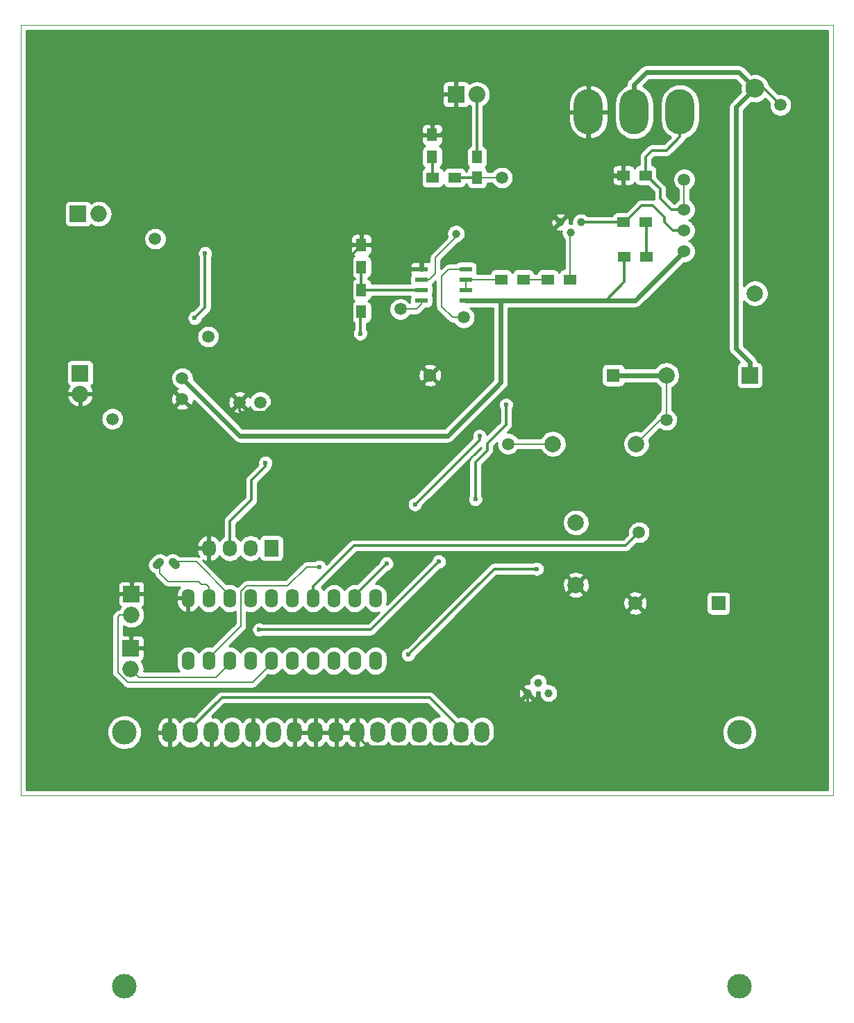
<source format=gbl>
%TF.GenerationSoftware,KiCad,Pcbnew,4.0.0-rc2-stable*%
%TF.CreationDate,2016-01-15T11:30:49-06:00*%
%TF.ProjectId,GMCounter,474D436F756E7465722E6B696361645F,rev?*%
%TF.FileFunction,Copper,L2,Bot,Signal*%
%FSLAX46Y46*%
G04 Gerber Fmt 4.6, Leading zero omitted, Abs format (unit mm)*
G04 Created by KiCad (PCBNEW 4.0.0-rc2-stable) date 15/01/2016 11:30:49*
%MOMM*%
G01*
G04 APERTURE LIST*
%ADD10C,0.100000*%
%ADD11C,1.501140*%
%ADD12R,1.600000X1.600000*%
%ADD13C,1.600000*%
%ADD14C,1.699260*%
%ADD15R,1.699260X1.699260*%
%ADD16C,1.998980*%
%ADD17R,1.998980X1.998980*%
%ADD18O,1.800000X2.600000*%
%ADD19C,3.000000*%
%ADD20C,2.301240*%
%ADD21R,2.032000X2.032000*%
%ADD22O,2.032000X2.032000*%
%ADD23R,1.727200X2.032000*%
%ADD24O,1.727200X2.032000*%
%ADD25C,1.000760*%
%ADD26C,1.524000*%
%ADD27O,3.500120X5.501640*%
%ADD28R,1.500000X1.300000*%
%ADD29R,1.300000X1.500000*%
%ADD30C,2.000000*%
%ADD31O,1.998980X1.998980*%
%ADD32R,1.550000X0.600000*%
%ADD33O,1.600000X2.300000*%
%ADD34C,1.000760*%
%ADD35R,1.250000X1.500000*%
%ADD36C,1.000000*%
%ADD37C,0.600000*%
%ADD38C,0.160000*%
%ADD39C,0.300000*%
%ADD40C,0.600000*%
%ADD41C,0.254000*%
G04 APERTURE END LIST*
D10*
X152844500Y-42862500D02*
X152844500Y-136842500D01*
X53784500Y-42862500D02*
X152844500Y-42862500D01*
X53784500Y-136842500D02*
X53784500Y-42862500D01*
X152844500Y-136842500D02*
X53784500Y-136842500D01*
D11*
X70167500Y-68961000D03*
X73469500Y-88519000D03*
X73469500Y-85979000D03*
X80454500Y-88900000D03*
X82994500Y-88900000D03*
D12*
X126047500Y-85598000D03*
D13*
X103695500Y-85598000D03*
D14*
X128714500Y-113411000D03*
D15*
X138874500Y-113411000D03*
D16*
X132524500Y-85598000D03*
D17*
X142684500Y-85598000D03*
D18*
X71916086Y-129155404D03*
X74456086Y-129155404D03*
X76996086Y-129155404D03*
X79536086Y-129155404D03*
X82076086Y-129155404D03*
X84616086Y-129155404D03*
X87156086Y-129155404D03*
X89696086Y-129155404D03*
X92236086Y-129155404D03*
X94776086Y-129155404D03*
X97316086Y-129155404D03*
X99856086Y-129155404D03*
X102396086Y-129155404D03*
X104936086Y-129155404D03*
X107476086Y-129155404D03*
X110016086Y-129155404D03*
D19*
X66416986Y-129155404D03*
X66416986Y-160156104D03*
X141415566Y-160156104D03*
X141415566Y-129155404D03*
D16*
X143319500Y-75618340D03*
D20*
X143319500Y-50617120D03*
D21*
X106875990Y-51338058D03*
D22*
X109415990Y-51338058D03*
D11*
X112463990Y-61498058D03*
X76644500Y-80899000D03*
X64960500Y-90932000D03*
D21*
X61023500Y-85344000D03*
D22*
X61023500Y-87884000D03*
D11*
X100076000Y-77533500D03*
D23*
X84351098Y-106709982D03*
D24*
X81811098Y-106709982D03*
X79271098Y-106709982D03*
X76731098Y-106709982D03*
D11*
X107823000Y-78549500D03*
X129159000Y-104775000D03*
X134683500Y-61722000D03*
X146431000Y-52641500D03*
X132524500Y-91059000D03*
X113220500Y-93980000D03*
D25*
X120840500Y-68199000D03*
X119570500Y-66929000D03*
X122110500Y-66929000D03*
D26*
X134683500Y-67945000D03*
X134683500Y-65405000D03*
X134683500Y-70485000D03*
D27*
X128587500Y-53467000D03*
X134175500Y-53467000D03*
X122999500Y-53467000D03*
D25*
X116874086Y-123122904D03*
X118144086Y-124392904D03*
X115604086Y-124392904D03*
D28*
X106701990Y-61498058D03*
X104001990Y-61498058D03*
D29*
X103954990Y-58958058D03*
X103954990Y-56258058D03*
X95313500Y-77884000D03*
X95313500Y-75184000D03*
X95313500Y-69690000D03*
X95313500Y-72390000D03*
D28*
X112378500Y-73914000D03*
X115078500Y-73914000D03*
X127411500Y-71120000D03*
X130111500Y-71120000D03*
X120793500Y-73914000D03*
X118093500Y-73914000D03*
X130017500Y-66929000D03*
X127317500Y-66929000D03*
X127284500Y-61214000D03*
X129984500Y-61214000D03*
D16*
X128841500Y-93980000D03*
X118681500Y-93980000D03*
D30*
X121475500Y-103578660D03*
X121475500Y-111178340D03*
D31*
X63309500Y-65913000D03*
D17*
X60769500Y-65913000D03*
D31*
X67269598Y-114837982D03*
D17*
X67269598Y-112297982D03*
D31*
X67206098Y-121441982D03*
D17*
X67206098Y-118901982D03*
D32*
X102646500Y-76454000D03*
X102646500Y-75184000D03*
X102646500Y-73914000D03*
X102646500Y-72644000D03*
X108046500Y-72644000D03*
X108046500Y-73914000D03*
X108046500Y-75184000D03*
X108046500Y-76454000D03*
D33*
X74191098Y-120425982D03*
X76731098Y-120425982D03*
X79271098Y-120425982D03*
X81811098Y-120425982D03*
X84351098Y-120425982D03*
X86891098Y-120425982D03*
X89431098Y-120425982D03*
X91971098Y-120425982D03*
X94511098Y-120425982D03*
X97051098Y-120425982D03*
X97051098Y-112805982D03*
X94511098Y-112805982D03*
X91971098Y-112805982D03*
X89431098Y-112805982D03*
X86891098Y-112805982D03*
X84351098Y-112805982D03*
X81811098Y-112805982D03*
X79271098Y-112805982D03*
X76731098Y-112805982D03*
X74191098Y-112805982D03*
D34*
X70373253Y-108749827D02*
X70727075Y-108396005D01*
X72295721Y-108396005D02*
X72649543Y-108749827D01*
D35*
X109415990Y-61498058D03*
X109415990Y-58998058D03*
D36*
X106870500Y-68326000D03*
X102171500Y-66167000D03*
D37*
X83629500Y-96266000D03*
X82867500Y-116649500D03*
X104775000Y-108331000D03*
X95186500Y-80518000D03*
X90170000Y-108966000D03*
X74993500Y-78613000D03*
X76263500Y-70739000D03*
X109728000Y-93027500D03*
X101854000Y-101346000D03*
X98382080Y-108585000D03*
X112966500Y-89217500D03*
X109220000Y-100711000D03*
X116713000Y-109220000D03*
X101028500Y-119697500D03*
D38*
X104330500Y-71247000D02*
X106870500Y-68707000D01*
X106870500Y-68707000D02*
X106870500Y-68326000D01*
X104330500Y-73165000D02*
X104330500Y-71247000D01*
X102646500Y-73914000D02*
X103581500Y-73914000D01*
X103581500Y-73914000D02*
X104330500Y-73165000D01*
X109415990Y-61498058D02*
X112463990Y-61498058D01*
D39*
X109415990Y-61498058D02*
X106701990Y-61498058D01*
D38*
X118681500Y-93980000D02*
X117268008Y-93980000D01*
X117268008Y-93980000D02*
X113220500Y-93980000D01*
D39*
X109415990Y-51338058D02*
X109415990Y-58998058D01*
X78306990Y-124904500D02*
X103625182Y-124904500D01*
X103625182Y-124904500D02*
X107476086Y-128755404D01*
X107476086Y-128755404D02*
X107476086Y-129155404D01*
X74456086Y-129155404D02*
X74456086Y-128755404D01*
X74456086Y-128755404D02*
X78306990Y-124904500D01*
D40*
X100393500Y-92964000D02*
X100139500Y-92964000D01*
X100139500Y-92964000D02*
X80454500Y-92964000D01*
X112331500Y-86487000D02*
X105854500Y-92964000D01*
X105854500Y-92964000D02*
X100139500Y-92964000D01*
X112331500Y-76454000D02*
X125158500Y-76454000D01*
X108046500Y-76454000D02*
X112331500Y-76454000D01*
X112331500Y-76454000D02*
X112331500Y-86487000D01*
X80454500Y-92964000D02*
X73469500Y-85979000D01*
X134683500Y-70485000D02*
X128714500Y-76454000D01*
X128714500Y-76454000D02*
X125158500Y-76454000D01*
D39*
X125158500Y-76454000D02*
X127411500Y-74201000D01*
X127411500Y-74201000D02*
X127411500Y-71120000D01*
X106875990Y-51338058D02*
X106875990Y-54287058D01*
X106875990Y-54287058D02*
X104904990Y-56258058D01*
X104904990Y-56258058D02*
X103954990Y-56258058D01*
X101219000Y-58044048D02*
X101219000Y-65214500D01*
X101219000Y-65214500D02*
X102171500Y-66167000D01*
X103954990Y-56258058D02*
X103004990Y-56258058D01*
X103004990Y-56258058D02*
X101219000Y-58044048D01*
X115604086Y-124392904D02*
X115604086Y-125876606D01*
X115604086Y-125876606D02*
X110575278Y-130905414D01*
X110575278Y-130905414D02*
X96126096Y-130905414D01*
X96126096Y-130905414D02*
X94776086Y-129555404D01*
X94776086Y-129555404D02*
X94776086Y-129155404D01*
X83570775Y-90100571D02*
X84136346Y-89535000D01*
X84136346Y-89535000D02*
X94213499Y-79457847D01*
X103695500Y-85598000D02*
X102895501Y-86397999D01*
X102895501Y-86397999D02*
X87273347Y-86397999D01*
X87273347Y-86397999D02*
X84136346Y-89535000D01*
X80454500Y-88900000D02*
X80454500Y-89961466D01*
X80454500Y-89961466D02*
X80593605Y-90100571D01*
X80593605Y-90100571D02*
X83570775Y-90100571D01*
X94213499Y-79457847D02*
X94213499Y-70890001D01*
X94213499Y-70890001D02*
X95313500Y-69790000D01*
X95313500Y-69790000D02*
X95313500Y-69690000D01*
X95313500Y-69690000D02*
X100292500Y-69690000D01*
X100292500Y-69690000D02*
X102646500Y-72044000D01*
X102646500Y-72044000D02*
X102646500Y-72644000D01*
D40*
X102171500Y-66167000D02*
X103568500Y-66167000D01*
X103568500Y-66167000D02*
X103695500Y-66294000D01*
X103695500Y-66294000D02*
X115252500Y-66294000D01*
X122999500Y-53467000D02*
X122999500Y-56817820D01*
X115252500Y-66294000D02*
X118935500Y-66294000D01*
X122999500Y-56817820D02*
X115252500Y-64564820D01*
X115252500Y-64564820D02*
X115252500Y-66294000D01*
X119570500Y-66929000D02*
X125285500Y-61214000D01*
X125285500Y-61214000D02*
X127284500Y-61214000D01*
X118935500Y-66294000D02*
X119570500Y-66929000D01*
X102646500Y-67343000D02*
X103695500Y-66294000D01*
X102646500Y-72644000D02*
X102646500Y-67343000D01*
D39*
X81915000Y-100774500D02*
X79271098Y-103418402D01*
X79271098Y-103418402D02*
X79271098Y-106709982D01*
X81915000Y-98404764D02*
X81915000Y-100774500D01*
X83629500Y-96266000D02*
X83629500Y-96690264D01*
X83629500Y-96690264D02*
X81915000Y-98404764D01*
X104775000Y-108331000D02*
X96456500Y-116649500D01*
X96456500Y-116649500D02*
X82867500Y-116649500D01*
X95186500Y-80518000D02*
X95186500Y-78011000D01*
X95186500Y-78011000D02*
X95313500Y-77884000D01*
X95313500Y-77978000D02*
X95313500Y-77884000D01*
D38*
X128841500Y-93980000D02*
X131762500Y-91059000D01*
X131762500Y-91059000D02*
X132524500Y-91059000D01*
X132524500Y-91059000D02*
X132524500Y-89997534D01*
X132524500Y-89997534D02*
X132524500Y-85598000D01*
D40*
X132524500Y-85598000D02*
X131111008Y-85598000D01*
X131111008Y-85598000D02*
X126047500Y-85598000D01*
D38*
X86336028Y-111275972D02*
X88646000Y-108966000D01*
X88646000Y-108966000D02*
X90170000Y-108966000D01*
X81026000Y-111572294D02*
X81322322Y-111275972D01*
X81322322Y-111275972D02*
X86336028Y-111275972D01*
X76731098Y-120425982D02*
X76731098Y-120075982D01*
X76731098Y-120075982D02*
X80631088Y-116175992D01*
X80631088Y-116175992D02*
X80631088Y-111967206D01*
X80631088Y-111967206D02*
X81026000Y-111572294D01*
D39*
X146431000Y-52641500D02*
X144406620Y-50617120D01*
X144406620Y-50617120D02*
X143319500Y-50617120D01*
D38*
X143827500Y-50109120D02*
X143319500Y-50617120D01*
D40*
X130062680Y-48641000D02*
X141343380Y-48641000D01*
X141343380Y-48641000D02*
X143319500Y-50617120D01*
X128587500Y-53467000D02*
X128587500Y-50116180D01*
X128587500Y-50116180D02*
X130062680Y-48641000D01*
X142684500Y-85598000D02*
X142684500Y-83998510D01*
X142684500Y-83998510D02*
X141033500Y-82347510D01*
X141033500Y-82347510D02*
X141033500Y-52903120D01*
X141033500Y-52903120D02*
X143319500Y-50617120D01*
D38*
X120793500Y-73914000D02*
X120793500Y-68246000D01*
X120793500Y-68246000D02*
X120840500Y-68199000D01*
D39*
X130873500Y-64897000D02*
X129449500Y-64897000D01*
X129449500Y-64897000D02*
X127417500Y-66929000D01*
D38*
X127417500Y-66929000D02*
X127317500Y-66929000D01*
D39*
X132270500Y-66294000D02*
X130873500Y-64897000D01*
X132270500Y-66929000D02*
X132270500Y-66294000D01*
X133286500Y-67945000D02*
X132270500Y-66929000D01*
X134683500Y-67945000D02*
X133286500Y-67945000D01*
X127317500Y-66929000D02*
X122110500Y-66929000D01*
X104001990Y-61498058D02*
X104001990Y-59005058D01*
X104001990Y-59005058D02*
X103954990Y-58958058D01*
X95313500Y-72390000D02*
X95313500Y-75184000D01*
X102646500Y-75184000D02*
X101571500Y-75184000D01*
X101571500Y-75184000D02*
X95313500Y-75184000D01*
D38*
X108046500Y-73914000D02*
X112378500Y-73914000D01*
X108046500Y-75184000D02*
X108046500Y-73914000D01*
X115078500Y-73914000D02*
X115988500Y-73914000D01*
X115988500Y-73914000D02*
X118093500Y-73914000D01*
D39*
X130111500Y-71120000D02*
X130111500Y-67023000D01*
D38*
X130111500Y-67023000D02*
X130017500Y-66929000D01*
D39*
X76263500Y-70739000D02*
X76263500Y-77343000D01*
X76263500Y-77343000D02*
X74993500Y-78613000D01*
D38*
X66815450Y-123092982D02*
X82034098Y-123092982D01*
X82034098Y-123092982D02*
X84351098Y-120775982D01*
X84351098Y-120775982D02*
X84351098Y-120425982D01*
X65618598Y-115075490D02*
X65618598Y-121896130D01*
X65618598Y-121896130D02*
X66815450Y-123092982D01*
X67269598Y-114837982D02*
X65856106Y-114837982D01*
X65856106Y-114837982D02*
X65618598Y-115075490D01*
X84351098Y-120075982D02*
X84351098Y-120425982D01*
X67206098Y-121441982D02*
X68205587Y-122441471D01*
X68205587Y-122441471D02*
X77605609Y-122441471D01*
X77605609Y-122441471D02*
X79271098Y-120775982D01*
X79271098Y-120775982D02*
X79271098Y-120425982D01*
D39*
X101854000Y-101346000D02*
X109728000Y-93472000D01*
X109728000Y-93472000D02*
X109728000Y-93027500D01*
X94511098Y-112805982D02*
X94511098Y-112455982D01*
X94511098Y-112455982D02*
X98382080Y-108585000D01*
D38*
X102646500Y-76454000D02*
X102646500Y-76914000D01*
X102646500Y-76914000D02*
X102027000Y-77533500D01*
X102027000Y-77533500D02*
X101137466Y-77533500D01*
X101137466Y-77533500D02*
X100076000Y-77533500D01*
D39*
X109220000Y-96203654D02*
X110680500Y-94743154D01*
X112966500Y-91630500D02*
X112966500Y-89217500D01*
X110680500Y-94743154D02*
X110680500Y-93916500D01*
X110680500Y-93916500D02*
X112966500Y-91630500D01*
X109220000Y-100711000D02*
X109220000Y-96203654D01*
X101028500Y-119697500D02*
X111506000Y-109220000D01*
X111506000Y-109220000D02*
X116713000Y-109220000D01*
D38*
X107823000Y-78549500D02*
X106426000Y-78549500D01*
X106426000Y-78549500D02*
X105092500Y-77216000D01*
X105092500Y-77216000D02*
X105092500Y-73533000D01*
X105092500Y-73533000D02*
X105981500Y-72644000D01*
X105981500Y-72644000D02*
X108046500Y-72644000D01*
X108013500Y-72611000D02*
X108046500Y-72644000D01*
D39*
X94424580Y-106362500D02*
X127571500Y-106362500D01*
X127571500Y-106362500D02*
X129159000Y-104775000D01*
X89431098Y-112805982D02*
X89431098Y-111355982D01*
X89431098Y-111355982D02*
X94424580Y-106362500D01*
D38*
X72260698Y-108360982D02*
X75176098Y-108360982D01*
X79271098Y-112455982D02*
X79271098Y-112805982D01*
X75176098Y-108360982D02*
X79271098Y-112455982D01*
X75819000Y-111125000D02*
X76360116Y-111125000D01*
X76360116Y-111125000D02*
X76731098Y-111495982D01*
X76731098Y-111495982D02*
X76731098Y-112805982D01*
X75438000Y-110744000D02*
X75819000Y-111125000D01*
X71755000Y-110744000D02*
X75438000Y-110744000D01*
X70762098Y-109751098D02*
X71755000Y-110744000D01*
X70762098Y-108360982D02*
X70762098Y-109751098D01*
X76731098Y-112805982D02*
X76731098Y-112455982D01*
D39*
X131762500Y-64008000D02*
X133159500Y-65405000D01*
X133159500Y-65405000D02*
X134683500Y-65405000D01*
X131762500Y-62892000D02*
X131762500Y-64008000D01*
X129984500Y-61214000D02*
X130084500Y-61214000D01*
X130084500Y-61214000D02*
X131762500Y-62892000D01*
D38*
X134683500Y-61722000D02*
X134683500Y-62783466D01*
X134683500Y-62783466D02*
X134683500Y-65405000D01*
D39*
X130746500Y-58166000D02*
X129984500Y-58928000D01*
X129984500Y-58928000D02*
X129984500Y-61214000D01*
X132527320Y-58166000D02*
X130746500Y-58166000D01*
X134175500Y-53467000D02*
X134175500Y-56517820D01*
X134175500Y-56517820D02*
X132527320Y-58166000D01*
D41*
X54469500Y-43547500D02*
X152159500Y-43547500D01*
X54469500Y-43750700D02*
X152159500Y-43750700D01*
X54469500Y-43953900D02*
X152159500Y-43953900D01*
X54469500Y-44157100D02*
X152159500Y-44157100D01*
X54469500Y-44360300D02*
X152159500Y-44360300D01*
X54469500Y-44563500D02*
X152159500Y-44563500D01*
X54469500Y-44766700D02*
X152159500Y-44766700D01*
X54469500Y-44969900D02*
X152159500Y-44969900D01*
X54469500Y-45173100D02*
X152159500Y-45173100D01*
X54469500Y-45376300D02*
X152159500Y-45376300D01*
X54469500Y-45579500D02*
X152159500Y-45579500D01*
X54469500Y-45782700D02*
X152159500Y-45782700D01*
X54469500Y-45985900D02*
X152159500Y-45985900D01*
X54469500Y-46189100D02*
X152159500Y-46189100D01*
X54469500Y-46392300D02*
X152159500Y-46392300D01*
X54469500Y-46595500D02*
X152159500Y-46595500D01*
X54469500Y-46798700D02*
X152159500Y-46798700D01*
X54469500Y-47001900D02*
X152159500Y-47001900D01*
X54469500Y-47205100D02*
X152159500Y-47205100D01*
X54469500Y-47408300D02*
X152159500Y-47408300D01*
X54469500Y-47611500D02*
X152159500Y-47611500D01*
X54469500Y-47814700D02*
X129634629Y-47814700D01*
X141771910Y-47814700D02*
X152159500Y-47814700D01*
X54469500Y-48017900D02*
X129363490Y-48017900D01*
X142042570Y-48017900D02*
X152159500Y-48017900D01*
X54469500Y-48221100D02*
X129160290Y-48221100D01*
X142245770Y-48221100D02*
X152159500Y-48221100D01*
X54469500Y-48424300D02*
X128957090Y-48424300D01*
X142448970Y-48424300D02*
X152159500Y-48424300D01*
X54469500Y-48627500D02*
X128753890Y-48627500D01*
X142652170Y-48627500D02*
X152159500Y-48627500D01*
X54469500Y-48830700D02*
X128550690Y-48830700D01*
X142855370Y-48830700D02*
X143154492Y-48830700D01*
X143222190Y-48830700D02*
X152159500Y-48830700D01*
X54469500Y-49033900D02*
X128347490Y-49033900D01*
X144161232Y-49033900D02*
X152159500Y-49033900D01*
X54469500Y-49237100D02*
X128144290Y-49237100D01*
X144465668Y-49237100D02*
X152159500Y-49237100D01*
X54469500Y-49440300D02*
X127941090Y-49440300D01*
X144667455Y-49440300D02*
X152159500Y-49440300D01*
X54469500Y-49643500D02*
X127785084Y-49643500D01*
X130382470Y-49643500D02*
X141023590Y-49643500D01*
X144816525Y-49643500D02*
X152159500Y-49643500D01*
X54469500Y-49846700D02*
X105437322Y-49846700D01*
X106748990Y-49846700D02*
X107002990Y-49846700D01*
X108314658Y-49846700D02*
X108706827Y-49846700D01*
X110127216Y-49846700D02*
X127696750Y-49846700D01*
X130179270Y-49846700D02*
X141226790Y-49846700D01*
X144933387Y-49846700D02*
X152159500Y-49846700D01*
X54469500Y-50049900D02*
X105285403Y-50049900D01*
X106748990Y-50049900D02*
X107002990Y-50049900D01*
X110446282Y-50049900D02*
X127658562Y-50049900D01*
X129976070Y-50049900D02*
X141429990Y-50049900D01*
X145017140Y-50049900D02*
X152159500Y-50049900D01*
X54469500Y-50253100D02*
X105226267Y-50253100D01*
X106748990Y-50253100D02*
X107002990Y-50253100D01*
X110657942Y-50253100D02*
X122120834Y-50253100D01*
X122872500Y-50253100D02*
X123126500Y-50253100D01*
X123878167Y-50253100D02*
X127652500Y-50253100D01*
X129772870Y-50253100D02*
X133254053Y-50253100D01*
X135103340Y-50253100D02*
X141571285Y-50253100D01*
X145152758Y-50253100D02*
X152159500Y-50253100D01*
X54469500Y-50456300D02*
X105224990Y-50456300D01*
X106748990Y-50456300D02*
X107002990Y-50456300D01*
X110812348Y-50456300D02*
X121720567Y-50456300D01*
X122872500Y-50456300D02*
X123126500Y-50456300D01*
X124278434Y-50456300D02*
X127278823Y-50456300D01*
X129891150Y-50456300D02*
X132866823Y-50456300D01*
X135479150Y-50456300D02*
X141535875Y-50456300D01*
X145355958Y-50456300D02*
X152159500Y-50456300D01*
X54469500Y-50659500D02*
X105224990Y-50659500D01*
X106748990Y-50659500D02*
X107002990Y-50659500D01*
X110920391Y-50659500D02*
X121444216Y-50659500D01*
X122872500Y-50659500D02*
X123126500Y-50659500D01*
X124554785Y-50659500D02*
X127026093Y-50659500D01*
X130147190Y-50659500D02*
X132614093Y-50659500D01*
X135735190Y-50659500D02*
X141533038Y-50659500D01*
X145559158Y-50659500D02*
X152159500Y-50659500D01*
X54469500Y-50862700D02*
X105224990Y-50862700D01*
X106748990Y-50862700D02*
X107002990Y-50862700D01*
X110991260Y-50862700D02*
X121244937Y-50862700D01*
X122872500Y-50862700D02*
X123126500Y-50862700D01*
X124754064Y-50862700D02*
X126820668Y-50862700D01*
X130356076Y-50862700D02*
X132408668Y-50862700D01*
X135944076Y-50862700D02*
X141549049Y-50862700D01*
X145762358Y-50862700D02*
X152159500Y-50862700D01*
X54469500Y-51065900D02*
X105238582Y-51065900D01*
X106748990Y-51065900D02*
X107002990Y-51065900D01*
X111041088Y-51065900D02*
X121068608Y-51065900D01*
X122872500Y-51065900D02*
X123126500Y-51065900D01*
X124930393Y-51065900D02*
X126650163Y-51065900D01*
X130521801Y-51065900D02*
X132238163Y-51065900D01*
X136109801Y-51065900D02*
X141548430Y-51065900D01*
X145965558Y-51065900D02*
X152159500Y-51065900D01*
X54469500Y-51269100D02*
X107022990Y-51269100D01*
X111061012Y-51269100D02*
X120945676Y-51269100D01*
X122872500Y-51269100D02*
X123126500Y-51269100D01*
X125053325Y-51269100D02*
X126527899Y-51269100D01*
X130648036Y-51269100D02*
X132115899Y-51269100D01*
X136236036Y-51269100D02*
X141345230Y-51269100D01*
X146168758Y-51269100D02*
X146230669Y-51269100D01*
X146636195Y-51269100D02*
X152159500Y-51269100D01*
X54469500Y-51472300D02*
X105376498Y-51472300D01*
X106748990Y-51472300D02*
X107002990Y-51472300D01*
X111055253Y-51472300D02*
X120831503Y-51472300D01*
X122872500Y-51472300D02*
X123126500Y-51472300D01*
X125167498Y-51472300D02*
X126416188Y-51472300D01*
X130756080Y-51472300D02*
X132004188Y-51472300D01*
X136344080Y-51472300D02*
X141142030Y-51472300D01*
X147175500Y-51472300D02*
X152159500Y-51472300D01*
X54469500Y-51675500D02*
X105224990Y-51675500D01*
X106748990Y-51675500D02*
X107002990Y-51675500D01*
X111032460Y-51675500D02*
X120757854Y-51675500D01*
X122872500Y-51675500D02*
X123126500Y-51675500D01*
X125241147Y-51675500D02*
X126342897Y-51675500D01*
X130833212Y-51675500D02*
X131930897Y-51675500D01*
X136421212Y-51675500D02*
X140938830Y-51675500D01*
X147424492Y-51675500D02*
X152159500Y-51675500D01*
X54469500Y-51878700D02*
X105224990Y-51878700D01*
X106748990Y-51878700D02*
X107002990Y-51878700D01*
X110970832Y-51878700D02*
X120684691Y-51878700D01*
X122872500Y-51878700D02*
X123126500Y-51878700D01*
X125314310Y-51878700D02*
X126278438Y-51878700D01*
X130894562Y-51878700D02*
X131866438Y-51878700D01*
X136482562Y-51878700D02*
X140735630Y-51878700D01*
X147587775Y-51878700D02*
X152159500Y-51878700D01*
X54469500Y-52081900D02*
X105224990Y-52081900D01*
X106748990Y-52081900D02*
X107002990Y-52081900D01*
X110886502Y-52081900D02*
X120653695Y-52081900D01*
X122872500Y-52081900D02*
X123126500Y-52081900D01*
X125345306Y-52081900D02*
X126240210Y-52081900D01*
X130936482Y-52081900D02*
X131828210Y-52081900D01*
X136524482Y-52081900D02*
X140532430Y-52081900D01*
X144343976Y-52081900D02*
X144761242Y-52081900D01*
X147699063Y-52081900D02*
X152159500Y-52081900D01*
X54469500Y-52285100D02*
X105224990Y-52285100D01*
X106748990Y-52285100D02*
X107002990Y-52285100D01*
X110772971Y-52285100D02*
X120622699Y-52285100D01*
X122872500Y-52285100D02*
X123126500Y-52285100D01*
X125376302Y-52285100D02*
X126217418Y-52285100D01*
X130956406Y-52285100D02*
X131805418Y-52285100D01*
X136544406Y-52285100D02*
X140336933Y-52285100D01*
X143957175Y-52285100D02*
X144964442Y-52285100D01*
X147772962Y-52285100D02*
X152159500Y-52285100D01*
X54469500Y-52488300D02*
X105239252Y-52488300D01*
X106748990Y-52488300D02*
X107002990Y-52488300D01*
X110602465Y-52488300D02*
X120614440Y-52488300D01*
X122872500Y-52488300D02*
X123126500Y-52488300D01*
X125384560Y-52488300D02*
X126202440Y-52488300D01*
X130972560Y-52488300D02*
X131790440Y-52488300D01*
X136560560Y-52488300D02*
X140199663Y-52488300D01*
X142770610Y-52488300D02*
X145047376Y-52488300D01*
X147813196Y-52488300D02*
X152159500Y-52488300D01*
X54469500Y-52691500D02*
X105321753Y-52691500D01*
X106748990Y-52691500D02*
X107002990Y-52691500D01*
X108430226Y-52691500D02*
X108464614Y-52691500D01*
X110364846Y-52691500D02*
X120614440Y-52691500D01*
X122872500Y-52691500D02*
X123126500Y-52691500D01*
X125384560Y-52691500D02*
X126202440Y-52691500D01*
X130972560Y-52691500D02*
X131790440Y-52691500D01*
X136560560Y-52691500D02*
X140124396Y-52691500D01*
X142567410Y-52691500D02*
X145044538Y-52691500D01*
X147814034Y-52691500D02*
X152159500Y-52691500D01*
X54469500Y-52894700D02*
X105526147Y-52894700D01*
X106684598Y-52894700D02*
X107067382Y-52894700D01*
X108225832Y-52894700D02*
X108630990Y-52894700D01*
X110200990Y-52894700D02*
X120614440Y-52894700D01*
X122872500Y-52894700D02*
X123126500Y-52894700D01*
X125384560Y-52894700D02*
X126202440Y-52894700D01*
X130972560Y-52894700D02*
X131790440Y-52894700D01*
X136560560Y-52894700D02*
X140098559Y-52894700D01*
X142364210Y-52894700D02*
X145068697Y-52894700D01*
X147794415Y-52894700D02*
X152159500Y-52894700D01*
X54469500Y-53097900D02*
X108630990Y-53097900D01*
X110200990Y-53097900D02*
X120614440Y-53097900D01*
X122872500Y-53097900D02*
X123126500Y-53097900D01*
X125384560Y-53097900D02*
X126202440Y-53097900D01*
X130972560Y-53097900D02*
X131790440Y-53097900D01*
X136560560Y-53097900D02*
X140098500Y-53097900D01*
X142161010Y-53097900D02*
X145121419Y-53097900D01*
X147744557Y-53097900D02*
X152159500Y-53097900D01*
X54469500Y-53301100D02*
X108630990Y-53301100D01*
X110200990Y-53301100D02*
X120614440Y-53301100D01*
X122872500Y-53301100D02*
X123126500Y-53301100D01*
X125384560Y-53301100D02*
X126202440Y-53301100D01*
X130972560Y-53301100D02*
X131790440Y-53301100D01*
X136560560Y-53301100D02*
X140098500Y-53301100D01*
X141968500Y-53301100D02*
X145207636Y-53301100D01*
X147654086Y-53301100D02*
X152159500Y-53301100D01*
X54469500Y-53504300D02*
X108630990Y-53504300D01*
X110200990Y-53504300D02*
X126202440Y-53504300D01*
X130972560Y-53504300D02*
X131790440Y-53504300D01*
X136560560Y-53504300D02*
X140098500Y-53504300D01*
X141968500Y-53504300D02*
X145338589Y-53504300D01*
X147518057Y-53504300D02*
X152159500Y-53504300D01*
X54469500Y-53707500D02*
X108630990Y-53707500D01*
X110200990Y-53707500D02*
X120614440Y-53707500D01*
X122872500Y-53707500D02*
X123126500Y-53707500D01*
X125384560Y-53707500D02*
X126202440Y-53707500D01*
X130972560Y-53707500D02*
X131790440Y-53707500D01*
X136560560Y-53707500D02*
X140098500Y-53707500D01*
X141968500Y-53707500D02*
X145536884Y-53707500D01*
X147320855Y-53707500D02*
X152159500Y-53707500D01*
X54469500Y-53910700D02*
X108630990Y-53910700D01*
X110200990Y-53910700D02*
X120614440Y-53910700D01*
X122872500Y-53910700D02*
X123126500Y-53910700D01*
X125384560Y-53910700D02*
X126202440Y-53910700D01*
X130972560Y-53910700D02*
X131790440Y-53910700D01*
X136560560Y-53910700D02*
X140098500Y-53910700D01*
X141968500Y-53910700D02*
X145875031Y-53910700D01*
X146990485Y-53910700D02*
X152159500Y-53910700D01*
X54469500Y-54113900D02*
X108630990Y-54113900D01*
X110200990Y-54113900D02*
X120614440Y-54113900D01*
X122872500Y-54113900D02*
X123126500Y-54113900D01*
X125384560Y-54113900D02*
X126202440Y-54113900D01*
X130972560Y-54113900D02*
X131790440Y-54113900D01*
X136560560Y-54113900D02*
X140098500Y-54113900D01*
X141968500Y-54113900D02*
X152159500Y-54113900D01*
X54469500Y-54317100D02*
X108630990Y-54317100D01*
X110200990Y-54317100D02*
X120614440Y-54317100D01*
X122872500Y-54317100D02*
X123126500Y-54317100D01*
X125384560Y-54317100D02*
X126202440Y-54317100D01*
X130972560Y-54317100D02*
X131790440Y-54317100D01*
X136560560Y-54317100D02*
X140098500Y-54317100D01*
X141968500Y-54317100D02*
X152159500Y-54317100D01*
X54469500Y-54520300D02*
X108630990Y-54520300D01*
X110200990Y-54520300D02*
X120614440Y-54520300D01*
X122872500Y-54520300D02*
X123126500Y-54520300D01*
X125384560Y-54520300D02*
X126205985Y-54520300D01*
X130972007Y-54520300D02*
X131793985Y-54520300D01*
X136560007Y-54520300D02*
X140098500Y-54520300D01*
X141968500Y-54520300D02*
X152159500Y-54520300D01*
X54469500Y-54723500D02*
X108630990Y-54723500D01*
X110200990Y-54723500D02*
X120634078Y-54723500D01*
X122872500Y-54723500D02*
X123126500Y-54723500D01*
X125364921Y-54723500D02*
X126225909Y-54723500D01*
X130949215Y-54723500D02*
X131813909Y-54723500D01*
X136537215Y-54723500D02*
X140098500Y-54723500D01*
X141968500Y-54723500D02*
X152159500Y-54723500D01*
X54469500Y-54926700D02*
X103049178Y-54926700D01*
X103722882Y-54926700D02*
X104187098Y-54926700D01*
X104860803Y-54926700D02*
X108630990Y-54926700D01*
X110200990Y-54926700D02*
X120665074Y-54926700D01*
X122872500Y-54926700D02*
X123126500Y-54926700D01*
X125333925Y-54926700D02*
X126245832Y-54926700D01*
X130926422Y-54926700D02*
X131833832Y-54926700D01*
X136514422Y-54926700D02*
X140098500Y-54926700D01*
X141968500Y-54926700D02*
X152159500Y-54926700D01*
X54469500Y-55129900D02*
X102793959Y-55129900D01*
X103827990Y-55129900D02*
X104081990Y-55129900D01*
X105116022Y-55129900D02*
X108630990Y-55129900D01*
X110200990Y-55129900D02*
X120711242Y-55129900D01*
X122872500Y-55129900D02*
X123126500Y-55129900D01*
X125287757Y-55129900D02*
X126302961Y-55129900D01*
X130872897Y-55129900D02*
X131890961Y-55129900D01*
X136460897Y-55129900D02*
X140098500Y-55129900D01*
X141968500Y-55129900D02*
X152159500Y-55129900D01*
X54469500Y-55333100D02*
X102692352Y-55333100D01*
X103827990Y-55333100D02*
X104081990Y-55333100D01*
X105217629Y-55333100D02*
X108630990Y-55333100D01*
X110200990Y-55333100D02*
X120784891Y-55333100D01*
X122872500Y-55333100D02*
X123126500Y-55333100D01*
X125214108Y-55333100D02*
X126364311Y-55333100D01*
X130808438Y-55333100D02*
X131952311Y-55333100D01*
X136396438Y-55333100D02*
X140098500Y-55333100D01*
X141968500Y-55333100D02*
X152159500Y-55333100D01*
X54469500Y-55536300D02*
X102669990Y-55536300D01*
X103827990Y-55536300D02*
X104081990Y-55536300D01*
X105239990Y-55536300D02*
X108630990Y-55536300D01*
X110200990Y-55536300D02*
X120867875Y-55536300D01*
X122872500Y-55536300D02*
X123126500Y-55536300D01*
X125131124Y-55536300D02*
X126458586Y-55536300D01*
X130717800Y-55536300D02*
X132046586Y-55536300D01*
X136305800Y-55536300D02*
X140098500Y-55536300D01*
X141968500Y-55536300D02*
X152159500Y-55536300D01*
X54469500Y-55739500D02*
X102669990Y-55739500D01*
X103827990Y-55739500D02*
X104081990Y-55739500D01*
X105239990Y-55739500D02*
X108630990Y-55739500D01*
X110200990Y-55739500D02*
X120990806Y-55739500D01*
X122872500Y-55739500D02*
X123126500Y-55739500D01*
X125008193Y-55739500D02*
X126566629Y-55739500D01*
X130606090Y-55739500D02*
X132154629Y-55739500D01*
X136194090Y-55739500D02*
X140098500Y-55739500D01*
X141968500Y-55739500D02*
X152159500Y-55739500D01*
X54469500Y-55942700D02*
X102669990Y-55942700D01*
X103827990Y-55942700D02*
X104081990Y-55942700D01*
X105239990Y-55942700D02*
X108630990Y-55942700D01*
X110200990Y-55942700D02*
X121127414Y-55942700D01*
X122872500Y-55942700D02*
X123126500Y-55942700D01*
X124871585Y-55942700D02*
X126714041Y-55942700D01*
X130462240Y-55942700D02*
X132302041Y-55942700D01*
X136050240Y-55942700D02*
X140098500Y-55942700D01*
X141968500Y-55942700D02*
X152159500Y-55942700D01*
X54469500Y-56145900D02*
X108630990Y-56145900D01*
X110200990Y-56145900D02*
X121313110Y-56145900D01*
X122872500Y-56145900D02*
X123126500Y-56145900D01*
X124685889Y-56145900D02*
X126879767Y-56145900D01*
X130291735Y-56145900D02*
X132467767Y-56145900D01*
X135879735Y-56145900D02*
X140098500Y-56145900D01*
X141968500Y-56145900D02*
X152159500Y-56145900D01*
X54469500Y-56349100D02*
X108630990Y-56349100D01*
X110200990Y-56349100D02*
X121545671Y-56349100D01*
X122872500Y-56349100D02*
X123126500Y-56349100D01*
X124453328Y-56349100D02*
X127117986Y-56349100D01*
X130056123Y-56349100D02*
X132705986Y-56349100D01*
X135644123Y-56349100D02*
X140098500Y-56349100D01*
X141968500Y-56349100D02*
X152159500Y-56349100D01*
X54469500Y-56552300D02*
X102669990Y-56552300D01*
X105239990Y-56552300D02*
X108630990Y-56552300D01*
X110200990Y-56552300D02*
X121846013Y-56552300D01*
X122872500Y-56552300D02*
X123126500Y-56552300D01*
X124152986Y-56552300D02*
X127421819Y-56552300D01*
X129754936Y-56552300D02*
X133009819Y-56552300D01*
X135342936Y-56552300D02*
X140098500Y-56552300D01*
X141968500Y-56552300D02*
X152159500Y-56552300D01*
X54469500Y-56755500D02*
X102669990Y-56755500D01*
X105239990Y-56755500D02*
X108630990Y-56755500D01*
X110200990Y-56755500D02*
X122335937Y-56755500D01*
X122652681Y-56755500D02*
X123346318Y-56755500D01*
X123663062Y-56755500D02*
X127897971Y-56755500D01*
X129277205Y-56755500D02*
X132827663Y-56755500D01*
X134919784Y-56755500D02*
X140098500Y-56755500D01*
X141968500Y-56755500D02*
X152159500Y-56755500D01*
X54469500Y-56958700D02*
X102669990Y-56958700D01*
X105239990Y-56958700D02*
X108630990Y-56958700D01*
X110200990Y-56958700D02*
X132624463Y-56958700D01*
X134824653Y-56958700D02*
X140098500Y-56958700D01*
X141968500Y-56958700D02*
X152159500Y-56958700D01*
X54469500Y-57161900D02*
X102688150Y-57161900D01*
X105221829Y-57161900D02*
X108630990Y-57161900D01*
X110200990Y-57161900D02*
X132421263Y-57161900D01*
X134641577Y-57161900D02*
X140098500Y-57161900D01*
X141968500Y-57161900D02*
X152159500Y-57161900D01*
X54469500Y-57365100D02*
X102779849Y-57365100D01*
X105130130Y-57365100D02*
X108630990Y-57365100D01*
X110200990Y-57365100D02*
X132218063Y-57365100D01*
X134438377Y-57365100D02*
X140098500Y-57365100D01*
X141968500Y-57365100D02*
X152159500Y-57365100D01*
X54469500Y-57568300D02*
X103000481Y-57568300D01*
X104909498Y-57568300D02*
X108630990Y-57568300D01*
X110200990Y-57568300D02*
X130242976Y-57568300D01*
X134235177Y-57568300D02*
X140098500Y-57568300D01*
X141968500Y-57568300D02*
X152159500Y-57568300D01*
X54469500Y-57771500D02*
X102847025Y-57771500D01*
X105066665Y-57771500D02*
X108367117Y-57771500D01*
X110455733Y-57771500D02*
X130030842Y-57771500D01*
X134031977Y-57771500D02*
X140098500Y-57771500D01*
X141968500Y-57771500D02*
X152159500Y-57771500D01*
X54469500Y-57974700D02*
X102717241Y-57974700D01*
X105194047Y-57974700D02*
X108221272Y-57974700D01*
X110617407Y-57974700D02*
X129827642Y-57974700D01*
X133828777Y-57974700D02*
X140098500Y-57974700D01*
X141968500Y-57974700D02*
X152159500Y-57974700D01*
X54469500Y-58177900D02*
X102671204Y-58177900D01*
X105240658Y-58177900D02*
X108162889Y-58177900D01*
X110673468Y-58177900D02*
X129624442Y-58177900D01*
X133625577Y-58177900D02*
X140098500Y-58177900D01*
X141968500Y-58177900D02*
X152159500Y-58177900D01*
X54469500Y-58381100D02*
X102666918Y-58381100D01*
X105243062Y-58381100D02*
X108152918Y-58381100D01*
X110679062Y-58381100D02*
X129422703Y-58381100D01*
X133422377Y-58381100D02*
X140098500Y-58381100D01*
X141968500Y-58381100D02*
X152159500Y-58381100D01*
X54469500Y-58584300D02*
X102666918Y-58584300D01*
X105243062Y-58584300D02*
X108152918Y-58584300D01*
X110679062Y-58584300D02*
X129281922Y-58584300D01*
X133219177Y-58584300D02*
X140098500Y-58584300D01*
X141968500Y-58584300D02*
X152159500Y-58584300D01*
X54469500Y-58787500D02*
X102666918Y-58787500D01*
X105243062Y-58787500D02*
X108152918Y-58787500D01*
X110679062Y-58787500D02*
X129213499Y-58787500D01*
X133001388Y-58787500D02*
X140098500Y-58787500D01*
X141968500Y-58787500D02*
X152159500Y-58787500D01*
X54469500Y-58990700D02*
X102666918Y-58990700D01*
X105243062Y-58990700D02*
X108152918Y-58990700D01*
X110679062Y-58990700D02*
X129199500Y-58990700D01*
X131031958Y-58990700D02*
X140098500Y-58990700D01*
X141968500Y-58990700D02*
X152159500Y-58990700D01*
X54469500Y-59193900D02*
X102666918Y-59193900D01*
X105243062Y-59193900D02*
X108152918Y-59193900D01*
X110679062Y-59193900D02*
X129199500Y-59193900D01*
X130828758Y-59193900D02*
X140098500Y-59193900D01*
X141968500Y-59193900D02*
X152159500Y-59193900D01*
X54469500Y-59397100D02*
X102666918Y-59397100D01*
X105243062Y-59397100D02*
X108152918Y-59397100D01*
X110679062Y-59397100D02*
X129199500Y-59397100D01*
X130769500Y-59397100D02*
X140098500Y-59397100D01*
X141968500Y-59397100D02*
X152159500Y-59397100D01*
X54469500Y-59600300D02*
X102666918Y-59600300D01*
X105243062Y-59600300D02*
X108152918Y-59600300D01*
X110679062Y-59600300D02*
X129199500Y-59600300D01*
X130769500Y-59600300D02*
X140098500Y-59600300D01*
X141968500Y-59600300D02*
X152159500Y-59600300D01*
X54469500Y-59803500D02*
X102674529Y-59803500D01*
X105229498Y-59803500D02*
X108157339Y-59803500D01*
X110671183Y-59803500D02*
X129199500Y-59803500D01*
X130769500Y-59803500D02*
X140098500Y-59803500D01*
X141968500Y-59803500D02*
X152159500Y-59803500D01*
X54469500Y-60006700D02*
X102745234Y-60006700D01*
X105163311Y-60006700D02*
X108209762Y-60006700D01*
X110617342Y-60006700D02*
X126225589Y-60006700D01*
X127076450Y-60006700D02*
X127492550Y-60006700D01*
X128343412Y-60006700D02*
X128932132Y-60006700D01*
X131035409Y-60006700D02*
X140098500Y-60006700D01*
X141968500Y-60006700D02*
X152159500Y-60006700D01*
X54469500Y-60209900D02*
X102919913Y-60209900D01*
X104991518Y-60209900D02*
X108358980Y-60209900D01*
X110477405Y-60209900D02*
X111953402Y-60209900D01*
X112975257Y-60209900D02*
X126007394Y-60209900D01*
X127157500Y-60209900D02*
X127411500Y-60209900D01*
X128561607Y-60209900D02*
X128706257Y-60209900D01*
X131257712Y-60209900D02*
X140098500Y-60209900D01*
X141968500Y-60209900D02*
X152159500Y-60209900D01*
X54469500Y-60413100D02*
X102792662Y-60413100D01*
X105215543Y-60413100D02*
X105492662Y-60413100D01*
X107915543Y-60413100D02*
X108249039Y-60413100D01*
X110576816Y-60413100D02*
X111591491Y-60413100D01*
X113333384Y-60413100D02*
X125917076Y-60413100D01*
X127157500Y-60413100D02*
X127411500Y-60413100D01*
X131349093Y-60413100D02*
X134224250Y-60413100D01*
X135145424Y-60413100D02*
X140098500Y-60413100D01*
X141968500Y-60413100D02*
X152159500Y-60413100D01*
X54469500Y-60616300D02*
X102663520Y-60616300D01*
X105341543Y-60616300D02*
X105363520Y-60616300D01*
X108041543Y-60616300D02*
X108171643Y-60616300D01*
X110661511Y-60616300D02*
X111388423Y-60616300D01*
X113541138Y-60616300D02*
X125899500Y-60616300D01*
X127157500Y-60616300D02*
X127411500Y-60616300D01*
X131372572Y-60616300D02*
X133842650Y-60616300D01*
X135522143Y-60616300D02*
X140098500Y-60616300D01*
X141968500Y-60616300D02*
X152159500Y-60616300D01*
X54469500Y-60819500D02*
X102617977Y-60819500D01*
X113676735Y-60819500D02*
X125899500Y-60819500D01*
X127157500Y-60819500D02*
X127411500Y-60819500D01*
X131372572Y-60819500D02*
X133624681Y-60819500D01*
X135740050Y-60819500D02*
X140098500Y-60819500D01*
X141968500Y-60819500D02*
X152159500Y-60819500D01*
X54469500Y-61022700D02*
X102613918Y-61022700D01*
X113766775Y-61022700D02*
X125993950Y-61022700D01*
X127157500Y-61022700D02*
X127411500Y-61022700D01*
X131372572Y-61022700D02*
X133483002Y-61022700D01*
X135882464Y-61022700D02*
X140098500Y-61022700D01*
X141968500Y-61022700D02*
X152159500Y-61022700D01*
X54469500Y-61225900D02*
X102613918Y-61225900D01*
X113822632Y-61225900D02*
X127431500Y-61225900D01*
X131372572Y-61225900D02*
X133388593Y-61225900D01*
X135977736Y-61225900D02*
X140098500Y-61225900D01*
X141968500Y-61225900D02*
X152159500Y-61225900D01*
X54469500Y-61429100D02*
X102613918Y-61429100D01*
X113848684Y-61429100D02*
X125970150Y-61429100D01*
X127157500Y-61429100D02*
X127411500Y-61429100D01*
X131409758Y-61429100D02*
X133329173Y-61429100D01*
X136038035Y-61429100D02*
X140098500Y-61429100D01*
X141968500Y-61429100D02*
X152159500Y-61429100D01*
X54469500Y-61632300D02*
X102613918Y-61632300D01*
X113845847Y-61632300D02*
X125899500Y-61632300D01*
X127157500Y-61632300D02*
X127411500Y-61632300D01*
X131612958Y-61632300D02*
X133298989Y-61632300D01*
X136068484Y-61632300D02*
X140098500Y-61632300D01*
X141968500Y-61632300D02*
X152159500Y-61632300D01*
X54469500Y-61835500D02*
X102613918Y-61835500D01*
X113808265Y-61835500D02*
X125899500Y-61835500D01*
X127157500Y-61835500D02*
X127411500Y-61835500D01*
X131816158Y-61835500D02*
X133296151Y-61835500D01*
X136065647Y-61835500D02*
X140098500Y-61835500D01*
X141968500Y-61835500D02*
X152159500Y-61835500D01*
X54469500Y-62038700D02*
X102613918Y-62038700D01*
X113740040Y-62038700D02*
X125921809Y-62038700D01*
X127157500Y-62038700D02*
X127411500Y-62038700D01*
X132019358Y-62038700D02*
X133332851Y-62038700D01*
X136032488Y-62038700D02*
X140098500Y-62038700D01*
X141968500Y-62038700D02*
X152159500Y-62038700D01*
X54469500Y-62241900D02*
X102621401Y-62241900D01*
X110679062Y-62241900D02*
X111294916Y-62241900D01*
X113634962Y-62241900D02*
X126023296Y-62241900D01*
X127157500Y-62241900D02*
X127411500Y-62241900D01*
X128545703Y-62241900D02*
X128726971Y-62241900D01*
X132222558Y-62241900D02*
X133399060Y-62241900D01*
X135968785Y-62241900D02*
X140098500Y-62241900D01*
X141968500Y-62241900D02*
X152159500Y-62241900D01*
X54469500Y-62445100D02*
X102691179Y-62445100D01*
X105311032Y-62445100D02*
X105391179Y-62445100D01*
X108011032Y-62445100D02*
X108190686Y-62445100D01*
X110645109Y-62445100D02*
X111452286Y-62445100D01*
X113478764Y-62445100D02*
X126278064Y-62445100D01*
X127052650Y-62445100D02*
X127516350Y-62445100D01*
X128290935Y-62445100D02*
X128986390Y-62445100D01*
X132406159Y-62445100D02*
X133501059Y-62445100D01*
X135869104Y-62445100D02*
X140098500Y-62445100D01*
X141968500Y-62445100D02*
X152159500Y-62445100D01*
X54469500Y-62648300D02*
X102865035Y-62648300D01*
X105140947Y-62648300D02*
X105565035Y-62648300D01*
X107840947Y-62648300D02*
X108298184Y-62648300D01*
X110529906Y-62648300D02*
X111691082Y-62648300D01*
X113237463Y-62648300D02*
X130408642Y-62648300D01*
X132505256Y-62648300D02*
X133651766Y-62648300D01*
X135720056Y-62648300D02*
X140098500Y-62648300D01*
X141968500Y-62648300D02*
X152159500Y-62648300D01*
X54469500Y-62851500D02*
X108592444Y-62851500D01*
X110227896Y-62851500D02*
X112167067Y-62851500D01*
X112767759Y-62851500D02*
X130611842Y-62851500D01*
X132543529Y-62851500D02*
X133880748Y-62851500D01*
X135489657Y-62851500D02*
X140098500Y-62851500D01*
X141968500Y-62851500D02*
X152159500Y-62851500D01*
X54469500Y-63054700D02*
X130815042Y-63054700D01*
X132547500Y-63054700D02*
X133968500Y-63054700D01*
X135398500Y-63054700D02*
X140098500Y-63054700D01*
X141968500Y-63054700D02*
X152159500Y-63054700D01*
X54469500Y-63257900D02*
X130977500Y-63257900D01*
X132547500Y-63257900D02*
X133968500Y-63257900D01*
X135398500Y-63257900D02*
X140098500Y-63257900D01*
X141968500Y-63257900D02*
X152159500Y-63257900D01*
X54469500Y-63461100D02*
X130977500Y-63461100D01*
X132547500Y-63461100D02*
X133968500Y-63461100D01*
X135398500Y-63461100D02*
X140098500Y-63461100D01*
X141968500Y-63461100D02*
X152159500Y-63461100D01*
X54469500Y-63664300D02*
X130977500Y-63664300D01*
X132547500Y-63664300D02*
X133968500Y-63664300D01*
X135398500Y-63664300D02*
X140098500Y-63664300D01*
X141968500Y-63664300D02*
X152159500Y-63664300D01*
X54469500Y-63867500D02*
X130977500Y-63867500D01*
X132732158Y-63867500D02*
X133968500Y-63867500D01*
X135398500Y-63867500D02*
X140098500Y-63867500D01*
X141968500Y-63867500D02*
X152159500Y-63867500D01*
X54469500Y-64070700D02*
X130983648Y-64070700D01*
X132935358Y-64070700D02*
X133968500Y-64070700D01*
X135398500Y-64070700D02*
X140098500Y-64070700D01*
X141968500Y-64070700D02*
X152159500Y-64070700D01*
X54469500Y-64273900D02*
X128977393Y-64273900D01*
X133138558Y-64273900D02*
X133860590Y-64273900D01*
X135504926Y-64273900D02*
X140098500Y-64273900D01*
X141968500Y-64273900D02*
X152159500Y-64273900D01*
X54469500Y-64477100D02*
X59311919Y-64477100D01*
X62230839Y-64477100D02*
X62537190Y-64477100D01*
X64082117Y-64477100D02*
X128759242Y-64477100D01*
X133341758Y-64477100D02*
X133634281Y-64477100D01*
X135730936Y-64477100D02*
X140098500Y-64477100D01*
X141968500Y-64477100D02*
X152159500Y-64477100D01*
X54469500Y-64680300D02*
X59182194Y-64680300D01*
X64379014Y-64680300D02*
X128556042Y-64680300D01*
X135879312Y-64680300D02*
X140098500Y-64680300D01*
X141968500Y-64680300D02*
X152159500Y-64680300D01*
X54469500Y-64883500D02*
X59136203Y-64883500D01*
X64576941Y-64883500D02*
X128352842Y-64883500D01*
X135979630Y-64883500D02*
X140098500Y-64883500D01*
X141968500Y-64883500D02*
X152159500Y-64883500D01*
X54469500Y-65086700D02*
X59131938Y-65086700D01*
X64721001Y-65086700D02*
X128149642Y-65086700D01*
X136044658Y-65086700D02*
X140098500Y-65086700D01*
X141968500Y-65086700D02*
X152159500Y-65086700D01*
X54469500Y-65289900D02*
X59131938Y-65289900D01*
X64827232Y-65289900D02*
X127946442Y-65289900D01*
X136080253Y-65289900D02*
X140098500Y-65289900D01*
X141968500Y-65289900D02*
X152159500Y-65289900D01*
X54469500Y-65493100D02*
X59131938Y-65493100D01*
X64889506Y-65493100D02*
X127743242Y-65493100D01*
X136077416Y-65493100D02*
X140098500Y-65493100D01*
X141968500Y-65493100D02*
X152159500Y-65493100D01*
X54469500Y-65696300D02*
X59131938Y-65696300D01*
X64931100Y-65696300D02*
X126313615Y-65696300D01*
X136049980Y-65696300D02*
X140098500Y-65696300D01*
X141968500Y-65696300D02*
X152159500Y-65696300D01*
X54469500Y-65899500D02*
X59131938Y-65899500D01*
X64949592Y-65899500D02*
X119084314Y-65899500D01*
X120049656Y-65899500D02*
X121627612Y-65899500D01*
X122591438Y-65899500D02*
X126060905Y-65899500D01*
X135992605Y-65899500D02*
X140098500Y-65899500D01*
X141968500Y-65899500D02*
X152159500Y-65899500D01*
X54469500Y-66102700D02*
X59131938Y-66102700D01*
X64933119Y-66102700D02*
X118979550Y-66102700D01*
X120161451Y-66102700D02*
X121331468Y-66102700D01*
X122890113Y-66102700D02*
X125954483Y-66102700D01*
X135901010Y-66102700D02*
X140098500Y-66102700D01*
X141968500Y-66102700D02*
X152159500Y-66102700D01*
X54469500Y-66305900D02*
X59131938Y-66305900D01*
X64898629Y-66305900D02*
X119127005Y-66305900D01*
X120013995Y-66305900D02*
X121161057Y-66305900D01*
X135757669Y-66305900D02*
X140098500Y-66305900D01*
X141968500Y-66305900D02*
X152159500Y-66305900D01*
X54469500Y-66509100D02*
X59131938Y-66509100D01*
X64835728Y-66509100D02*
X118514638Y-66509100D01*
X118970995Y-66509100D02*
X119330205Y-66509100D01*
X119810795Y-66509100D02*
X120170005Y-66509100D01*
X120625467Y-66509100D02*
X121055147Y-66509100D01*
X135549921Y-66509100D02*
X140098500Y-66509100D01*
X141968500Y-66509100D02*
X152159500Y-66509100D01*
X54469500Y-66712300D02*
X59131938Y-66712300D01*
X64734478Y-66712300D02*
X118455462Y-66712300D01*
X119174195Y-66712300D02*
X119533405Y-66712300D01*
X119607595Y-66712300D02*
X119966805Y-66712300D01*
X120685276Y-66712300D02*
X120995766Y-66712300D01*
X135354298Y-66712300D02*
X140098500Y-66712300D01*
X141968500Y-66712300D02*
X152159500Y-66712300D01*
X54469500Y-66915500D02*
X59132178Y-66915500D01*
X64599245Y-66915500D02*
X118435090Y-66915500D01*
X119377395Y-66915500D02*
X119763605Y-66915500D01*
X120706609Y-66915500D02*
X120975149Y-66915500D01*
X135630043Y-66915500D02*
X140098500Y-66915500D01*
X141968500Y-66915500D02*
X152159500Y-66915500D01*
X54469500Y-67118700D02*
X59172545Y-67118700D01*
X64412830Y-67118700D02*
X118451076Y-67118700D01*
X119201195Y-67118700D02*
X119560405Y-67118700D01*
X119580595Y-67118700D02*
X119588691Y-67118700D01*
X135811809Y-67118700D02*
X140098500Y-67118700D01*
X141968500Y-67118700D02*
X152159500Y-67118700D01*
X54469500Y-67321900D02*
X59283245Y-67321900D01*
X62250093Y-67321900D02*
X62487770Y-67321900D01*
X64132589Y-67321900D02*
X106332017Y-67321900D01*
X107410882Y-67321900D02*
X118505160Y-67321900D01*
X118997995Y-67321900D02*
X119357205Y-67321900D01*
X135937754Y-67321900D02*
X140098500Y-67321900D01*
X141968500Y-67321900D02*
X152159500Y-67321900D01*
X54469500Y-67525100D02*
X59591803Y-67525100D01*
X61926291Y-67525100D02*
X63080580Y-67525100D01*
X63545756Y-67525100D02*
X106066074Y-67525100D01*
X107674800Y-67525100D02*
X118775468Y-67525100D01*
X118794795Y-67525100D02*
X119154005Y-67525100D01*
X136021506Y-67525100D02*
X140098500Y-67525100D01*
X141968500Y-67525100D02*
X152159500Y-67525100D01*
X54469500Y-67728300D02*
X69520726Y-67728300D01*
X70810697Y-67728300D02*
X105904126Y-67728300D01*
X107836122Y-67728300D02*
X118975102Y-67728300D01*
X136064775Y-67728300D02*
X140098500Y-67728300D01*
X141968500Y-67728300D02*
X152159500Y-67728300D01*
X54469500Y-67931500D02*
X69238369Y-67931500D01*
X71097934Y-67931500D02*
X105804674Y-67931500D01*
X107935582Y-67931500D02*
X119030654Y-67931500D01*
X136078834Y-67931500D02*
X140098500Y-67931500D01*
X141968500Y-67931500D02*
X152159500Y-67931500D01*
X54469500Y-68134700D02*
X69053960Y-68134700D01*
X71282086Y-68134700D02*
X105750756Y-68134700D01*
X107989707Y-68134700D02*
X119705859Y-68134700D01*
X136073063Y-68134700D02*
X140098500Y-68134700D01*
X141968500Y-68134700D02*
X152159500Y-68134700D01*
X54469500Y-68337900D02*
X68927026Y-68337900D01*
X71409390Y-68337900D02*
X94457764Y-68337900D01*
X95060650Y-68337900D02*
X95566350Y-68337900D01*
X96169237Y-68337900D02*
X105735175Y-68337900D01*
X108003828Y-68337900D02*
X119711598Y-68337900D01*
X136026897Y-68337900D02*
X140098500Y-68337900D01*
X141968500Y-68337900D02*
X152159500Y-68337900D01*
X54469500Y-68541100D02*
X68840168Y-68541100D01*
X71493143Y-68541100D02*
X94166329Y-68541100D01*
X95186500Y-68541100D02*
X95440500Y-68541100D01*
X96460672Y-68541100D02*
X105755970Y-68541100D01*
X107985605Y-68541100D02*
X119754762Y-68541100D01*
X135947370Y-68541100D02*
X140098500Y-68541100D01*
X141968500Y-68541100D02*
X152159500Y-68541100D01*
X54469500Y-68744300D02*
X68796977Y-68744300D01*
X71537123Y-68744300D02*
X94057243Y-68744300D01*
X95186500Y-68744300D02*
X95440500Y-68744300D01*
X96569758Y-68744300D02*
X105815340Y-68744300D01*
X107926726Y-68744300D02*
X119841131Y-68744300D01*
X135829339Y-68744300D02*
X140098500Y-68744300D01*
X141968500Y-68744300D02*
X152159500Y-68744300D01*
X54469500Y-68947500D02*
X68781925Y-68947500D01*
X71551420Y-68947500D02*
X94028500Y-68947500D01*
X95186500Y-68947500D02*
X95440500Y-68947500D01*
X96598500Y-68947500D02*
X105618838Y-68947500D01*
X107821122Y-68947500D02*
X119984886Y-68947500D01*
X135656612Y-68947500D02*
X140098500Y-68947500D01*
X141968500Y-68947500D02*
X152159500Y-68947500D01*
X54469500Y-69150700D02*
X68793543Y-69150700D01*
X71545342Y-69150700D02*
X94028500Y-69150700D01*
X95186500Y-69150700D02*
X95440500Y-69150700D01*
X96598500Y-69150700D02*
X105415638Y-69150700D01*
X107650385Y-69150700D02*
X120078500Y-69150700D01*
X135390916Y-69150700D02*
X140098500Y-69150700D01*
X141968500Y-69150700D02*
X152159500Y-69150700D01*
X54469500Y-69353900D02*
X68832777Y-69353900D01*
X71499175Y-69353900D02*
X94028500Y-69353900D01*
X95186500Y-69353900D02*
X95440500Y-69353900D01*
X96598500Y-69353900D02*
X105212438Y-69353900D01*
X107359164Y-69353900D02*
X120078500Y-69353900D01*
X135504926Y-69353900D02*
X140098500Y-69353900D01*
X141968500Y-69353900D02*
X152159500Y-69353900D01*
X54469500Y-69557100D02*
X68913230Y-69557100D01*
X71418858Y-69557100D02*
X94181350Y-69557100D01*
X95186500Y-69557100D02*
X95440500Y-69557100D01*
X96445650Y-69557100D02*
X105009238Y-69557100D01*
X107031562Y-69557100D02*
X120078500Y-69557100D01*
X135730936Y-69557100D02*
X140098500Y-69557100D01*
X141968500Y-69557100D02*
X152159500Y-69557100D01*
X54469500Y-69760300D02*
X69034166Y-69760300D01*
X71299351Y-69760300D02*
X104806038Y-69760300D01*
X106828362Y-69760300D02*
X120078500Y-69760300D01*
X135879312Y-69760300D02*
X140098500Y-69760300D01*
X141968500Y-69760300D02*
X152159500Y-69760300D01*
X54469500Y-69963500D02*
X69209351Y-69963500D01*
X71124037Y-69963500D02*
X75740950Y-69963500D01*
X76785899Y-69963500D02*
X94040750Y-69963500D01*
X96586250Y-69963500D02*
X104602838Y-69963500D01*
X106625162Y-69963500D02*
X120078500Y-69963500D01*
X135979630Y-69963500D02*
X140098500Y-69963500D01*
X141968500Y-69963500D02*
X152159500Y-69963500D01*
X54469500Y-70166700D02*
X69474385Y-70166700D01*
X70853585Y-70166700D02*
X75522137Y-70166700D01*
X77005869Y-70166700D02*
X94028500Y-70166700D01*
X96598500Y-70166700D02*
X104399638Y-70166700D01*
X106421962Y-70166700D02*
X120078500Y-70166700D01*
X136044658Y-70166700D02*
X140098500Y-70166700D01*
X141968500Y-70166700D02*
X152159500Y-70166700D01*
X54469500Y-70369900D02*
X75404393Y-70369900D01*
X77122719Y-70369900D02*
X94028500Y-70369900D01*
X96598500Y-70369900D02*
X104196438Y-70369900D01*
X106218762Y-70369900D02*
X120078500Y-70369900D01*
X136080253Y-70369900D02*
X140098500Y-70369900D01*
X141968500Y-70369900D02*
X152159500Y-70369900D01*
X54469500Y-70573100D02*
X75342834Y-70573100D01*
X77183845Y-70573100D02*
X94042534Y-70573100D01*
X96584465Y-70573100D02*
X103993238Y-70573100D01*
X106015562Y-70573100D02*
X120078500Y-70573100D01*
X136077416Y-70573100D02*
X140098500Y-70573100D01*
X141968500Y-70573100D02*
X152159500Y-70573100D01*
X54469500Y-70776300D02*
X75327848Y-70776300D01*
X77196739Y-70776300D02*
X94124500Y-70776300D01*
X96502499Y-70776300D02*
X103796268Y-70776300D01*
X105812362Y-70776300D02*
X120078500Y-70776300D01*
X136049980Y-70776300D02*
X140098500Y-70776300D01*
X141968500Y-70776300D02*
X152159500Y-70776300D01*
X54469500Y-70979500D02*
X75356982Y-70979500D01*
X77167728Y-70979500D02*
X94327948Y-70979500D01*
X96299051Y-70979500D02*
X103668183Y-70979500D01*
X105609162Y-70979500D02*
X120078500Y-70979500D01*
X135992605Y-70979500D02*
X140098500Y-70979500D01*
X141968500Y-70979500D02*
X152159500Y-70979500D01*
X54469500Y-71182700D02*
X75437052Y-71182700D01*
X77089480Y-71182700D02*
X94223214Y-71182700D01*
X96400839Y-71182700D02*
X103621663Y-71182700D01*
X105405962Y-71182700D02*
X120078500Y-71182700D01*
X135901010Y-71182700D02*
X140098500Y-71182700D01*
X141968500Y-71182700D02*
X152159500Y-71182700D01*
X54469500Y-71385900D02*
X75478500Y-71385900D01*
X77048500Y-71385900D02*
X94085101Y-71385900D01*
X96546134Y-71385900D02*
X103615500Y-71385900D01*
X105202762Y-71385900D02*
X120078500Y-71385900D01*
X135757669Y-71385900D02*
X140098500Y-71385900D01*
X141968500Y-71385900D02*
X152159500Y-71385900D01*
X54469500Y-71589100D02*
X75478500Y-71589100D01*
X77048500Y-71589100D02*
X94032662Y-71589100D01*
X96597513Y-71589100D02*
X103615500Y-71589100D01*
X105045500Y-71589100D02*
X120078500Y-71589100D01*
X135549921Y-71589100D02*
X140098500Y-71589100D01*
X141968500Y-71589100D02*
X152159500Y-71589100D01*
X54469500Y-71792300D02*
X75478500Y-71792300D01*
X77048500Y-71792300D02*
X94025428Y-71792300D01*
X96601572Y-71792300D02*
X101554208Y-71792300D01*
X102444050Y-71792300D02*
X102848950Y-71792300D01*
X105045500Y-71792300D02*
X106960633Y-71792300D01*
X109134832Y-71792300D02*
X120078500Y-71792300D01*
X135176365Y-71792300D02*
X140098500Y-71792300D01*
X141968500Y-71792300D02*
X152159500Y-71792300D01*
X54469500Y-71995500D02*
X75478500Y-71995500D01*
X77048500Y-71995500D02*
X94025428Y-71995500D01*
X96601572Y-71995500D02*
X101340653Y-71995500D01*
X102519500Y-71995500D02*
X102773500Y-71995500D01*
X105045500Y-71995500D02*
X105685432Y-71995500D01*
X109348402Y-71995500D02*
X120078500Y-71995500D01*
X134495290Y-71995500D02*
X140098500Y-71995500D01*
X141968500Y-71995500D02*
X152159500Y-71995500D01*
X54469500Y-72198700D02*
X75478500Y-72198700D01*
X77048500Y-72198700D02*
X94025428Y-72198700D01*
X96601572Y-72198700D02*
X101252962Y-72198700D01*
X102519500Y-72198700D02*
X102773500Y-72198700D01*
X105045500Y-72198700D02*
X105415638Y-72198700D01*
X109437827Y-72198700D02*
X120078500Y-72198700D01*
X134292090Y-72198700D02*
X140098500Y-72198700D01*
X141968500Y-72198700D02*
X152159500Y-72198700D01*
X54469500Y-72401900D02*
X75478500Y-72401900D01*
X77048500Y-72401900D02*
X94025428Y-72401900D01*
X96601572Y-72401900D02*
X101280150Y-72401900D01*
X102519500Y-72401900D02*
X102773500Y-72401900D01*
X105045500Y-72401900D02*
X105212438Y-72401900D01*
X109459572Y-72401900D02*
X120078500Y-72401900D01*
X134088890Y-72401900D02*
X140098500Y-72401900D01*
X141968500Y-72401900D02*
X152159500Y-72401900D01*
X54469500Y-72605100D02*
X75478500Y-72605100D01*
X77048500Y-72605100D02*
X94025428Y-72605100D01*
X96601572Y-72605100D02*
X102793500Y-72605100D01*
X109459572Y-72605100D02*
X120078500Y-72605100D01*
X133885690Y-72605100D02*
X140098500Y-72605100D01*
X141968500Y-72605100D02*
X152159500Y-72605100D01*
X54469500Y-72808300D02*
X75478500Y-72808300D01*
X77048500Y-72808300D02*
X94025428Y-72808300D01*
X96601572Y-72808300D02*
X101357950Y-72808300D01*
X109459572Y-72808300D02*
X111186850Y-72808300D01*
X113567716Y-72808300D02*
X113886850Y-72808300D01*
X116267716Y-72808300D02*
X116901850Y-72808300D01*
X119282716Y-72808300D02*
X119601850Y-72808300D01*
X133682490Y-72808300D02*
X140098500Y-72808300D01*
X141968500Y-72808300D02*
X152159500Y-72808300D01*
X54469500Y-73011500D02*
X75478500Y-73011500D01*
X77048500Y-73011500D02*
X94025428Y-73011500D01*
X96601572Y-73011500D02*
X101237486Y-73011500D01*
X109449979Y-73011500D02*
X111049380Y-73011500D01*
X113711630Y-73011500D02*
X113749380Y-73011500D01*
X116411630Y-73011500D02*
X116764380Y-73011500D01*
X119426630Y-73011500D02*
X119464380Y-73011500D01*
X133479290Y-73011500D02*
X140098500Y-73011500D01*
X141968500Y-73011500D02*
X152159500Y-73011500D01*
X54469500Y-73214700D02*
X75478500Y-73214700D01*
X77048500Y-73214700D02*
X94031385Y-73214700D01*
X96590956Y-73214700D02*
X101296308Y-73214700D01*
X133276090Y-73214700D02*
X140098500Y-73214700D01*
X141968500Y-73214700D02*
X152159500Y-73214700D01*
X54469500Y-73417900D02*
X75478500Y-73417900D01*
X77048500Y-73417900D02*
X94090076Y-73417900D01*
X96531171Y-73417900D02*
X101266956Y-73417900D01*
X133072890Y-73417900D02*
X140098500Y-73417900D01*
X141968500Y-73417900D02*
X152159500Y-73417900D01*
X54469500Y-73621100D02*
X75478500Y-73621100D01*
X77048500Y-73621100D02*
X94254086Y-73621100D01*
X96381506Y-73621100D02*
X101233428Y-73621100D01*
X132869690Y-73621100D02*
X140098500Y-73621100D01*
X141968500Y-73621100D02*
X152159500Y-73621100D01*
X54469500Y-73824300D02*
X75478500Y-73824300D01*
X77048500Y-73824300D02*
X94496803Y-73824300D01*
X96148163Y-73824300D02*
X101233428Y-73824300D01*
X132666490Y-73824300D02*
X140098500Y-73824300D01*
X141968500Y-73824300D02*
X152159500Y-73824300D01*
X54469500Y-74027500D02*
X75478500Y-74027500D01*
X77048500Y-74027500D02*
X94179917Y-74027500D01*
X96452183Y-74027500D02*
X101233428Y-74027500D01*
X132463290Y-74027500D02*
X140098500Y-74027500D01*
X141968500Y-74027500D02*
X142935799Y-74027500D01*
X143698522Y-74027500D02*
X152159500Y-74027500D01*
X54469500Y-74230700D02*
X75478500Y-74230700D01*
X77048500Y-74230700D02*
X94062202Y-74230700D01*
X96561866Y-74230700D02*
X101234759Y-74230700D01*
X104275962Y-74230700D02*
X104377500Y-74230700D01*
X132260090Y-74230700D02*
X140098500Y-74230700D01*
X141968500Y-74230700D02*
X142454883Y-74230700D01*
X144185311Y-74230700D02*
X152159500Y-74230700D01*
X54469500Y-74433900D02*
X75478500Y-74433900D01*
X77048500Y-74433900D02*
X94025443Y-74433900D01*
X104070817Y-74433900D02*
X104377500Y-74433900D01*
X132056890Y-74433900D02*
X140098500Y-74433900D01*
X141968500Y-74433900D02*
X142192801Y-74433900D01*
X144446891Y-74433900D02*
X152159500Y-74433900D01*
X54469500Y-74637100D02*
X75478500Y-74637100D01*
X77048500Y-74637100D02*
X94025428Y-74637100D01*
X104006364Y-74637100D02*
X104377500Y-74637100D01*
X131853690Y-74637100D02*
X140098500Y-74637100D01*
X141968500Y-74637100D02*
X142010356Y-74637100D01*
X144630009Y-74637100D02*
X152159500Y-74637100D01*
X54469500Y-74840300D02*
X75478500Y-74840300D01*
X77048500Y-74840300D02*
X94025428Y-74840300D01*
X104056088Y-74840300D02*
X104377500Y-74840300D01*
X131650490Y-74840300D02*
X140098500Y-74840300D01*
X144765015Y-74840300D02*
X152159500Y-74840300D01*
X54469500Y-75043500D02*
X75478500Y-75043500D01*
X77048500Y-75043500D02*
X94025428Y-75043500D01*
X104059572Y-75043500D02*
X104377500Y-75043500D01*
X131447290Y-75043500D02*
X140098500Y-75043500D01*
X144850529Y-75043500D02*
X152159500Y-75043500D01*
X54469500Y-75246700D02*
X75478500Y-75246700D01*
X77048500Y-75246700D02*
X94025428Y-75246700D01*
X104059572Y-75246700D02*
X104377500Y-75246700D01*
X131244090Y-75246700D02*
X140098500Y-75246700D01*
X144912209Y-75246700D02*
X152159500Y-75246700D01*
X54469500Y-75449900D02*
X75478500Y-75449900D01*
X77048500Y-75449900D02*
X94025428Y-75449900D01*
X104059572Y-75449900D02*
X104377500Y-75449900D01*
X131040890Y-75449900D02*
X140098500Y-75449900D01*
X144952443Y-75449900D02*
X152159500Y-75449900D01*
X54469500Y-75653100D02*
X75478500Y-75653100D01*
X77048500Y-75653100D02*
X94025428Y-75653100D01*
X104035541Y-75653100D02*
X104377500Y-75653100D01*
X130837690Y-75653100D02*
X140098500Y-75653100D01*
X144951336Y-75653100D02*
X152159500Y-75653100D01*
X54469500Y-75856300D02*
X75478500Y-75856300D01*
X77048500Y-75856300D02*
X94025428Y-75856300D01*
X103981877Y-75856300D02*
X104377500Y-75856300D01*
X130634490Y-75856300D02*
X140098500Y-75856300D01*
X144941652Y-75856300D02*
X152159500Y-75856300D01*
X54469500Y-76059500D02*
X75478500Y-76059500D01*
X77048500Y-76059500D02*
X94041041Y-76059500D01*
X96583737Y-76059500D02*
X101246858Y-76059500D01*
X104052036Y-76059500D02*
X104377500Y-76059500D01*
X130431290Y-76059500D02*
X140098500Y-76059500D01*
X144895486Y-76059500D02*
X152159500Y-76059500D01*
X54469500Y-76262700D02*
X75478500Y-76262700D01*
X77048500Y-76262700D02*
X94123551Y-76262700D01*
X96508272Y-76262700D02*
X99522449Y-76262700D01*
X100628560Y-76262700D02*
X101233428Y-76262700D01*
X104059572Y-76262700D02*
X104377500Y-76262700D01*
X130228090Y-76262700D02*
X140098500Y-76262700D01*
X144821861Y-76262700D02*
X152159500Y-76262700D01*
X54469500Y-76465900D02*
X75478500Y-76465900D01*
X77048500Y-76465900D02*
X94313690Y-76465900D01*
X96304414Y-76465900D02*
X99185775Y-76465900D01*
X100968600Y-76465900D02*
X101233428Y-76465900D01*
X104059572Y-76465900D02*
X104377500Y-76465900D01*
X130024890Y-76465900D02*
X140098500Y-76465900D01*
X144721943Y-76465900D02*
X152159500Y-76465900D01*
X54469500Y-76669100D02*
X75478500Y-76669100D01*
X77048500Y-76669100D02*
X94229691Y-76669100D01*
X96391922Y-76669100D02*
X98988548Y-76669100D01*
X101165272Y-76669100D02*
X101233428Y-76669100D01*
X104059572Y-76669100D02*
X104377500Y-76669100D01*
X129821690Y-76669100D02*
X140098500Y-76669100D01*
X141968500Y-76669100D02*
X142061901Y-76669100D01*
X144578601Y-76669100D02*
X152159500Y-76669100D01*
X54469500Y-76872300D02*
X75478500Y-76872300D01*
X77048500Y-76872300D02*
X94088527Y-76872300D01*
X96543781Y-76872300D02*
X98851856Y-76872300D01*
X104042760Y-76872300D02*
X104377500Y-76872300D01*
X129618490Y-76872300D02*
X140098500Y-76872300D01*
X141968500Y-76872300D02*
X142259647Y-76872300D01*
X144372947Y-76872300D02*
X152159500Y-76872300D01*
X54469500Y-77075500D02*
X75420842Y-77075500D01*
X77048500Y-77075500D02*
X94033742Y-77075500D01*
X96596907Y-77075500D02*
X98764764Y-77075500D01*
X103969517Y-77075500D02*
X104377500Y-77075500D01*
X129415290Y-77075500D02*
X140098500Y-77075500D01*
X141968500Y-77075500D02*
X142571969Y-77075500D01*
X144073922Y-77075500D02*
X152159500Y-77075500D01*
X54469500Y-77278700D02*
X75217642Y-77278700D01*
X77048500Y-77278700D02*
X94025428Y-77278700D01*
X96601572Y-77278700D02*
X98713575Y-77278700D01*
X103773341Y-77278700D02*
X104383648Y-77278700D01*
X129145561Y-77278700D02*
X140098500Y-77278700D01*
X141968500Y-77278700D02*
X152159500Y-77278700D01*
X54469500Y-77481900D02*
X75014442Y-77481900D01*
X77034663Y-77481900D02*
X94025428Y-77481900D01*
X96601572Y-77481900D02*
X98690957Y-77481900D01*
X103089762Y-77481900D02*
X104428825Y-77481900D01*
X108715600Y-77481900D02*
X111396500Y-77481900D01*
X113266500Y-77481900D02*
X140098500Y-77481900D01*
X141968500Y-77481900D02*
X152159500Y-77481900D01*
X54469500Y-77685100D02*
X74811242Y-77685100D01*
X76966958Y-77685100D02*
X94025428Y-77685100D01*
X96601572Y-77685100D02*
X98695050Y-77685100D01*
X102886562Y-77685100D02*
X104556460Y-77685100D01*
X108912272Y-77685100D02*
X111396500Y-77685100D01*
X113266500Y-77685100D02*
X140098500Y-77685100D01*
X141968500Y-77685100D02*
X152159500Y-77685100D01*
X54469500Y-77888300D02*
X74397126Y-77888300D01*
X76826611Y-77888300D02*
X94025428Y-77888300D01*
X96601572Y-77888300D02*
X98732344Y-77888300D01*
X102683362Y-77888300D02*
X104753637Y-77888300D01*
X109047278Y-77888300D02*
X111396500Y-77888300D01*
X113266500Y-77888300D02*
X140098500Y-77888300D01*
X141968500Y-77888300D02*
X152159500Y-77888300D01*
X54469500Y-78091500D02*
X74217353Y-78091500D01*
X76625158Y-78091500D02*
X94025428Y-78091500D01*
X96601572Y-78091500D02*
X98806645Y-78091500D01*
X102468702Y-78091500D02*
X104956837Y-78091500D01*
X109132939Y-78091500D02*
X111396500Y-78091500D01*
X113266500Y-78091500D02*
X140098500Y-78091500D01*
X141968500Y-78091500D02*
X152159500Y-78091500D01*
X54469500Y-78294700D02*
X74112620Y-78294700D01*
X76421958Y-78294700D02*
X94025428Y-78294700D01*
X96601572Y-78294700D02*
X98918113Y-78294700D01*
X101234728Y-78294700D02*
X105160037Y-78294700D01*
X109185079Y-78294700D02*
X111396500Y-78294700D01*
X113266500Y-78294700D02*
X140098500Y-78294700D01*
X141968500Y-78294700D02*
X152159500Y-78294700D01*
X54469500Y-78497900D02*
X74062036Y-78497900D01*
X76218758Y-78497900D02*
X94025428Y-78497900D01*
X96601572Y-78497900D02*
X99081059Y-78497900D01*
X101072547Y-78497900D02*
X105363237Y-78497900D01*
X109207452Y-78497900D02*
X111396500Y-78497900D01*
X113266500Y-78497900D02*
X140098500Y-78497900D01*
X141968500Y-78497900D02*
X152159500Y-78497900D01*
X54469500Y-78701100D02*
X74059011Y-78701100D01*
X76015558Y-78701100D02*
X94030778Y-78701100D01*
X96592036Y-78701100D02*
X99328067Y-78701100D01*
X100822121Y-78701100D02*
X105566437Y-78701100D01*
X109204615Y-78701100D02*
X111396500Y-78701100D01*
X113266500Y-78701100D02*
X140098500Y-78701100D01*
X141968500Y-78701100D02*
X152159500Y-78701100D01*
X54469500Y-78904300D02*
X74103173Y-78904300D01*
X75886187Y-78904300D02*
X94085883Y-78904300D01*
X96534597Y-78904300D02*
X99858025Y-78904300D01*
X100281328Y-78904300D02*
X105769637Y-78904300D01*
X109163331Y-78904300D02*
X111396500Y-78904300D01*
X113266500Y-78904300D02*
X140098500Y-78904300D01*
X141968500Y-78904300D02*
X152159500Y-78904300D01*
X54469500Y-79107500D02*
X74199791Y-79107500D01*
X75788945Y-79107500D02*
X94245169Y-79107500D01*
X96389979Y-79107500D02*
X105983965Y-79107500D01*
X109091322Y-79107500D02*
X111396500Y-79107500D01*
X113266500Y-79107500D02*
X140098500Y-79107500D01*
X141968500Y-79107500D02*
X152159500Y-79107500D01*
X54469500Y-79310700D02*
X74367402Y-79310700D01*
X75616720Y-79310700D02*
X94401500Y-79310700D01*
X95971500Y-79310700D02*
X106665112Y-79310700D01*
X108981728Y-79310700D02*
X111396500Y-79310700D01*
X113266500Y-79310700D02*
X140098500Y-79310700D01*
X141968500Y-79310700D02*
X152159500Y-79310700D01*
X54469500Y-79513900D02*
X74736645Y-79513900D01*
X75256505Y-79513900D02*
X76510746Y-79513900D01*
X76725147Y-79513900D02*
X94401500Y-79513900D01*
X95971500Y-79513900D02*
X106828059Y-79513900D01*
X108819547Y-79513900D02*
X111396500Y-79513900D01*
X113266500Y-79513900D02*
X140098500Y-79513900D01*
X141968500Y-79513900D02*
X152159500Y-79513900D01*
X54469500Y-79717100D02*
X75920096Y-79717100D01*
X77370171Y-79717100D02*
X94401500Y-79717100D01*
X95971500Y-79717100D02*
X107075067Y-79717100D01*
X108569121Y-79717100D02*
X111396500Y-79717100D01*
X113266500Y-79717100D02*
X140098500Y-79717100D01*
X141968500Y-79717100D02*
X152159500Y-79717100D01*
X54469500Y-79920300D02*
X75663493Y-79920300D01*
X77625381Y-79920300D02*
X94401500Y-79920300D01*
X95971500Y-79920300D02*
X107605025Y-79920300D01*
X108028328Y-79920300D02*
X111396500Y-79920300D01*
X113266500Y-79920300D02*
X140098500Y-79920300D01*
X141968500Y-79920300D02*
X152159500Y-79920300D01*
X54469500Y-80123500D02*
X75496177Y-80123500D01*
X77792837Y-80123500D02*
X94338279Y-80123500D01*
X96035250Y-80123500D02*
X111396500Y-80123500D01*
X113266500Y-80123500D02*
X140098500Y-80123500D01*
X141968500Y-80123500D02*
X152159500Y-80123500D01*
X54469500Y-80326700D02*
X75382253Y-80326700D01*
X77907328Y-80326700D02*
X94271233Y-80326700D01*
X96101816Y-80326700D02*
X111396500Y-80326700D01*
X113266500Y-80326700D02*
X140098500Y-80326700D01*
X141968500Y-80326700D02*
X152159500Y-80326700D01*
X54469500Y-80529900D02*
X75306370Y-80529900D01*
X77983947Y-80529900D02*
X94251203Y-80529900D01*
X96120093Y-80529900D02*
X111396500Y-80529900D01*
X113266500Y-80529900D02*
X140098500Y-80529900D01*
X141968500Y-80529900D02*
X152159500Y-80529900D01*
X54469500Y-80733100D02*
X75263179Y-80733100D01*
X78024182Y-80733100D02*
X94275320Y-80733100D01*
X96096499Y-80733100D02*
X111396500Y-80733100D01*
X113266500Y-80733100D02*
X140098500Y-80733100D01*
X141968500Y-80733100D02*
X152159500Y-80733100D01*
X54469500Y-80936300D02*
X75258215Y-80936300D01*
X78027711Y-80936300D02*
X94346455Y-80936300D01*
X96023789Y-80936300D02*
X111396500Y-80936300D01*
X113266500Y-80936300D02*
X140098500Y-80936300D01*
X141968500Y-80936300D02*
X152159500Y-80936300D01*
X54469500Y-81139500D02*
X75279866Y-81139500D01*
X78010800Y-81139500D02*
X94486816Y-81139500D01*
X95889738Y-81139500D02*
X111396500Y-81139500D01*
X113266500Y-81139500D02*
X140098500Y-81139500D01*
X141968500Y-81139500D02*
X152159500Y-81139500D01*
X54469500Y-81342700D02*
X75329890Y-81342700D01*
X77963711Y-81342700D02*
X94738602Y-81342700D01*
X95632022Y-81342700D02*
X111396500Y-81342700D01*
X113266500Y-81342700D02*
X140098500Y-81342700D01*
X141968500Y-81342700D02*
X152159500Y-81342700D01*
X54469500Y-81545900D02*
X75412951Y-81545900D01*
X77873241Y-81545900D02*
X111396500Y-81545900D01*
X113266500Y-81545900D02*
X140098500Y-81545900D01*
X141968500Y-81545900D02*
X152159500Y-81545900D01*
X54469500Y-81749100D02*
X75543905Y-81749100D01*
X77740516Y-81749100D02*
X111396500Y-81749100D01*
X113266500Y-81749100D02*
X140098500Y-81749100D01*
X141968500Y-81749100D02*
X152159500Y-81749100D01*
X54469500Y-81952300D02*
X75735409Y-81952300D01*
X77547692Y-81952300D02*
X111396500Y-81952300D01*
X113266500Y-81952300D02*
X140098500Y-81952300D01*
X141968500Y-81952300D02*
X152159500Y-81952300D01*
X54469500Y-82155500D02*
X76059461Y-82155500D01*
X77236728Y-82155500D02*
X111396500Y-82155500D01*
X113266500Y-82155500D02*
X140098500Y-82155500D01*
X142163780Y-82155500D02*
X152159500Y-82155500D01*
X54469500Y-82358700D02*
X111396500Y-82358700D01*
X113266500Y-82358700D02*
X140099597Y-82358700D01*
X142366980Y-82358700D02*
X152159500Y-82358700D01*
X54469500Y-82561900D02*
X111396500Y-82561900D01*
X113266500Y-82561900D02*
X140126203Y-82561900D01*
X142570180Y-82561900D02*
X152159500Y-82561900D01*
X54469500Y-82765100D02*
X111396500Y-82765100D01*
X113266500Y-82765100D02*
X140201637Y-82765100D01*
X142773380Y-82765100D02*
X152159500Y-82765100D01*
X54469500Y-82968300D02*
X111396500Y-82968300D01*
X113266500Y-82968300D02*
X140338394Y-82968300D01*
X142976580Y-82968300D02*
X152159500Y-82968300D01*
X54469500Y-83171500D02*
X111396500Y-83171500D01*
X113266500Y-83171500D02*
X140535200Y-83171500D01*
X143179780Y-83171500D02*
X152159500Y-83171500D01*
X54469500Y-83374700D02*
X111396500Y-83374700D01*
X113266500Y-83374700D02*
X140738400Y-83374700D01*
X143377196Y-83374700D02*
X152159500Y-83374700D01*
X54469500Y-83577900D02*
X111396500Y-83577900D01*
X113266500Y-83577900D02*
X140941600Y-83577900D01*
X143514757Y-83577900D02*
X152159500Y-83577900D01*
X54469500Y-83781100D02*
X59689349Y-83781100D01*
X62363480Y-83781100D02*
X111396500Y-83781100D01*
X113266500Y-83781100D02*
X141144800Y-83781100D01*
X143590885Y-83781100D02*
X152159500Y-83781100D01*
X54469500Y-83984300D02*
X59470393Y-83984300D01*
X62569565Y-83984300D02*
X111396500Y-83984300D01*
X113266500Y-83984300D02*
X132260634Y-83984300D01*
X132792158Y-83984300D02*
X141348000Y-83984300D01*
X143851902Y-83984300D02*
X152159500Y-83984300D01*
X54469500Y-84187500D02*
X59389395Y-84187500D01*
X62657314Y-84187500D02*
X103424423Y-84187500D01*
X103970349Y-84187500D02*
X111396500Y-84187500D01*
X113266500Y-84187500D02*
X125083385Y-84187500D01*
X127030388Y-84187500D02*
X131694816Y-84187500D01*
X133356419Y-84187500D02*
X141205271Y-84187500D01*
X144169701Y-84187500D02*
X152159500Y-84187500D01*
X54469500Y-84390700D02*
X59369428Y-84390700D01*
X62677572Y-84390700D02*
X102945369Y-84390700D01*
X104445632Y-84390700D02*
X111396500Y-84390700D01*
X113266500Y-84390700D02*
X124764599Y-84390700D01*
X127335656Y-84390700D02*
X131421145Y-84390700D01*
X133629191Y-84390700D02*
X141085745Y-84390700D01*
X144280959Y-84390700D02*
X152159500Y-84390700D01*
X54469500Y-84593900D02*
X59369428Y-84593900D01*
X62677572Y-84593900D02*
X73335746Y-84593900D01*
X73550147Y-84593900D02*
X102885748Y-84593900D01*
X104505253Y-84593900D02*
X111396500Y-84593900D01*
X113266500Y-84593900D02*
X124646562Y-84593900D01*
X127445618Y-84593900D02*
X131231009Y-84593900D01*
X133819821Y-84593900D02*
X141047594Y-84593900D01*
X144321695Y-84593900D02*
X152159500Y-84593900D01*
X54469500Y-84797100D02*
X59369428Y-84797100D01*
X62677572Y-84797100D02*
X72745096Y-84797100D01*
X74195171Y-84797100D02*
X102661229Y-84797100D01*
X102714995Y-84797100D02*
X103074205Y-84797100D01*
X104316795Y-84797100D02*
X104676005Y-84797100D01*
X104729772Y-84797100D02*
X111396500Y-84797100D01*
X113266500Y-84797100D02*
X124609556Y-84797100D01*
X133954827Y-84797100D02*
X141046938Y-84797100D01*
X144322062Y-84797100D02*
X152159500Y-84797100D01*
X54469500Y-85000300D02*
X59369428Y-85000300D01*
X62677572Y-85000300D02*
X72488493Y-85000300D01*
X74450381Y-85000300D02*
X102390781Y-85000300D01*
X102918195Y-85000300D02*
X103277405Y-85000300D01*
X104113595Y-85000300D02*
X104472805Y-85000300D01*
X105005752Y-85000300D02*
X111396500Y-85000300D01*
X113266500Y-85000300D02*
X124609428Y-85000300D01*
X134046107Y-85000300D02*
X141046938Y-85000300D01*
X144322062Y-85000300D02*
X152159500Y-85000300D01*
X54469500Y-85203500D02*
X59369428Y-85203500D01*
X62677572Y-85203500D02*
X72321177Y-85203500D01*
X74617837Y-85203500D02*
X102314993Y-85203500D01*
X103121395Y-85203500D02*
X103480605Y-85203500D01*
X103910395Y-85203500D02*
X104269605Y-85203500D01*
X105078420Y-85203500D02*
X111396500Y-85203500D01*
X113266500Y-85203500D02*
X124609428Y-85203500D01*
X134112682Y-85203500D02*
X141046938Y-85203500D01*
X144322062Y-85203500D02*
X152159500Y-85203500D01*
X54469500Y-85406700D02*
X59369428Y-85406700D01*
X62677572Y-85406700D02*
X72207253Y-85406700D01*
X74732328Y-85406700D02*
X102268189Y-85406700D01*
X103324595Y-85406700D02*
X103683805Y-85406700D01*
X103707195Y-85406700D02*
X104066405Y-85406700D01*
X105117821Y-85406700D02*
X111396500Y-85406700D01*
X113266500Y-85406700D02*
X124609428Y-85406700D01*
X134152916Y-85406700D02*
X141046938Y-85406700D01*
X144322062Y-85406700D02*
X152159500Y-85406700D01*
X54469500Y-85609900D02*
X59369428Y-85609900D01*
X62677572Y-85609900D02*
X72131370Y-85609900D01*
X74808948Y-85609900D02*
X102258173Y-85609900D01*
X103503995Y-85609900D02*
X103887005Y-85609900D01*
X105131654Y-85609900D02*
X111396500Y-85609900D01*
X113266500Y-85609900D02*
X124609428Y-85609900D01*
X134156656Y-85609900D02*
X141046938Y-85609900D01*
X144322062Y-85609900D02*
X152159500Y-85609900D01*
X54469500Y-85813100D02*
X59369428Y-85813100D01*
X62677572Y-85813100D02*
X72088179Y-85813100D01*
X74849182Y-85813100D02*
X102276706Y-85813100D01*
X103300795Y-85813100D02*
X103660005Y-85813100D01*
X103730995Y-85813100D02*
X104090205Y-85813100D01*
X105120976Y-85813100D02*
X111396500Y-85813100D01*
X113266500Y-85813100D02*
X124609428Y-85813100D01*
X134151845Y-85813100D02*
X141046938Y-85813100D01*
X144322062Y-85813100D02*
X152159500Y-85813100D01*
X54469500Y-86016300D02*
X59369428Y-86016300D01*
X62677572Y-86016300D02*
X72083215Y-86016300D01*
X74852711Y-86016300D02*
X102321091Y-86016300D01*
X103097595Y-86016300D02*
X103456805Y-86016300D01*
X103934195Y-86016300D02*
X104293405Y-86016300D01*
X105070041Y-86016300D02*
X111396500Y-86016300D01*
X113266500Y-86016300D02*
X124609428Y-86016300D01*
X134105680Y-86016300D02*
X141046938Y-86016300D01*
X144322062Y-86016300D02*
X152159500Y-86016300D01*
X54469500Y-86219500D02*
X59369428Y-86219500D01*
X62677572Y-86219500D02*
X72104866Y-86219500D01*
X75032290Y-86219500D02*
X102394680Y-86219500D01*
X102894395Y-86219500D02*
X103253605Y-86219500D01*
X104137395Y-86219500D02*
X104496605Y-86219500D01*
X104988958Y-86219500D02*
X111276710Y-86219500D01*
X113266500Y-86219500D02*
X124609428Y-86219500D01*
X134037039Y-86219500D02*
X141046938Y-86219500D01*
X144322062Y-86219500D02*
X152159500Y-86219500D01*
X54469500Y-86422700D02*
X59374428Y-86422700D01*
X62668661Y-86422700D02*
X72154890Y-86422700D01*
X75235490Y-86422700D02*
X103050405Y-86422700D01*
X104340595Y-86422700D02*
X111073510Y-86422700D01*
X113266500Y-86422700D02*
X124611397Y-86422700D01*
X133943070Y-86422700D02*
X141046938Y-86422700D01*
X144322062Y-86422700D02*
X152159500Y-86422700D01*
X54469500Y-86625900D02*
X59428520Y-86625900D01*
X62612580Y-86625900D02*
X72237951Y-86625900D01*
X75438690Y-86625900D02*
X102892730Y-86625900D01*
X104498269Y-86625900D02*
X110870310Y-86625900D01*
X113252716Y-86625900D02*
X124656752Y-86625900D01*
X127437709Y-86625900D02*
X131244825Y-86625900D01*
X133799727Y-86625900D02*
X141049203Y-86625900D01*
X144318024Y-86625900D02*
X152159500Y-86625900D01*
X54469500Y-86829100D02*
X59584006Y-86829100D01*
X62469729Y-86829100D02*
X72368905Y-86829100D01*
X75641890Y-86829100D02*
X102952351Y-86829100D01*
X104438648Y-86829100D02*
X110667110Y-86829100D01*
X113199965Y-86829100D02*
X124779421Y-86829100D01*
X127310116Y-86829100D02*
X131441053Y-86829100D01*
X133601952Y-86829100D02*
X141095411Y-86829100D01*
X144272527Y-86829100D02*
X152159500Y-86829100D01*
X54469500Y-87032300D02*
X59610732Y-87032300D01*
X62436269Y-87032300D02*
X72560409Y-87032300D01*
X75845090Y-87032300D02*
X103645976Y-87032300D01*
X103805946Y-87032300D02*
X110463910Y-87032300D01*
X113088669Y-87032300D02*
X125220957Y-87032300D01*
X126894800Y-87032300D02*
X131724645Y-87032300D01*
X133314943Y-87032300D02*
X141221284Y-87032300D01*
X144143444Y-87032300D02*
X152159500Y-87032300D01*
X54469500Y-87235500D02*
X59511786Y-87235500D01*
X62535215Y-87235500D02*
X72884462Y-87235500D01*
X76048290Y-87235500D02*
X110260710Y-87235500D01*
X112905290Y-87235500D02*
X131809500Y-87235500D01*
X133239500Y-87235500D02*
X141684573Y-87235500D01*
X143684767Y-87235500D02*
X152159500Y-87235500D01*
X54469500Y-87438700D02*
X59436440Y-87438700D01*
X62610561Y-87438700D02*
X72725445Y-87438700D01*
X76251490Y-87438700D02*
X110057510Y-87438700D01*
X112702090Y-87438700D02*
X131809500Y-87438700D01*
X133239500Y-87438700D02*
X152159500Y-87438700D01*
X54469500Y-87641900D02*
X59483086Y-87641900D01*
X62563913Y-87641900D02*
X72772005Y-87641900D01*
X76454690Y-87641900D02*
X79859021Y-87641900D01*
X81035076Y-87641900D02*
X82409516Y-87641900D01*
X83577272Y-87641900D02*
X109854310Y-87641900D01*
X112498890Y-87641900D02*
X131809500Y-87641900D01*
X133239500Y-87641900D02*
X152159500Y-87641900D01*
X54469500Y-87845100D02*
X72255199Y-87845100D01*
X72615995Y-87845100D02*
X72975205Y-87845100D01*
X76657890Y-87845100D02*
X79703472Y-87845100D01*
X81205529Y-87845100D02*
X82091306Y-87845100D01*
X83899711Y-87845100D02*
X109651110Y-87845100D01*
X112295690Y-87845100D02*
X131809500Y-87845100D01*
X133239500Y-87845100D02*
X152159500Y-87845100D01*
X54469500Y-88048300D02*
X59519302Y-88048300D01*
X60896500Y-88048300D02*
X61150500Y-88048300D01*
X62527699Y-88048300D02*
X72159834Y-88048300D01*
X72819195Y-88048300D02*
X73178405Y-88048300D01*
X76861090Y-88048300D02*
X79782405Y-88048300D01*
X81126595Y-88048300D02*
X81898352Y-88048300D01*
X84092210Y-88048300D02*
X109447910Y-88048300D01*
X112092490Y-88048300D02*
X131809500Y-88048300D01*
X133239500Y-88048300D02*
X152159500Y-88048300D01*
X54469500Y-88251500D02*
X59424715Y-88251500D01*
X60896500Y-88251500D02*
X61150500Y-88251500D01*
X62622286Y-88251500D02*
X72108342Y-88251500D01*
X73022395Y-88251500D02*
X73381605Y-88251500D01*
X77064290Y-88251500D02*
X79228279Y-88251500D01*
X79626395Y-88251500D02*
X79985605Y-88251500D01*
X80923395Y-88251500D02*
X81282605Y-88251500D01*
X81684876Y-88251500D02*
X81764912Y-88251500D01*
X84225921Y-88251500D02*
X109244710Y-88251500D01*
X111889290Y-88251500D02*
X131809500Y-88251500D01*
X133239500Y-88251500D02*
X152159500Y-88251500D01*
X54469500Y-88454700D02*
X59474475Y-88454700D01*
X60896500Y-88454700D02*
X61150500Y-88454700D01*
X62572524Y-88454700D02*
X72085423Y-88454700D01*
X73225595Y-88454700D02*
X73613090Y-88454700D01*
X77267490Y-88454700D02*
X79137315Y-88454700D01*
X79829595Y-88454700D02*
X80188805Y-88454700D01*
X80720195Y-88454700D02*
X81079405Y-88454700D01*
X84309674Y-88454700D02*
X109041510Y-88454700D01*
X111686090Y-88454700D02*
X112424542Y-88454700D01*
X113507727Y-88454700D02*
X131809500Y-88454700D01*
X133239500Y-88454700D02*
X152159500Y-88454700D01*
X54469500Y-88657900D02*
X59572847Y-88657900D01*
X60896500Y-88657900D02*
X61150500Y-88657900D01*
X62474151Y-88657900D02*
X72089169Y-88657900D01*
X73150995Y-88657900D02*
X73788005Y-88657900D01*
X77470690Y-88657900D02*
X79087061Y-88657900D01*
X80032795Y-88657900D02*
X80392005Y-88657900D01*
X80516995Y-88657900D02*
X80876205Y-88657900D01*
X84359094Y-88657900D02*
X108838310Y-88657900D01*
X111482890Y-88657900D02*
X112216441Y-88657900D01*
X113717306Y-88657900D02*
X131809500Y-88657900D01*
X133239500Y-88657900D02*
X152159500Y-88657900D01*
X54469500Y-88861100D02*
X59702387Y-88861100D01*
X60896500Y-88861100D02*
X61150500Y-88861100D01*
X62344612Y-88861100D02*
X72119932Y-88861100D01*
X72947795Y-88861100D02*
X73307005Y-88861100D01*
X73631995Y-88861100D02*
X73991205Y-88861100D01*
X74812208Y-88861100D02*
X75029310Y-88861100D01*
X77673890Y-88861100D02*
X79069251Y-88861100D01*
X80235995Y-88861100D02*
X80673005Y-88861100D01*
X84378775Y-88861100D02*
X108635110Y-88861100D01*
X111279690Y-88861100D02*
X112101950Y-88861100D01*
X113830953Y-88861100D02*
X131809500Y-88861100D01*
X133239500Y-88861100D02*
X152159500Y-88861100D01*
X54469500Y-89064300D02*
X59878026Y-89064300D01*
X60896500Y-89064300D02*
X61150500Y-89064300D01*
X62168973Y-89064300D02*
X72193276Y-89064300D01*
X72744595Y-89064300D02*
X73103805Y-89064300D01*
X73835195Y-89064300D02*
X74194405Y-89064300D01*
X74744155Y-89064300D02*
X75232510Y-89064300D01*
X77877090Y-89064300D02*
X79078015Y-89064300D01*
X80110595Y-89064300D02*
X80798405Y-89064300D01*
X84375938Y-89064300D02*
X108431910Y-89064300D01*
X111076490Y-89064300D02*
X112043134Y-89064300D01*
X113889360Y-89064300D02*
X131809500Y-89064300D01*
X133239500Y-89064300D02*
X152159500Y-89064300D01*
X54469500Y-89267500D02*
X60134425Y-89267500D01*
X60896500Y-89267500D02*
X61150500Y-89267500D01*
X61912574Y-89267500D02*
X72405390Y-89267500D01*
X72541395Y-89267500D02*
X72900605Y-89267500D01*
X74038395Y-89267500D02*
X74397605Y-89267500D01*
X74533609Y-89267500D02*
X75435710Y-89267500D01*
X78080290Y-89267500D02*
X79114058Y-89267500D01*
X79907395Y-89267500D02*
X80266605Y-89267500D01*
X80642395Y-89267500D02*
X81001605Y-89267500D01*
X84331946Y-89267500D02*
X108228710Y-89267500D01*
X110873290Y-89267500D02*
X112030671Y-89267500D01*
X113899561Y-89267500D02*
X131809500Y-89267500D01*
X133239500Y-89267500D02*
X152159500Y-89267500D01*
X54469500Y-89470700D02*
X60584683Y-89470700D01*
X60682152Y-89470700D02*
X61364847Y-89470700D01*
X61462315Y-89470700D02*
X72697405Y-89470700D01*
X74241595Y-89470700D02*
X75638910Y-89470700D01*
X78283490Y-89470700D02*
X79187450Y-89470700D01*
X79704195Y-89470700D02*
X80063405Y-89470700D01*
X80845595Y-89470700D02*
X81204805Y-89470700D01*
X81717234Y-89470700D02*
X81730173Y-89470700D01*
X84257167Y-89470700D02*
X108025510Y-89470700D01*
X110670090Y-89470700D02*
X112062313Y-89470700D01*
X113867843Y-89470700D02*
X131809500Y-89470700D01*
X133239500Y-89470700D02*
X152159500Y-89470700D01*
X54469500Y-89673900D02*
X64375516Y-89673900D01*
X65543272Y-89673900D02*
X72745925Y-89673900D01*
X74193074Y-89673900D02*
X75842110Y-89673900D01*
X78486690Y-89673900D02*
X79482908Y-89673900D01*
X79500995Y-89673900D02*
X79860205Y-89673900D01*
X81048795Y-89673900D02*
X81408005Y-89673900D01*
X81426091Y-89673900D02*
X81844797Y-89673900D01*
X84144269Y-89673900D02*
X107822310Y-89673900D01*
X110466890Y-89673900D02*
X112148237Y-89673900D01*
X113786825Y-89673900D02*
X131809500Y-89673900D01*
X133239500Y-89673900D02*
X152159500Y-89673900D01*
X54469500Y-89877100D02*
X64057306Y-89877100D01*
X65865711Y-89877100D02*
X73189634Y-89877100D01*
X73755240Y-89877100D02*
X76045310Y-89877100D01*
X78689890Y-89877100D02*
X79682112Y-89877100D01*
X81226887Y-89877100D02*
X82011823Y-89877100D01*
X83977710Y-89877100D02*
X107619110Y-89877100D01*
X110263690Y-89877100D02*
X112181500Y-89877100D01*
X113751500Y-89877100D02*
X131800096Y-89877100D01*
X133250171Y-89877100D02*
X152159500Y-89877100D01*
X54469500Y-90080300D02*
X63864352Y-90080300D01*
X66058210Y-90080300D02*
X76248510Y-90080300D01*
X78893090Y-90080300D02*
X79737899Y-90080300D01*
X81171100Y-90080300D02*
X82264840Y-90080300D01*
X83720609Y-90080300D02*
X107415910Y-90080300D01*
X110060490Y-90080300D02*
X112181500Y-90080300D01*
X113751500Y-90080300D02*
X131543493Y-90080300D01*
X133505381Y-90080300D02*
X152159500Y-90080300D01*
X54469500Y-90283500D02*
X63730912Y-90283500D01*
X66191921Y-90283500D02*
X76451710Y-90283500D01*
X79096290Y-90283500D02*
X80377686Y-90283500D01*
X80572461Y-90283500D02*
X82878339Y-90283500D01*
X83127804Y-90283500D02*
X107212710Y-90283500D01*
X109857290Y-90283500D02*
X112181500Y-90283500D01*
X113751500Y-90283500D02*
X131376177Y-90283500D01*
X133672837Y-90283500D02*
X152159500Y-90283500D01*
X54469500Y-90486700D02*
X63643820Y-90486700D01*
X66275674Y-90486700D02*
X76654910Y-90486700D01*
X79299490Y-90486700D02*
X107009510Y-90486700D01*
X109654090Y-90486700D02*
X112181500Y-90486700D01*
X113751500Y-90486700D02*
X131262253Y-90486700D01*
X133787328Y-90486700D02*
X152159500Y-90486700D01*
X54469500Y-90689900D02*
X63595375Y-90689900D01*
X66325094Y-90689900D02*
X76858110Y-90689900D01*
X79502690Y-90689900D02*
X106806310Y-90689900D01*
X109450890Y-90689900D02*
X112181500Y-90689900D01*
X113751500Y-90689900D02*
X131120438Y-90689900D01*
X133863947Y-90689900D02*
X152159500Y-90689900D01*
X54469500Y-90893100D02*
X63575280Y-90893100D01*
X66344775Y-90893100D02*
X77061310Y-90893100D01*
X79705890Y-90893100D02*
X106603110Y-90893100D01*
X109247690Y-90893100D02*
X112181500Y-90893100D01*
X113751500Y-90893100D02*
X130917238Y-90893100D01*
X133904182Y-90893100D02*
X152159500Y-90893100D01*
X54469500Y-91096300D02*
X63581881Y-91096300D01*
X66341938Y-91096300D02*
X77264510Y-91096300D01*
X79909090Y-91096300D02*
X106399910Y-91096300D01*
X109044490Y-91096300D02*
X112181500Y-91096300D01*
X113751500Y-91096300D02*
X130714038Y-91096300D01*
X133907711Y-91096300D02*
X152159500Y-91096300D01*
X54469500Y-91299500D02*
X63619175Y-91299500D01*
X66297946Y-91299500D02*
X77467710Y-91299500D01*
X80112290Y-91299500D02*
X106196710Y-91299500D01*
X108841290Y-91299500D02*
X112181500Y-91299500D01*
X113751500Y-91299500D02*
X130510838Y-91299500D01*
X133890800Y-91299500D02*
X152159500Y-91299500D01*
X54469500Y-91502700D02*
X63696174Y-91502700D01*
X66223167Y-91502700D02*
X77670910Y-91502700D01*
X80315490Y-91502700D02*
X105993510Y-91502700D01*
X108638090Y-91502700D02*
X111984142Y-91502700D01*
X113751500Y-91502700D02*
X130307638Y-91502700D01*
X133843711Y-91502700D02*
X152159500Y-91502700D01*
X54469500Y-91705900D02*
X63810797Y-91705900D01*
X66110269Y-91705900D02*
X77874110Y-91705900D01*
X80518690Y-91705900D02*
X105790310Y-91705900D01*
X108434890Y-91705900D02*
X111780942Y-91705900D01*
X113744194Y-91705900D02*
X130104438Y-91705900D01*
X133753241Y-91705900D02*
X152159500Y-91705900D01*
X54469500Y-91909100D02*
X63977823Y-91909100D01*
X65943710Y-91909100D02*
X78077310Y-91909100D01*
X80721890Y-91909100D02*
X105587110Y-91909100D01*
X108231690Y-91909100D02*
X111577742Y-91909100D01*
X113698273Y-91909100D02*
X129901238Y-91909100D01*
X133620516Y-91909100D02*
X152159500Y-91909100D01*
X54469500Y-92112300D02*
X64230840Y-92112300D01*
X65686609Y-92112300D02*
X78280510Y-92112300D01*
X108028490Y-92112300D02*
X109535607Y-92112300D01*
X109919631Y-92112300D02*
X111374542Y-92112300D01*
X113582075Y-92112300D02*
X129698038Y-92112300D01*
X133427692Y-92112300D02*
X152159500Y-92112300D01*
X54469500Y-92315500D02*
X64844339Y-92315500D01*
X65093804Y-92315500D02*
X78483710Y-92315500D01*
X107825290Y-92315500D02*
X109118657Y-92315500D01*
X110338709Y-92315500D02*
X111171342Y-92315500D01*
X113391658Y-92315500D02*
X129494838Y-92315500D01*
X131517162Y-92315500D02*
X131939461Y-92315500D01*
X133116728Y-92315500D02*
X152159500Y-92315500D01*
X54469500Y-92518700D02*
X78686910Y-92518700D01*
X107622090Y-92518700D02*
X108943157Y-92518700D01*
X110512558Y-92518700D02*
X110968142Y-92518700D01*
X113188458Y-92518700D02*
X117934939Y-92518700D01*
X119423256Y-92518700D02*
X128094939Y-92518700D01*
X131313962Y-92518700D02*
X152159500Y-92518700D01*
X54469500Y-92721900D02*
X78890110Y-92721900D01*
X107418890Y-92721900D02*
X108841676Y-92721900D01*
X110613392Y-92721900D02*
X110764942Y-92721900D01*
X113803272Y-92721900D02*
X117630020Y-92721900D01*
X119735744Y-92721900D02*
X127790020Y-92721900D01*
X131110762Y-92721900D02*
X152159500Y-92721900D01*
X54469500Y-92925100D02*
X79093310Y-92925100D01*
X107215690Y-92925100D02*
X108794299Y-92925100D01*
X114125711Y-92925100D02*
X117422792Y-92925100D01*
X119937530Y-92925100D02*
X127582792Y-92925100D01*
X130907562Y-92925100D02*
X152159500Y-92925100D01*
X54469500Y-93128300D02*
X79296510Y-93128300D01*
X107012490Y-93128300D02*
X108795842Y-93128300D01*
X114318210Y-93128300D02*
X117283659Y-93128300D01*
X120078075Y-93128300D02*
X127443659Y-93128300D01*
X130704362Y-93128300D02*
X152159500Y-93128300D01*
X54469500Y-93331500D02*
X79499710Y-93331500D01*
X106809290Y-93331500D02*
X108758342Y-93331500D01*
X120182168Y-93331500D02*
X127341081Y-93331500D01*
X130501162Y-93331500D02*
X152159500Y-93331500D01*
X54469500Y-93534700D02*
X79702910Y-93534700D01*
X106606090Y-93534700D02*
X108555142Y-93534700D01*
X120259624Y-93534700D02*
X127265075Y-93534700D01*
X130419624Y-93534700D02*
X152159500Y-93534700D01*
X54469500Y-93737900D02*
X79930625Y-93737900D01*
X106377905Y-93737900D02*
X108351942Y-93737900D01*
X120299858Y-93737900D02*
X127221883Y-93737900D01*
X130459858Y-93737900D02*
X152159500Y-93737900D01*
X54469500Y-93941100D02*
X108148742Y-93941100D01*
X111766058Y-93941100D02*
X111835279Y-93941100D01*
X120314365Y-93941100D02*
X127207324Y-93941100D01*
X130474365Y-93941100D02*
X152159500Y-93941100D01*
X54469500Y-94144300D02*
X107945542Y-94144300D01*
X111562858Y-94144300D02*
X111841881Y-94144300D01*
X120311528Y-94144300D02*
X127209792Y-94144300D01*
X130471528Y-94144300D02*
X152159500Y-94144300D01*
X54469500Y-94347500D02*
X107742342Y-94347500D01*
X111465500Y-94347500D02*
X111879175Y-94347500D01*
X120274221Y-94347500D02*
X127247086Y-94347500D01*
X130434221Y-94347500D02*
X152159500Y-94347500D01*
X54469500Y-94550700D02*
X107539142Y-94550700D01*
X109759458Y-94550700D02*
X109762796Y-94550700D01*
X111465500Y-94550700D02*
X111956174Y-94550700D01*
X120216657Y-94550700D02*
X127309441Y-94550700D01*
X130376657Y-94550700D02*
X152159500Y-94550700D01*
X54469500Y-94753900D02*
X107335942Y-94753900D01*
X109556258Y-94753900D02*
X109559596Y-94753900D01*
X111465424Y-94753900D02*
X112070797Y-94753900D01*
X114370269Y-94753900D02*
X117235650Y-94753900D01*
X120126187Y-94753900D02*
X127395650Y-94753900D01*
X130286187Y-94753900D02*
X152159500Y-94753900D01*
X54469500Y-94957100D02*
X107132742Y-94957100D01*
X109353058Y-94957100D02*
X109356396Y-94957100D01*
X111432251Y-94957100D02*
X112237823Y-94957100D01*
X114203710Y-94957100D02*
X117366604Y-94957100D01*
X119992563Y-94957100D02*
X127526604Y-94957100D01*
X130152563Y-94957100D02*
X152159500Y-94957100D01*
X54469500Y-95160300D02*
X106929542Y-95160300D01*
X109149858Y-95160300D02*
X109153196Y-95160300D01*
X111343303Y-95160300D02*
X112490840Y-95160300D01*
X113946609Y-95160300D02*
X117548996Y-95160300D01*
X119812297Y-95160300D02*
X127708996Y-95160300D01*
X129972297Y-95160300D02*
X152159500Y-95160300D01*
X54469500Y-95363500D02*
X83370530Y-95363500D01*
X83883001Y-95363500D02*
X106726342Y-95363500D01*
X108946658Y-95363500D02*
X108949996Y-95363500D01*
X111170312Y-95363500D02*
X113104339Y-95363500D01*
X113353804Y-95363500D02*
X117808031Y-95363500D01*
X119551991Y-95363500D02*
X127968031Y-95363500D01*
X129711991Y-95363500D02*
X152159500Y-95363500D01*
X54469500Y-95566700D02*
X83007188Y-95566700D01*
X84252820Y-95566700D02*
X106523142Y-95566700D01*
X108743458Y-95566700D02*
X108746796Y-95566700D01*
X110967112Y-95566700D02*
X118286247Y-95566700D01*
X119095934Y-95566700D02*
X128446247Y-95566700D01*
X129255934Y-95566700D02*
X152159500Y-95566700D01*
X54469500Y-95769900D02*
X82835962Y-95769900D01*
X84422496Y-95769900D02*
X106319942Y-95769900D01*
X108540258Y-95769900D02*
X108566102Y-95769900D01*
X110763912Y-95769900D02*
X152159500Y-95769900D01*
X54469500Y-95973100D02*
X82737733Y-95973100D01*
X84520126Y-95973100D02*
X106116742Y-95973100D01*
X108337058Y-95973100D02*
X108473517Y-95973100D01*
X110560712Y-95973100D02*
X152159500Y-95973100D01*
X54469500Y-96176300D02*
X82695622Y-96176300D01*
X84564512Y-96176300D02*
X105913542Y-96176300D01*
X108133858Y-96176300D02*
X108436916Y-96176300D01*
X110357512Y-96176300D02*
X152159500Y-96176300D01*
X54469500Y-96379500D02*
X82699673Y-96379500D01*
X84561675Y-96379500D02*
X105710342Y-96379500D01*
X107930658Y-96379500D02*
X108435000Y-96379500D01*
X110154312Y-96379500D02*
X152159500Y-96379500D01*
X54469500Y-96582700D02*
X82626906Y-96582700D01*
X84512025Y-96582700D02*
X105507142Y-96582700D01*
X107727458Y-96582700D02*
X108435000Y-96582700D01*
X110005000Y-96582700D02*
X152159500Y-96582700D01*
X54469500Y-96785900D02*
X82423706Y-96785900D01*
X84407026Y-96785900D02*
X105303942Y-96785900D01*
X107524258Y-96785900D02*
X108435000Y-96785900D01*
X110005000Y-96785900D02*
X152159500Y-96785900D01*
X54469500Y-96989100D02*
X82220506Y-96989100D01*
X84355087Y-96989100D02*
X105100742Y-96989100D01*
X107321058Y-96989100D02*
X108435000Y-96989100D01*
X110005000Y-96989100D02*
X152159500Y-96989100D01*
X54469500Y-97192300D02*
X82017306Y-97192300D01*
X84228149Y-97192300D02*
X104897542Y-97192300D01*
X107117858Y-97192300D02*
X108435000Y-97192300D01*
X110005000Y-97192300D02*
X152159500Y-97192300D01*
X54469500Y-97395500D02*
X81814106Y-97395500D01*
X84034422Y-97395500D02*
X104694342Y-97395500D01*
X106914658Y-97395500D02*
X108435000Y-97395500D01*
X110005000Y-97395500D02*
X152159500Y-97395500D01*
X54469500Y-97598700D02*
X81610906Y-97598700D01*
X83831222Y-97598700D02*
X104491142Y-97598700D01*
X106711458Y-97598700D02*
X108435000Y-97598700D01*
X110005000Y-97598700D02*
X152159500Y-97598700D01*
X54469500Y-97801900D02*
X81407706Y-97801900D01*
X83628022Y-97801900D02*
X104287942Y-97801900D01*
X106508258Y-97801900D02*
X108435000Y-97801900D01*
X110005000Y-97801900D02*
X152159500Y-97801900D01*
X54469500Y-98005100D02*
X81242823Y-98005100D01*
X83424822Y-98005100D02*
X104084742Y-98005100D01*
X106305058Y-98005100D02*
X108435000Y-98005100D01*
X110005000Y-98005100D02*
X152159500Y-98005100D01*
X54469500Y-98208300D02*
X81157703Y-98208300D01*
X83221622Y-98208300D02*
X103881542Y-98208300D01*
X106101858Y-98208300D02*
X108435000Y-98208300D01*
X110005000Y-98208300D02*
X152159500Y-98208300D01*
X54469500Y-98411500D02*
X81130000Y-98411500D01*
X83018422Y-98411500D02*
X103678342Y-98411500D01*
X105898658Y-98411500D02*
X108435000Y-98411500D01*
X110005000Y-98411500D02*
X152159500Y-98411500D01*
X54469500Y-98614700D02*
X81130000Y-98614700D01*
X82815222Y-98614700D02*
X103475142Y-98614700D01*
X105695458Y-98614700D02*
X108435000Y-98614700D01*
X110005000Y-98614700D02*
X152159500Y-98614700D01*
X54469500Y-98817900D02*
X81130000Y-98817900D01*
X82700000Y-98817900D02*
X103271942Y-98817900D01*
X105492258Y-98817900D02*
X108435000Y-98817900D01*
X110005000Y-98817900D02*
X152159500Y-98817900D01*
X54469500Y-99021100D02*
X81130000Y-99021100D01*
X82700000Y-99021100D02*
X103068742Y-99021100D01*
X105289058Y-99021100D02*
X108435000Y-99021100D01*
X110005000Y-99021100D02*
X152159500Y-99021100D01*
X54469500Y-99224300D02*
X81130000Y-99224300D01*
X82700000Y-99224300D02*
X102865542Y-99224300D01*
X105085858Y-99224300D02*
X108435000Y-99224300D01*
X110005000Y-99224300D02*
X152159500Y-99224300D01*
X54469500Y-99427500D02*
X81130000Y-99427500D01*
X82700000Y-99427500D02*
X102662342Y-99427500D01*
X104882658Y-99427500D02*
X108435000Y-99427500D01*
X110005000Y-99427500D02*
X152159500Y-99427500D01*
X54469500Y-99630700D02*
X81130000Y-99630700D01*
X82700000Y-99630700D02*
X102459142Y-99630700D01*
X104679458Y-99630700D02*
X108435000Y-99630700D01*
X110005000Y-99630700D02*
X152159500Y-99630700D01*
X54469500Y-99833900D02*
X81130000Y-99833900D01*
X82700000Y-99833900D02*
X102255942Y-99833900D01*
X104476258Y-99833900D02*
X108435000Y-99833900D01*
X110005000Y-99833900D02*
X152159500Y-99833900D01*
X54469500Y-100037100D02*
X81130000Y-100037100D01*
X82700000Y-100037100D02*
X102052742Y-100037100D01*
X104273058Y-100037100D02*
X108435000Y-100037100D01*
X110005000Y-100037100D02*
X152159500Y-100037100D01*
X54469500Y-100240300D02*
X81130000Y-100240300D01*
X82700000Y-100240300D02*
X101849542Y-100240300D01*
X104069858Y-100240300D02*
X108409070Y-100240300D01*
X110029871Y-100240300D02*
X152159500Y-100240300D01*
X54469500Y-100443500D02*
X81130000Y-100443500D01*
X82700000Y-100443500D02*
X101595030Y-100443500D01*
X103866658Y-100443500D02*
X108320929Y-100443500D01*
X110120228Y-100443500D02*
X152159500Y-100443500D01*
X54469500Y-100646700D02*
X80932642Y-100646700D01*
X82700000Y-100646700D02*
X101231688Y-100646700D01*
X103663458Y-100646700D02*
X108285767Y-100646700D01*
X110154657Y-100646700D02*
X152159500Y-100646700D01*
X54469500Y-100849900D02*
X80729442Y-100849900D01*
X82692694Y-100849900D02*
X101060462Y-100849900D01*
X103460258Y-100849900D02*
X108294835Y-100849900D01*
X110147311Y-100849900D02*
X152159500Y-100849900D01*
X54469500Y-101053100D02*
X80526242Y-101053100D01*
X82646773Y-101053100D02*
X100962233Y-101053100D01*
X103257058Y-101053100D02*
X108349786Y-101053100D01*
X110091216Y-101053100D02*
X152159500Y-101053100D01*
X54469500Y-101256300D02*
X80323042Y-101256300D01*
X82530575Y-101256300D02*
X100920122Y-101256300D01*
X103053858Y-101256300D02*
X108459029Y-101256300D01*
X109979609Y-101256300D02*
X152159500Y-101256300D01*
X54469500Y-101459500D02*
X80119842Y-101459500D01*
X82340158Y-101459500D02*
X100924173Y-101459500D01*
X102850658Y-101459500D02*
X108658580Y-101459500D01*
X109785594Y-101459500D02*
X152159500Y-101459500D01*
X54469500Y-101662700D02*
X79916642Y-101662700D01*
X82136958Y-101662700D02*
X100973729Y-101662700D01*
X102736525Y-101662700D02*
X152159500Y-101662700D01*
X54469500Y-101865900D02*
X79713442Y-101865900D01*
X81933758Y-101865900D02*
X101076660Y-101865900D01*
X102631527Y-101865900D02*
X152159500Y-101865900D01*
X54469500Y-102069100D02*
X79510242Y-102069100D01*
X81730558Y-102069100D02*
X101256034Y-102069100D01*
X102450548Y-102069100D02*
X120847027Y-102069100D01*
X122103764Y-102069100D02*
X152159500Y-102069100D01*
X54469500Y-102272300D02*
X79307042Y-102272300D01*
X81527358Y-102272300D02*
X101712670Y-102272300D01*
X101985371Y-102272300D02*
X120485743Y-102272300D01*
X122462725Y-102272300D02*
X152159500Y-102272300D01*
X54469500Y-102475500D02*
X79103842Y-102475500D01*
X81324158Y-102475500D02*
X120265072Y-102475500D01*
X122684324Y-102475500D02*
X152159500Y-102475500D01*
X54469500Y-102678700D02*
X78900642Y-102678700D01*
X81120958Y-102678700D02*
X120110085Y-102678700D01*
X122840623Y-102678700D02*
X152159500Y-102678700D01*
X54469500Y-102881900D02*
X78700760Y-102881900D01*
X80917758Y-102881900D02*
X119995210Y-102881900D01*
X122956828Y-102881900D02*
X152159500Y-102881900D01*
X54469500Y-103085100D02*
X78562803Y-103085100D01*
X80714558Y-103085100D02*
X119908812Y-103085100D01*
X123040581Y-103085100D02*
X152159500Y-103085100D01*
X54469500Y-103288300D02*
X78499041Y-103288300D01*
X80511358Y-103288300D02*
X119865620Y-103288300D01*
X123084822Y-103288300D02*
X152159500Y-103288300D01*
X54469500Y-103491500D02*
X78486098Y-103491500D01*
X80308158Y-103491500D02*
X119841488Y-103491500D01*
X123109548Y-103491500D02*
X128636883Y-103491500D01*
X129681348Y-103491500D02*
X152159500Y-103491500D01*
X54469500Y-103694700D02*
X78486098Y-103694700D01*
X80104958Y-103694700D02*
X119838651Y-103694700D01*
X123106710Y-103694700D02*
X128281744Y-103694700D01*
X130035300Y-103694700D02*
X152159500Y-103694700D01*
X54469500Y-103897900D02*
X78486098Y-103897900D01*
X80056098Y-103897900D02*
X119871711Y-103897900D01*
X123079708Y-103897900D02*
X128080244Y-103897900D01*
X130239834Y-103897900D02*
X152159500Y-103897900D01*
X54469500Y-104101100D02*
X78486098Y-104101100D01*
X80056098Y-104101100D02*
X119923786Y-104101100D01*
X123032701Y-104101100D02*
X127941110Y-104101100D01*
X130374840Y-104101100D02*
X152159500Y-104101100D01*
X54469500Y-104304300D02*
X78486098Y-104304300D01*
X80056098Y-104304300D02*
X120004238Y-104304300D01*
X122942231Y-104304300D02*
X127853207Y-104304300D01*
X130463705Y-104304300D02*
X152159500Y-104304300D01*
X54469500Y-104507500D02*
X78486098Y-104507500D01*
X80056098Y-104507500D02*
X120128896Y-104507500D01*
X122821230Y-104507500D02*
X127799274Y-104507500D01*
X130518565Y-104507500D02*
X152159500Y-104507500D01*
X54469500Y-104710700D02*
X78486098Y-104710700D01*
X80056098Y-104710700D02*
X120295683Y-104710700D01*
X122657715Y-104710700D02*
X127774134Y-104710700D01*
X130543629Y-104710700D02*
X152159500Y-104710700D01*
X54469500Y-104913900D02*
X78486098Y-104913900D01*
X80056098Y-104913900D02*
X120531701Y-104913900D01*
X122422988Y-104913900D02*
X127775719Y-104913900D01*
X130540792Y-104913900D02*
X152159500Y-104913900D01*
X54469500Y-105117100D02*
X76323982Y-105117100D01*
X76399799Y-105117100D02*
X77062398Y-105117100D01*
X77138215Y-105117100D02*
X78486098Y-105117100D01*
X80056098Y-105117100D02*
X81395869Y-105117100D01*
X82227106Y-105117100D02*
X83214846Y-105117100D01*
X85472165Y-105117100D02*
X120912739Y-105117100D01*
X122030621Y-105117100D02*
X127706742Y-105117100D01*
X130502217Y-105117100D02*
X152159500Y-105117100D01*
X54469500Y-105320300D02*
X75893009Y-105320300D01*
X76604098Y-105320300D02*
X76858098Y-105320300D01*
X77569188Y-105320300D02*
X78419824Y-105320300D01*
X80124942Y-105320300D02*
X80959824Y-105320300D01*
X82664942Y-105320300D02*
X82975945Y-105320300D01*
X85725006Y-105320300D02*
X127503542Y-105320300D01*
X130432976Y-105320300D02*
X152159500Y-105320300D01*
X54469500Y-105523500D02*
X75650412Y-105523500D01*
X76604098Y-105523500D02*
X76858098Y-105523500D01*
X77811785Y-105523500D02*
X78185147Y-105523500D01*
X80358824Y-105523500D02*
X80725147Y-105523500D01*
X85823227Y-105523500D02*
X127300342Y-105523500D01*
X130326687Y-105523500D02*
X152159500Y-105523500D01*
X54469500Y-105726700D02*
X75489533Y-105726700D01*
X76604098Y-105726700D02*
X76858098Y-105726700D01*
X77972664Y-105726700D02*
X78021518Y-105726700D01*
X80522728Y-105726700D02*
X80561518Y-105726700D01*
X85852770Y-105726700D02*
X93968045Y-105726700D01*
X130168883Y-105726700D02*
X152159500Y-105726700D01*
X54469500Y-105929900D02*
X75376819Y-105929900D01*
X76604098Y-105929900D02*
X76858098Y-105929900D01*
X85852770Y-105929900D02*
X93747022Y-105929900D01*
X129925133Y-105929900D02*
X152159500Y-105929900D01*
X54469500Y-106133100D02*
X75298137Y-106133100D01*
X76604098Y-106133100D02*
X76858098Y-106133100D01*
X85852770Y-106133100D02*
X93543822Y-106133100D01*
X129436352Y-106133100D02*
X152159500Y-106133100D01*
X54469500Y-106336300D02*
X75248772Y-106336300D01*
X76604098Y-106336300D02*
X76858098Y-106336300D01*
X85852770Y-106336300D02*
X93340622Y-106336300D01*
X128707858Y-106336300D02*
X152159500Y-106336300D01*
X54469500Y-106539500D02*
X75363470Y-106539500D01*
X76604098Y-106539500D02*
X76858098Y-106539500D01*
X85852770Y-106539500D02*
X93137422Y-106539500D01*
X128504658Y-106539500D02*
X152159500Y-106539500D01*
X54469500Y-106742700D02*
X76878098Y-106742700D01*
X85852770Y-106742700D02*
X92934222Y-106742700D01*
X128301458Y-106742700D02*
X152159500Y-106742700D01*
X54469500Y-106945900D02*
X75323287Y-106945900D01*
X76604098Y-106945900D02*
X76858098Y-106945900D01*
X85852770Y-106945900D02*
X92731022Y-106945900D01*
X128092936Y-106945900D02*
X152159500Y-106945900D01*
X54469500Y-107149100D02*
X75264668Y-107149100D01*
X76604098Y-107149100D02*
X76858098Y-107149100D01*
X85852770Y-107149100D02*
X92527822Y-107149100D01*
X94748138Y-107149100D02*
X152159500Y-107149100D01*
X54469500Y-107352300D02*
X70280810Y-107352300D01*
X71186738Y-107352300D02*
X71838754Y-107352300D01*
X72744516Y-107352300D02*
X75314033Y-107352300D01*
X76604098Y-107352300D02*
X76858098Y-107352300D01*
X85852770Y-107352300D02*
X92324622Y-107352300D01*
X94544938Y-107352300D02*
X152159500Y-107352300D01*
X54469500Y-107555500D02*
X69967576Y-107555500D01*
X71493961Y-107555500D02*
X71527539Y-107555500D01*
X73053727Y-107555500D02*
X75407199Y-107555500D01*
X76604098Y-107555500D02*
X76858098Y-107555500D01*
X85852770Y-107555500D02*
X92121422Y-107555500D01*
X94341738Y-107555500D02*
X104252450Y-107555500D01*
X105297399Y-107555500D02*
X152159500Y-107555500D01*
X54469500Y-107758700D02*
X69758710Y-107758700D01*
X76604098Y-107758700D02*
X76858098Y-107758700D01*
X77924851Y-107758700D02*
X78071015Y-107758700D01*
X80472647Y-107758700D02*
X80611015Y-107758700D01*
X85848120Y-107758700D02*
X91918222Y-107758700D01*
X94138538Y-107758700D02*
X97937160Y-107758700D01*
X98829164Y-107758700D02*
X104033637Y-107758700D01*
X105517369Y-107758700D02*
X152159500Y-107758700D01*
X54469500Y-107961900D02*
X69557326Y-107961900D01*
X76604098Y-107961900D02*
X76858098Y-107961900D01*
X77740611Y-107961900D02*
X78250725Y-107961900D01*
X80293716Y-107961900D02*
X80790725Y-107961900D01*
X82833716Y-107961900D02*
X82899233Y-107961900D01*
X85801293Y-107961900D02*
X91715022Y-107961900D01*
X93935338Y-107961900D02*
X97681956Y-107961900D01*
X99081070Y-107961900D02*
X103915893Y-107961900D01*
X105634219Y-107961900D02*
X152159500Y-107961900D01*
X54469500Y-108165100D02*
X69402435Y-108165100D01*
X75991379Y-108165100D02*
X76000440Y-108165100D01*
X76604098Y-108165100D02*
X76858098Y-108165100D01*
X77461755Y-108165100D02*
X78529881Y-108165100D01*
X80013718Y-108165100D02*
X81069881Y-108165100D01*
X82553718Y-108165100D02*
X83028826Y-108165100D01*
X85670481Y-108165100D02*
X89686265Y-108165100D01*
X90654742Y-108165100D02*
X91511822Y-108165100D01*
X93732138Y-108165100D02*
X97544746Y-108165100D01*
X99220360Y-108165100D02*
X103830743Y-108165100D01*
X105695345Y-108165100D02*
X152159500Y-108165100D01*
X54469500Y-108368300D02*
X69305016Y-108368300D01*
X76194579Y-108368300D02*
X79254613Y-108368300D01*
X79267591Y-108368300D02*
X81794613Y-108368300D01*
X81807591Y-108368300D02*
X88254141Y-108368300D01*
X90894214Y-108368300D02*
X91308622Y-108368300D01*
X93528938Y-108368300D02*
X97472211Y-108368300D01*
X99292366Y-108368300D02*
X103627543Y-108368300D01*
X105708239Y-108368300D02*
X116324972Y-108368300D01*
X117099796Y-108368300D02*
X152159500Y-108368300D01*
X54469500Y-108571500D02*
X69251333Y-108571500D01*
X76397779Y-108571500D02*
X88029338Y-108571500D01*
X91018749Y-108571500D02*
X91105422Y-108571500D01*
X93325738Y-108571500D02*
X97285422Y-108571500D01*
X99316028Y-108571500D02*
X103424343Y-108571500D01*
X105679228Y-108571500D02*
X111065037Y-108571500D01*
X117386767Y-108571500D02*
X152159500Y-108571500D01*
X54469500Y-108774700D02*
X69235417Y-108774700D01*
X76600979Y-108774700D02*
X87826138Y-108774700D01*
X93122538Y-108774700D02*
X97082222Y-108774700D01*
X99297850Y-108774700D02*
X103221143Y-108774700D01*
X105600980Y-108774700D02*
X110841142Y-108774700D01*
X117539747Y-108774700D02*
X152159500Y-108774700D01*
X54469500Y-108977900D02*
X69255987Y-108977900D01*
X76804179Y-108977900D02*
X87622938Y-108977900D01*
X92919338Y-108977900D02*
X96879022Y-108977900D01*
X99230678Y-108977900D02*
X103017943Y-108977900D01*
X105451565Y-108977900D02*
X110637942Y-108977900D01*
X117618257Y-108977900D02*
X152159500Y-108977900D01*
X54469500Y-109181100D02*
X69316564Y-109181100D01*
X77007379Y-109181100D02*
X87419738Y-109181100D01*
X92716138Y-109181100D02*
X96675822Y-109181100D01*
X99105854Y-109181100D02*
X102814743Y-109181100D01*
X105168976Y-109181100D02*
X110434742Y-109181100D01*
X117647303Y-109181100D02*
X152159500Y-109181100D01*
X54469500Y-109384300D02*
X69424471Y-109384300D01*
X77210579Y-109384300D02*
X87216538Y-109384300D01*
X92512938Y-109384300D02*
X96472622Y-109384300D01*
X98867626Y-109384300D02*
X102611543Y-109384300D01*
X104831857Y-109384300D02*
X110231542Y-109384300D01*
X117634540Y-109384300D02*
X152159500Y-109384300D01*
X54469500Y-109587500D02*
X69602967Y-109587500D01*
X77413779Y-109587500D02*
X87013338Y-109587500D01*
X92309738Y-109587500D02*
X96269422Y-109587500D01*
X98489738Y-109587500D02*
X102408343Y-109587500D01*
X104628657Y-109587500D02*
X110028342Y-109587500D01*
X117572907Y-109587500D02*
X121073213Y-109587500D01*
X121854705Y-109587500D02*
X152159500Y-109587500D01*
X54469500Y-109790700D02*
X69908396Y-109790700D01*
X77616979Y-109790700D02*
X86810138Y-109790700D01*
X92106538Y-109790700D02*
X96066222Y-109790700D01*
X98286538Y-109790700D02*
X102205143Y-109790700D01*
X104425457Y-109790700D02*
X109825142Y-109790700D01*
X117454691Y-109790700D02*
X120611047Y-109790700D01*
X122339954Y-109790700D02*
X152159500Y-109790700D01*
X54469500Y-109993900D02*
X70091628Y-109993900D01*
X77820179Y-109993900D02*
X86606938Y-109993900D01*
X91903338Y-109993900D02*
X95863022Y-109993900D01*
X98083338Y-109993900D02*
X102001943Y-109993900D01*
X104222257Y-109993900D02*
X109621942Y-109993900D01*
X117238570Y-109993900D02*
X120537450Y-109993900D01*
X122413551Y-109993900D02*
X152159500Y-109993900D01*
X54469500Y-110197100D02*
X70207604Y-110197100D01*
X78023379Y-110197100D02*
X86403738Y-110197100D01*
X91700138Y-110197100D02*
X95659822Y-110197100D01*
X97880138Y-110197100D02*
X101798743Y-110197100D01*
X104019057Y-110197100D02*
X109418742Y-110197100D01*
X111639058Y-110197100D02*
X120673865Y-110197100D01*
X122277135Y-110197100D02*
X152159500Y-110197100D01*
X54469500Y-110400300D02*
X70400137Y-110400300D01*
X78226579Y-110400300D02*
X86200538Y-110400300D01*
X91496938Y-110400300D02*
X95456622Y-110400300D01*
X97676938Y-110400300D02*
X101595543Y-110400300D01*
X103815857Y-110400300D02*
X109215542Y-110400300D01*
X111435858Y-110400300D02*
X120035794Y-110400300D01*
X120517855Y-110400300D02*
X120877065Y-110400300D01*
X122073935Y-110400300D02*
X122433145Y-110400300D01*
X122919146Y-110400300D02*
X152159500Y-110400300D01*
X54469500Y-110603500D02*
X70603337Y-110603500D01*
X78429779Y-110603500D02*
X81086413Y-110603500D01*
X91293738Y-110603500D02*
X95253422Y-110603500D01*
X97473738Y-110603500D02*
X101392343Y-110603500D01*
X103612657Y-110603500D02*
X109012342Y-110603500D01*
X111232658Y-110603500D02*
X119936942Y-110603500D01*
X120721055Y-110603500D02*
X121080265Y-110603500D01*
X121870735Y-110603500D02*
X122229945Y-110603500D01*
X123006729Y-110603500D02*
X152159500Y-110603500D01*
X54469500Y-110806700D02*
X65863874Y-110806700D01*
X67127056Y-110806700D02*
X67412140Y-110806700D01*
X68675322Y-110806700D02*
X70806537Y-110806700D01*
X78632979Y-110806700D02*
X80780432Y-110806700D01*
X91090538Y-110806700D02*
X95050222Y-110806700D01*
X97270538Y-110806700D02*
X101189143Y-110806700D01*
X103409457Y-110806700D02*
X108809142Y-110806700D01*
X111029458Y-110806700D02*
X119882677Y-110806700D01*
X120924255Y-110806700D02*
X121283465Y-110806700D01*
X121667535Y-110806700D02*
X122026745Y-110806700D01*
X123074838Y-110806700D02*
X152159500Y-110806700D01*
X54469500Y-111009900D02*
X65702328Y-111009900D01*
X67142598Y-111009900D02*
X67396598Y-111009900D01*
X68836869Y-111009900D02*
X71009737Y-111009900D01*
X78836179Y-111009900D02*
X80577232Y-111009900D01*
X90887338Y-111009900D02*
X94847022Y-111009900D01*
X97067338Y-111009900D02*
X100985943Y-111009900D01*
X103206257Y-111009900D02*
X108605942Y-111009900D01*
X110826258Y-111009900D02*
X119847677Y-111009900D01*
X121127455Y-111009900D02*
X121823545Y-111009900D01*
X123102703Y-111009900D02*
X152159500Y-111009900D01*
X54469500Y-111213100D02*
X65639654Y-111213100D01*
X67142598Y-111213100D02*
X67396598Y-111213100D01*
X68899543Y-111213100D02*
X71212937Y-111213100D01*
X79991099Y-111213100D02*
X80374032Y-111213100D01*
X90684138Y-111213100D02*
X91249402Y-111213100D01*
X92691099Y-111213100D02*
X93789402Y-111213100D01*
X97771099Y-111213100D02*
X100782743Y-111213100D01*
X103003057Y-111213100D02*
X108402742Y-111213100D01*
X110623058Y-111213100D02*
X119835456Y-111213100D01*
X121261135Y-111213100D02*
X121689865Y-111213100D01*
X123111363Y-111213100D02*
X152159500Y-111213100D01*
X54469500Y-111416300D02*
X65635108Y-111416300D01*
X67142598Y-111416300D02*
X67396598Y-111416300D01*
X68904088Y-111416300D02*
X71520150Y-111416300D01*
X90480938Y-111416300D02*
X90974267Y-111416300D01*
X92965284Y-111416300D02*
X93514267Y-111416300D01*
X98045284Y-111416300D02*
X100579543Y-111416300D01*
X102799857Y-111416300D02*
X108199542Y-111416300D01*
X110419858Y-111416300D02*
X119857830Y-111416300D01*
X121057935Y-111416300D02*
X121417145Y-111416300D01*
X121533855Y-111416300D02*
X121893065Y-111416300D01*
X123099142Y-111416300D02*
X152159500Y-111416300D01*
X54469500Y-111619500D02*
X65635108Y-111619500D01*
X67142598Y-111619500D02*
X67396598Y-111619500D01*
X68904088Y-111619500D02*
X73025103Y-111619500D01*
X90598833Y-111619500D02*
X90801423Y-111619500D01*
X93138833Y-111619500D02*
X93341423Y-111619500D01*
X98218833Y-111619500D02*
X100376343Y-111619500D01*
X102596657Y-111619500D02*
X107996342Y-111619500D01*
X110216658Y-111619500D02*
X119898089Y-111619500D01*
X120854735Y-111619500D02*
X121213945Y-111619500D01*
X121737055Y-111619500D02*
X122096265Y-111619500D01*
X123050096Y-111619500D02*
X152159500Y-111619500D01*
X54469500Y-111822700D02*
X65635108Y-111822700D01*
X67142598Y-111822700D02*
X67396598Y-111822700D01*
X68904088Y-111822700D02*
X72900564Y-111822700D01*
X98336451Y-111822700D02*
X100173143Y-111822700D01*
X102393457Y-111822700D02*
X107793142Y-111822700D01*
X110013458Y-111822700D02*
X119968289Y-111822700D01*
X120651535Y-111822700D02*
X121010745Y-111822700D01*
X121940255Y-111822700D02*
X122299465Y-111822700D01*
X122980238Y-111822700D02*
X152159500Y-111822700D01*
X54469500Y-112025900D02*
X65648776Y-112025900D01*
X67142598Y-112025900D02*
X67396598Y-112025900D01*
X68890420Y-112025900D02*
X72818744Y-112025900D01*
X98415680Y-112025900D02*
X99969943Y-112025900D01*
X102190257Y-112025900D02*
X107589942Y-112025900D01*
X109810258Y-112025900D02*
X120069013Y-112025900D01*
X120448335Y-112025900D02*
X120807545Y-112025900D01*
X122143455Y-112025900D02*
X122502665Y-112025900D01*
X122881387Y-112025900D02*
X128178351Y-112025900D01*
X129259068Y-112025900D02*
X137689373Y-112025900D01*
X140069752Y-112025900D02*
X152159500Y-112025900D01*
X54469500Y-112229100D02*
X72774940Y-112229100D01*
X98464700Y-112229100D02*
X99766743Y-112229100D01*
X101987057Y-112229100D02*
X107386742Y-112229100D01*
X109607058Y-112229100D02*
X120604345Y-112229100D01*
X122346655Y-112229100D02*
X127913881Y-112229100D01*
X129515120Y-112229100D02*
X137481707Y-112229100D01*
X140261727Y-112229100D02*
X152159500Y-112229100D01*
X54469500Y-112432300D02*
X65786540Y-112432300D01*
X67142598Y-112432300D02*
X67396598Y-112432300D01*
X68752656Y-112432300D02*
X72756098Y-112432300D01*
X98484623Y-112432300D02*
X99563543Y-112432300D01*
X101783857Y-112432300D02*
X107183542Y-112432300D01*
X109403858Y-112432300D02*
X120562628Y-112432300D01*
X122388370Y-112432300D02*
X127915405Y-112432300D01*
X129513595Y-112432300D02*
X137405141Y-112432300D01*
X140345483Y-112432300D02*
X152159500Y-112432300D01*
X54469500Y-112635500D02*
X65635108Y-112635500D01*
X68904088Y-112635500D02*
X72756098Y-112635500D01*
X98486098Y-112635500D02*
X99360343Y-112635500D01*
X101580657Y-112635500D02*
X106980342Y-112635500D01*
X109200658Y-112635500D02*
X120733337Y-112635500D01*
X122228256Y-112635500D02*
X127451977Y-112635500D01*
X127759395Y-112635500D02*
X128118605Y-112635500D01*
X129310395Y-112635500D02*
X129669605Y-112635500D01*
X129977024Y-112635500D02*
X137386798Y-112635500D01*
X140362202Y-112635500D02*
X152159500Y-112635500D01*
X54469500Y-112838700D02*
X65635108Y-112838700D01*
X68904088Y-112838700D02*
X74338098Y-112838700D01*
X98486098Y-112838700D02*
X99157143Y-112838700D01*
X101377457Y-112838700D02*
X106777142Y-112838700D01*
X108997458Y-112838700D02*
X127342623Y-112838700D01*
X127962595Y-112838700D02*
X128321805Y-112838700D01*
X129107195Y-112838700D02*
X129466405Y-112838700D01*
X130086793Y-112838700D02*
X137386798Y-112838700D01*
X140362202Y-112838700D02*
X152159500Y-112838700D01*
X54469500Y-113041900D02*
X65635108Y-113041900D01*
X68904088Y-113041900D02*
X72756098Y-113041900D01*
X74064098Y-113041900D02*
X74318098Y-113041900D01*
X98486098Y-113041900D02*
X98953943Y-113041900D01*
X101174257Y-113041900D02*
X106573942Y-113041900D01*
X108794258Y-113041900D02*
X127276480Y-113041900D01*
X128165795Y-113041900D02*
X128525005Y-113041900D01*
X128903995Y-113041900D02*
X129263205Y-113041900D01*
X130158784Y-113041900D02*
X137386798Y-113041900D01*
X140362202Y-113041900D02*
X152159500Y-113041900D01*
X54469500Y-113245100D02*
X65635108Y-113245100D01*
X68904088Y-113245100D02*
X72756098Y-113245100D01*
X74064098Y-113245100D02*
X74318098Y-113245100D01*
X98479178Y-113245100D02*
X98750743Y-113245100D01*
X100971057Y-113245100D02*
X106370742Y-113245100D01*
X108591058Y-113245100D02*
X127236515Y-113245100D01*
X128368995Y-113245100D02*
X129060005Y-113245100D01*
X130190607Y-113245100D02*
X137386798Y-113245100D01*
X140362202Y-113245100D02*
X152159500Y-113245100D01*
X54469500Y-113448300D02*
X65652669Y-113448300D01*
X68886526Y-113448300D02*
X72787283Y-113448300D01*
X74064098Y-113448300D02*
X74318098Y-113448300D01*
X98456385Y-113448300D02*
X98547543Y-113448300D01*
X100767857Y-113448300D02*
X106167542Y-113448300D01*
X108387858Y-113448300D02*
X127225896Y-113448300D01*
X128497595Y-113448300D02*
X128931405Y-113448300D01*
X130199205Y-113448300D02*
X137386798Y-113448300D01*
X140362202Y-113448300D02*
X152159500Y-113448300D01*
X54469500Y-113651500D02*
X65742953Y-113651500D01*
X68796242Y-113651500D02*
X72845091Y-113651500D01*
X74064098Y-113651500D02*
X74318098Y-113651500D01*
X100564657Y-113651500D02*
X105964342Y-113651500D01*
X108184658Y-113651500D02*
X127249221Y-113651500D01*
X128294395Y-113651500D02*
X128653605Y-113651500D01*
X128775395Y-113651500D02*
X129134605Y-113651500D01*
X130185160Y-113651500D02*
X137386798Y-113651500D01*
X140362202Y-113651500D02*
X152159500Y-113651500D01*
X54469500Y-113854700D02*
X65961089Y-113854700D01*
X68578107Y-113854700D02*
X72935012Y-113854700D01*
X74064098Y-113854700D02*
X74318098Y-113854700D01*
X75447184Y-113854700D02*
X75480539Y-113854700D01*
X77981461Y-113854700D02*
X78020538Y-113854700D01*
X83061461Y-113854700D02*
X83100538Y-113854700D01*
X85601461Y-113854700D02*
X85640538Y-113854700D01*
X88141461Y-113854700D02*
X88180538Y-113854700D01*
X90681461Y-113854700D02*
X90720538Y-113854700D01*
X93221461Y-113854700D02*
X93260538Y-113854700D01*
X95761461Y-113854700D02*
X95800538Y-113854700D01*
X100361457Y-113854700D02*
X105761142Y-113854700D01*
X107981458Y-113854700D02*
X127296646Y-113854700D01*
X128091195Y-113854700D02*
X128450405Y-113854700D01*
X128978595Y-113854700D02*
X129337805Y-113854700D01*
X130133586Y-113854700D02*
X137386798Y-113854700D01*
X140362202Y-113854700D02*
X152159500Y-113854700D01*
X54469500Y-114057900D02*
X65837803Y-114057900D01*
X68701366Y-114057900D02*
X73067894Y-114057900D01*
X74064098Y-114057900D02*
X74318098Y-114057900D01*
X75314301Y-114057900D02*
X75616732Y-114057900D01*
X77845865Y-114057900D02*
X78156732Y-114057900D01*
X82925865Y-114057900D02*
X83236732Y-114057900D01*
X85465865Y-114057900D02*
X85776732Y-114057900D01*
X88005865Y-114057900D02*
X88316732Y-114057900D01*
X90545865Y-114057900D02*
X90856732Y-114057900D01*
X93085865Y-114057900D02*
X93396732Y-114057900D01*
X95625865Y-114057900D02*
X95936732Y-114057900D01*
X100158257Y-114057900D02*
X105557942Y-114057900D01*
X107778258Y-114057900D02*
X127371030Y-114057900D01*
X127887995Y-114057900D02*
X128247205Y-114057900D01*
X129181795Y-114057900D02*
X129541005Y-114057900D01*
X130050808Y-114057900D02*
X137386798Y-114057900D01*
X140362202Y-114057900D02*
X152159500Y-114057900D01*
X54469500Y-114261100D02*
X65437556Y-114261100D01*
X68797028Y-114261100D02*
X73267108Y-114261100D01*
X74064098Y-114261100D02*
X74318098Y-114261100D01*
X75115087Y-114261100D02*
X75816011Y-114261100D01*
X77646544Y-114261100D02*
X78356011Y-114261100D01*
X82726544Y-114261100D02*
X83436011Y-114261100D01*
X85266544Y-114261100D02*
X85976011Y-114261100D01*
X87806544Y-114261100D02*
X88516011Y-114261100D01*
X90346544Y-114261100D02*
X91056011Y-114261100D01*
X92886544Y-114261100D02*
X93596011Y-114261100D01*
X95426544Y-114261100D02*
X96136011Y-114261100D01*
X99955057Y-114261100D02*
X105354742Y-114261100D01*
X107575058Y-114261100D02*
X128044005Y-114261100D01*
X129384995Y-114261100D02*
X137386835Y-114261100D01*
X140362135Y-114261100D02*
X152159500Y-114261100D01*
X54469500Y-114464300D02*
X65218626Y-114464300D01*
X68858377Y-114464300D02*
X73604186Y-114464300D01*
X73994198Y-114464300D02*
X74387997Y-114464300D01*
X74778009Y-114464300D02*
X76132118Y-114464300D01*
X77327626Y-114464300D02*
X78672118Y-114464300D01*
X79867626Y-114464300D02*
X79916088Y-114464300D01*
X82407626Y-114464300D02*
X83752118Y-114464300D01*
X84947626Y-114464300D02*
X86292118Y-114464300D01*
X87487626Y-114464300D02*
X88832118Y-114464300D01*
X90027626Y-114464300D02*
X91372118Y-114464300D01*
X92567626Y-114464300D02*
X93912118Y-114464300D01*
X95107626Y-114464300D02*
X96452118Y-114464300D01*
X99751857Y-114464300D02*
X105151542Y-114464300D01*
X107371858Y-114464300D02*
X127873813Y-114464300D01*
X129555186Y-114464300D02*
X137426619Y-114464300D01*
X140325261Y-114464300D02*
X152159500Y-114464300D01*
X54469500Y-114667500D02*
X65032032Y-114667500D01*
X68888148Y-114667500D02*
X79916088Y-114667500D01*
X81346088Y-114667500D02*
X97328342Y-114667500D01*
X99548657Y-114667500D02*
X104948342Y-114667500D01*
X107168658Y-114667500D02*
X127937123Y-114667500D01*
X129491876Y-114667500D02*
X137536431Y-114667500D01*
X140207397Y-114667500D02*
X152159500Y-114667500D01*
X54469500Y-114870700D02*
X64937029Y-114870700D01*
X68903706Y-114870700D02*
X79916088Y-114870700D01*
X81346088Y-114870700D02*
X97125142Y-114870700D01*
X99345457Y-114870700D02*
X104745142Y-114870700D01*
X106965458Y-114870700D02*
X128430815Y-114870700D01*
X128993436Y-114870700D02*
X137841028Y-114870700D01*
X139889633Y-114870700D02*
X152159500Y-114870700D01*
X54469500Y-115073900D02*
X64903610Y-115073900D01*
X68880912Y-115073900D02*
X79916088Y-115073900D01*
X81346088Y-115073900D02*
X96921942Y-115073900D01*
X99142257Y-115073900D02*
X104541942Y-115073900D01*
X106762258Y-115073900D02*
X152159500Y-115073900D01*
X54469500Y-115277100D02*
X64903598Y-115277100D01*
X68839383Y-115277100D02*
X79916088Y-115277100D01*
X81346088Y-115277100D02*
X96718742Y-115277100D01*
X98939057Y-115277100D02*
X104338742Y-115277100D01*
X106559058Y-115277100D02*
X152159500Y-115277100D01*
X54469500Y-115480300D02*
X64903598Y-115480300D01*
X68774924Y-115480300D02*
X79916088Y-115480300D01*
X81346088Y-115480300D02*
X96515542Y-115480300D01*
X98735857Y-115480300D02*
X104135542Y-115480300D01*
X106355858Y-115480300D02*
X152159500Y-115480300D01*
X54469500Y-115683500D02*
X64903598Y-115683500D01*
X68665420Y-115683500D02*
X79916088Y-115683500D01*
X81346088Y-115683500D02*
X96312342Y-115683500D01*
X98532657Y-115683500D02*
X103932342Y-115683500D01*
X106152658Y-115683500D02*
X152159500Y-115683500D01*
X54469500Y-115886700D02*
X64903598Y-115886700D01*
X68519747Y-115886700D02*
X79909218Y-115886700D01*
X81346088Y-115886700D02*
X82325542Y-115886700D01*
X98329457Y-115886700D02*
X103729142Y-115886700D01*
X105949458Y-115886700D02*
X152159500Y-115886700D01*
X54469500Y-116089900D02*
X64903598Y-116089900D01*
X68318403Y-116089900D02*
X79706018Y-116089900D01*
X81346088Y-116089900D02*
X82117441Y-116089900D01*
X98126257Y-116089900D02*
X103525942Y-116089900D01*
X105746258Y-116089900D02*
X152159500Y-116089900D01*
X54469500Y-116293100D02*
X64903598Y-116293100D01*
X66333598Y-116293100D02*
X66526040Y-116293100D01*
X68012465Y-116293100D02*
X79502818Y-116293100D01*
X81334441Y-116293100D02*
X82002950Y-116293100D01*
X97923057Y-116293100D02*
X103322742Y-116293100D01*
X105543058Y-116293100D02*
X152159500Y-116293100D01*
X54469500Y-116496300D02*
X64903598Y-116496300D01*
X66333598Y-116496300D02*
X79299618Y-116496300D01*
X81267027Y-116496300D02*
X81944134Y-116496300D01*
X97719857Y-116496300D02*
X103119542Y-116496300D01*
X105339858Y-116496300D02*
X152159500Y-116496300D01*
X54469500Y-116699500D02*
X64903598Y-116699500D01*
X66333598Y-116699500D02*
X79096418Y-116699500D01*
X81118743Y-116699500D02*
X81931671Y-116699500D01*
X97516657Y-116699500D02*
X102916342Y-116699500D01*
X105136658Y-116699500D02*
X152159500Y-116699500D01*
X54469500Y-116902700D02*
X64903598Y-116902700D01*
X66333598Y-116902700D02*
X78893218Y-116902700D01*
X80915543Y-116902700D02*
X81963313Y-116902700D01*
X97313457Y-116902700D02*
X102713142Y-116902700D01*
X104933458Y-116902700D02*
X152159500Y-116902700D01*
X54469500Y-117105900D02*
X64903598Y-117105900D01*
X66333598Y-117105900D02*
X78690018Y-117105900D01*
X80712343Y-117105900D02*
X82049237Y-117105900D01*
X97110257Y-117105900D02*
X102509942Y-117105900D01*
X104730258Y-117105900D02*
X152159500Y-117105900D01*
X54469500Y-117309100D02*
X64903598Y-117309100D01*
X66961956Y-117309100D02*
X67450240Y-117309100D01*
X68432348Y-117309100D02*
X78486818Y-117309100D01*
X80509143Y-117309100D02*
X82204609Y-117309100D01*
X96881643Y-117309100D02*
X102306742Y-117309100D01*
X104527058Y-117309100D02*
X152159500Y-117309100D01*
X54469500Y-117512300D02*
X64903598Y-117512300D01*
X67079098Y-117512300D02*
X67333098Y-117512300D01*
X68708579Y-117512300D02*
X78283618Y-117512300D01*
X80305943Y-117512300D02*
X82506809Y-117512300D01*
X83228733Y-117512300D02*
X102103542Y-117512300D01*
X104323858Y-117512300D02*
X152159500Y-117512300D01*
X54469500Y-117715500D02*
X64903598Y-117715500D01*
X67079098Y-117715500D02*
X67333098Y-117715500D01*
X68815453Y-117715500D02*
X78080418Y-117715500D01*
X80102743Y-117715500D02*
X101900342Y-117715500D01*
X104120658Y-117715500D02*
X152159500Y-117715500D01*
X54469500Y-117918700D02*
X64903598Y-117918700D01*
X67079098Y-117918700D02*
X67333098Y-117918700D01*
X68840588Y-117918700D02*
X77877218Y-117918700D01*
X79899543Y-117918700D02*
X101697142Y-117918700D01*
X103917458Y-117918700D02*
X152159500Y-117918700D01*
X54469500Y-118121900D02*
X64903598Y-118121900D01*
X67079098Y-118121900D02*
X67333098Y-118121900D01*
X68840588Y-118121900D02*
X77674018Y-118121900D01*
X79696343Y-118121900D02*
X101493942Y-118121900D01*
X103714258Y-118121900D02*
X152159500Y-118121900D01*
X54469500Y-118325100D02*
X64903598Y-118325100D01*
X67079098Y-118325100D02*
X67333098Y-118325100D01*
X68840588Y-118325100D02*
X77470818Y-118325100D01*
X79493143Y-118325100D02*
X101290742Y-118325100D01*
X103511058Y-118325100D02*
X152159500Y-118325100D01*
X54469500Y-118528300D02*
X64903598Y-118528300D01*
X67079098Y-118528300D02*
X67333098Y-118528300D01*
X68840588Y-118528300D02*
X77267618Y-118528300D01*
X79289943Y-118528300D02*
X101087542Y-118528300D01*
X103307858Y-118528300D02*
X152159500Y-118528300D01*
X54469500Y-118731500D02*
X64903598Y-118731500D01*
X67079098Y-118731500D02*
X67333098Y-118731500D01*
X68725320Y-118731500D02*
X73671669Y-118731500D01*
X74705281Y-118731500D02*
X76211669Y-118731500D01*
X79785281Y-118731500D02*
X81291669Y-118731500D01*
X82325281Y-118731500D02*
X83831669Y-118731500D01*
X84865281Y-118731500D02*
X86371669Y-118731500D01*
X87405281Y-118731500D02*
X88911669Y-118731500D01*
X89945281Y-118731500D02*
X91451669Y-118731500D01*
X92485281Y-118731500D02*
X93991669Y-118731500D01*
X95025281Y-118731500D02*
X96531669Y-118731500D01*
X97565281Y-118731500D02*
X100884342Y-118731500D01*
X103104658Y-118731500D02*
X152159500Y-118731500D01*
X54469500Y-118934700D02*
X64903598Y-118934700D01*
X67059098Y-118934700D02*
X73320631Y-118934700D01*
X75062471Y-118934700D02*
X75860631Y-118934700D01*
X80142471Y-118934700D02*
X80940631Y-118934700D01*
X82682471Y-118934700D02*
X83480631Y-118934700D01*
X85222471Y-118934700D02*
X86020631Y-118934700D01*
X87762471Y-118934700D02*
X88560631Y-118934700D01*
X90302471Y-118934700D02*
X91100631Y-118934700D01*
X92842471Y-118934700D02*
X93640631Y-118934700D01*
X95382471Y-118934700D02*
X96180631Y-118934700D01*
X97922471Y-118934700D02*
X100486542Y-118934700D01*
X102901458Y-118934700D02*
X152159500Y-118934700D01*
X54469500Y-119137900D02*
X64903598Y-119137900D01*
X68790756Y-119137900D02*
X73106676Y-119137900D01*
X75275970Y-119137900D02*
X75646676Y-119137900D01*
X80355970Y-119137900D02*
X80726676Y-119137900D01*
X82895970Y-119137900D02*
X83266676Y-119137900D01*
X85435970Y-119137900D02*
X85806676Y-119137900D01*
X87975970Y-119137900D02*
X88346676Y-119137900D01*
X90515970Y-119137900D02*
X90886676Y-119137900D01*
X93055970Y-119137900D02*
X93426676Y-119137900D01*
X95595970Y-119137900D02*
X95966676Y-119137900D01*
X98135970Y-119137900D02*
X100278441Y-119137900D01*
X102698258Y-119137900D02*
X152159500Y-119137900D01*
X54469500Y-119341100D02*
X64903598Y-119341100D01*
X68840588Y-119341100D02*
X72960616Y-119341100D01*
X75422429Y-119341100D02*
X75500616Y-119341100D01*
X80502429Y-119341100D02*
X80580616Y-119341100D01*
X83042429Y-119341100D02*
X83120616Y-119341100D01*
X85582429Y-119341100D02*
X85660616Y-119341100D01*
X88122429Y-119341100D02*
X88200616Y-119341100D01*
X90662429Y-119341100D02*
X90740616Y-119341100D01*
X93202429Y-119341100D02*
X93280616Y-119341100D01*
X95742429Y-119341100D02*
X95820616Y-119341100D01*
X98282429Y-119341100D02*
X100163950Y-119341100D01*
X102495058Y-119341100D02*
X152159500Y-119341100D01*
X54469500Y-119544300D02*
X64903598Y-119544300D01*
X68840588Y-119544300D02*
X72858733Y-119544300D01*
X98385005Y-119544300D02*
X100105134Y-119544300D01*
X102291858Y-119544300D02*
X152159500Y-119544300D01*
X54469500Y-119747500D02*
X64903598Y-119747500D01*
X68840588Y-119747500D02*
X72794274Y-119747500D01*
X98446355Y-119747500D02*
X100092671Y-119747500D01*
X102088658Y-119747500D02*
X152159500Y-119747500D01*
X54469500Y-119950700D02*
X64903598Y-119950700D01*
X68840588Y-119950700D02*
X72767075Y-119950700D01*
X98474661Y-119950700D02*
X100124313Y-119950700D01*
X101929843Y-119950700D02*
X152159500Y-119950700D01*
X54469500Y-120153900D02*
X64903598Y-120153900D01*
X68788347Y-120153900D02*
X72756098Y-120153900D01*
X98486098Y-120153900D02*
X100210237Y-120153900D01*
X101848825Y-120153900D02*
X152159500Y-120153900D01*
X54469500Y-120357100D02*
X64903598Y-120357100D01*
X68647986Y-120357100D02*
X72756098Y-120357100D01*
X98486098Y-120357100D02*
X100365609Y-120357100D01*
X101691729Y-120357100D02*
X152159500Y-120357100D01*
X54469500Y-120560300D02*
X64903598Y-120560300D01*
X68583844Y-120560300D02*
X72756098Y-120560300D01*
X98486098Y-120560300D02*
X100667809Y-120560300D01*
X101389733Y-120560300D02*
X152159500Y-120560300D01*
X54469500Y-120763500D02*
X64903598Y-120763500D01*
X68691888Y-120763500D02*
X72756098Y-120763500D01*
X98486098Y-120763500D02*
X152159500Y-120763500D01*
X54469500Y-120966700D02*
X64903598Y-120966700D01*
X68764202Y-120966700D02*
X72773950Y-120966700D01*
X98467781Y-120966700D02*
X152159500Y-120966700D01*
X54469500Y-121169900D02*
X64903598Y-121169900D01*
X68814686Y-121169900D02*
X72815597Y-121169900D01*
X98427164Y-121169900D02*
X152159500Y-121169900D01*
X54469500Y-121373100D02*
X64903598Y-121373100D01*
X68834610Y-121373100D02*
X72886517Y-121373100D01*
X98357317Y-121373100D02*
X152159500Y-121373100D01*
X54469500Y-121576300D02*
X64903598Y-121576300D01*
X68828809Y-121576300D02*
X72994560Y-121576300D01*
X85545607Y-121576300D02*
X85694560Y-121576300D01*
X88085607Y-121576300D02*
X88234560Y-121576300D01*
X90625607Y-121576300D02*
X90774560Y-121576300D01*
X93165607Y-121576300D02*
X93314560Y-121576300D01*
X95705607Y-121576300D02*
X95854560Y-121576300D01*
X98245607Y-121576300D02*
X152159500Y-121576300D01*
X54469500Y-121779500D02*
X64903598Y-121779500D01*
X85380612Y-121779500D02*
X85859595Y-121779500D01*
X87920612Y-121779500D02*
X88399595Y-121779500D01*
X90460612Y-121779500D02*
X90939595Y-121779500D01*
X93000612Y-121779500D02*
X93479595Y-121779500D01*
X95540612Y-121779500D02*
X96019595Y-121779500D01*
X98080612Y-121779500D02*
X152159500Y-121779500D01*
X54469500Y-121982700D02*
X64911866Y-121982700D01*
X85140179Y-121982700D02*
X86104213Y-121982700D01*
X87680179Y-121982700D02*
X88644213Y-121982700D01*
X90220179Y-121982700D02*
X91184213Y-121982700D01*
X92760179Y-121982700D02*
X93724213Y-121982700D01*
X95300179Y-121982700D02*
X96264213Y-121982700D01*
X97840179Y-121982700D02*
X152159500Y-121982700D01*
X54469500Y-122185900D02*
X64966749Y-122185900D01*
X83952342Y-122185900D02*
X84048307Y-122185900D01*
X84648194Y-122185900D02*
X86588307Y-122185900D01*
X87188194Y-122185900D02*
X89128307Y-122185900D01*
X89728194Y-122185900D02*
X91668307Y-122185900D01*
X92268194Y-122185900D02*
X94208307Y-122185900D01*
X94808194Y-122185900D02*
X96748307Y-122185900D01*
X97348194Y-122185900D02*
X116232375Y-122185900D01*
X117515399Y-122185900D02*
X152159500Y-122185900D01*
X54469500Y-122389100D02*
X65101613Y-122389100D01*
X83749142Y-122389100D02*
X116000600Y-122389100D01*
X117745551Y-122389100D02*
X152159500Y-122389100D01*
X54469500Y-122592300D02*
X65303605Y-122592300D01*
X83545942Y-122592300D02*
X115866180Y-122592300D01*
X117883481Y-122592300D02*
X152159500Y-122592300D01*
X54469500Y-122795500D02*
X65506805Y-122795500D01*
X83342742Y-122795500D02*
X115782884Y-122795500D01*
X117966732Y-122795500D02*
X152159500Y-122795500D01*
X54469500Y-122998700D02*
X65710005Y-122998700D01*
X83139542Y-122998700D02*
X115740281Y-122998700D01*
X118006966Y-122998700D02*
X152159500Y-122998700D01*
X54469500Y-123201900D02*
X65913205Y-123201900D01*
X82936342Y-123201900D02*
X115737443Y-123201900D01*
X118006857Y-123201900D02*
X152159500Y-123201900D01*
X54469500Y-123405100D02*
X66116405Y-123405100D01*
X82733142Y-123405100D02*
X115039736Y-123405100D01*
X118710085Y-123405100D02*
X152159500Y-123405100D01*
X54469500Y-123608300D02*
X66321721Y-123608300D01*
X82529154Y-123608300D02*
X115006269Y-123608300D01*
X118965104Y-123608300D02*
X152159500Y-123608300D01*
X54469500Y-123811500D02*
X114719826Y-123811500D01*
X114843077Y-123811500D02*
X115202287Y-123811500D01*
X119120992Y-123811500D02*
X152159500Y-123811500D01*
X54469500Y-124014700D02*
X114529674Y-124014700D01*
X115046277Y-124014700D02*
X115405487Y-124014700D01*
X119216296Y-124014700D02*
X152159500Y-124014700D01*
X54469500Y-124217900D02*
X77933937Y-124217900D01*
X103997949Y-124217900D02*
X114479626Y-124217900D01*
X115249477Y-124217900D02*
X115636972Y-124217900D01*
X119266908Y-124217900D02*
X152159500Y-124217900D01*
X54469500Y-124421100D02*
X77680232Y-124421100D01*
X104251940Y-124421100D02*
X114467596Y-124421100D01*
X115396285Y-124421100D02*
X115811887Y-124421100D01*
X116739115Y-124421100D02*
X117008153Y-124421100D01*
X119277566Y-124421100D02*
X152159500Y-124421100D01*
X54469500Y-124624300D02*
X77477032Y-124624300D01*
X104455140Y-124624300D02*
X114491839Y-124624300D01*
X115193085Y-124624300D02*
X115552295Y-124624300D01*
X115655877Y-124624300D02*
X116015087Y-124624300D01*
X116715803Y-124624300D02*
X117032161Y-124624300D01*
X119255878Y-124624300D02*
X152159500Y-124624300D01*
X54469500Y-124827500D02*
X77273832Y-124827500D01*
X104658340Y-124827500D02*
X114554765Y-124827500D01*
X114989885Y-124827500D02*
X115349095Y-124827500D01*
X115859077Y-124827500D02*
X116218287Y-124827500D01*
X116653410Y-124827500D02*
X117094970Y-124827500D01*
X119193473Y-124827500D02*
X152159500Y-124827500D01*
X54469500Y-125030700D02*
X77070632Y-125030700D01*
X104861540Y-125030700D02*
X115145895Y-125030700D01*
X116062277Y-125030700D02*
X117204327Y-125030700D01*
X119083677Y-125030700D02*
X152159500Y-125030700D01*
X54469500Y-125233900D02*
X76867432Y-125233900D01*
X105064740Y-125233900D02*
X115015556Y-125233900D01*
X116192615Y-125233900D02*
X117377794Y-125233900D01*
X118907410Y-125233900D02*
X152159500Y-125233900D01*
X54469500Y-125437100D02*
X76664232Y-125437100D01*
X105267940Y-125437100D02*
X115157962Y-125437100D01*
X116052020Y-125437100D02*
X117698058Y-125437100D01*
X118591788Y-125437100D02*
X152159500Y-125437100D01*
X54469500Y-125640300D02*
X76461032Y-125640300D01*
X105471140Y-125640300D02*
X152159500Y-125640300D01*
X54469500Y-125843500D02*
X76257832Y-125843500D01*
X78478148Y-125843500D02*
X103454024Y-125843500D01*
X105674340Y-125843500D02*
X152159500Y-125843500D01*
X54469500Y-126046700D02*
X76054632Y-126046700D01*
X78274948Y-126046700D02*
X103657224Y-126046700D01*
X105877540Y-126046700D02*
X152159500Y-126046700D01*
X54469500Y-126249900D02*
X75851432Y-126249900D01*
X78071748Y-126249900D02*
X103860424Y-126249900D01*
X106080740Y-126249900D02*
X152159500Y-126249900D01*
X54469500Y-126453100D02*
X75648232Y-126453100D01*
X77868548Y-126453100D02*
X104063624Y-126453100D01*
X106283940Y-126453100D02*
X152159500Y-126453100D01*
X54469500Y-126656300D02*
X75445032Y-126656300D01*
X77665348Y-126656300D02*
X104266824Y-126656300D01*
X106487140Y-126656300D02*
X152159500Y-126656300D01*
X54469500Y-126859500D02*
X75241832Y-126859500D01*
X77462148Y-126859500D02*
X104470024Y-126859500D01*
X106690340Y-126859500D02*
X152159500Y-126859500D01*
X54469500Y-127062700D02*
X65992959Y-127062700D01*
X66840355Y-127062700D02*
X75038632Y-127062700D01*
X77258948Y-127062700D02*
X104673224Y-127062700D01*
X106893540Y-127062700D02*
X140991539Y-127062700D01*
X141838935Y-127062700D02*
X152159500Y-127062700D01*
X54469500Y-127265900D02*
X65405192Y-127265900D01*
X67431724Y-127265900D02*
X71544700Y-127265900D01*
X71554365Y-127265900D02*
X72277808Y-127265900D01*
X72287473Y-127265900D02*
X74074442Y-127265900D01*
X77123088Y-127265900D02*
X77357808Y-127265900D01*
X77367473Y-127265900D02*
X79154442Y-127265900D01*
X79920680Y-127265900D02*
X81704700Y-127265900D01*
X81714365Y-127265900D02*
X82437808Y-127265900D01*
X82447473Y-127265900D02*
X84234442Y-127265900D01*
X85000680Y-127265900D02*
X86784700Y-127265900D01*
X86794365Y-127265900D02*
X87517808Y-127265900D01*
X87527473Y-127265900D02*
X89324700Y-127265900D01*
X89334365Y-127265900D02*
X90057808Y-127265900D01*
X90067473Y-127265900D02*
X91864700Y-127265900D01*
X91874365Y-127265900D02*
X92597808Y-127265900D01*
X92607473Y-127265900D02*
X94404700Y-127265900D01*
X94414365Y-127265900D02*
X95137808Y-127265900D01*
X95147473Y-127265900D02*
X96934442Y-127265900D01*
X97700680Y-127265900D02*
X99474442Y-127265900D01*
X100240680Y-127265900D02*
X102014442Y-127265900D01*
X102780680Y-127265900D02*
X104554442Y-127265900D01*
X107860680Y-127265900D02*
X109634442Y-127265900D01*
X110400680Y-127265900D02*
X140403772Y-127265900D01*
X142430304Y-127265900D02*
X152159500Y-127265900D01*
X54469500Y-127469100D02*
X65094670Y-127469100D01*
X67735104Y-127469100D02*
X71081247Y-127469100D01*
X71789086Y-127469100D02*
X72043086Y-127469100D01*
X72750926Y-127469100D02*
X73606258Y-127469100D01*
X77830926Y-127469100D02*
X78686258Y-127469100D01*
X80386369Y-127469100D02*
X81241247Y-127469100D01*
X81949086Y-127469100D02*
X82203086Y-127469100D01*
X82910926Y-127469100D02*
X83766258Y-127469100D01*
X85466369Y-127469100D02*
X86321247Y-127469100D01*
X87029086Y-127469100D02*
X87283086Y-127469100D01*
X87990926Y-127469100D02*
X88861247Y-127469100D01*
X89569086Y-127469100D02*
X89823086Y-127469100D01*
X90530926Y-127469100D02*
X91401247Y-127469100D01*
X92109086Y-127469100D02*
X92363086Y-127469100D01*
X93070926Y-127469100D02*
X93941247Y-127469100D01*
X94649086Y-127469100D02*
X94903086Y-127469100D01*
X95610926Y-127469100D02*
X96466258Y-127469100D01*
X98166369Y-127469100D02*
X99006258Y-127469100D01*
X100706369Y-127469100D02*
X101546258Y-127469100D01*
X103246369Y-127469100D02*
X104086258Y-127469100D01*
X108326369Y-127469100D02*
X109166258Y-127469100D01*
X110866369Y-127469100D02*
X140093250Y-127469100D01*
X142733684Y-127469100D02*
X152159500Y-127469100D01*
X54469500Y-127672300D02*
X64879884Y-127672300D01*
X67953190Y-127672300D02*
X70831209Y-127672300D01*
X71789086Y-127672300D02*
X72043086Y-127672300D01*
X73000964Y-127672300D02*
X73362825Y-127672300D01*
X78080964Y-127672300D02*
X78442825Y-127672300D01*
X80631699Y-127672300D02*
X80991209Y-127672300D01*
X81949086Y-127672300D02*
X82203086Y-127672300D01*
X83160964Y-127672300D02*
X83522825Y-127672300D01*
X85711699Y-127672300D02*
X86071209Y-127672300D01*
X87029086Y-127672300D02*
X87283086Y-127672300D01*
X88240964Y-127672300D02*
X88611209Y-127672300D01*
X89569086Y-127672300D02*
X89823086Y-127672300D01*
X90780964Y-127672300D02*
X91151209Y-127672300D01*
X92109086Y-127672300D02*
X92363086Y-127672300D01*
X93320964Y-127672300D02*
X93691209Y-127672300D01*
X94649086Y-127672300D02*
X94903086Y-127672300D01*
X95860964Y-127672300D02*
X96222825Y-127672300D01*
X98411699Y-127672300D02*
X98762825Y-127672300D01*
X100951699Y-127672300D02*
X101302825Y-127672300D01*
X103491699Y-127672300D02*
X103842825Y-127672300D01*
X108571699Y-127672300D02*
X108922825Y-127672300D01*
X111111699Y-127672300D02*
X139878464Y-127672300D01*
X142951770Y-127672300D02*
X152159500Y-127672300D01*
X54469500Y-127875500D02*
X64705722Y-127875500D01*
X68129997Y-127875500D02*
X70659648Y-127875500D01*
X71789086Y-127875500D02*
X72043086Y-127875500D01*
X73172525Y-127875500D02*
X73192321Y-127875500D01*
X78252525Y-127875500D02*
X78272321Y-127875500D01*
X80797424Y-127875500D02*
X80819647Y-127875500D01*
X81949086Y-127875500D02*
X82203086Y-127875500D01*
X83332525Y-127875500D02*
X83352321Y-127875500D01*
X85877424Y-127875500D02*
X85899647Y-127875500D01*
X87029086Y-127875500D02*
X87283086Y-127875500D01*
X88412525Y-127875500D02*
X88439648Y-127875500D01*
X89569086Y-127875500D02*
X89823086Y-127875500D01*
X90952525Y-127875500D02*
X90979648Y-127875500D01*
X92109086Y-127875500D02*
X92363086Y-127875500D01*
X93492525Y-127875500D02*
X93519648Y-127875500D01*
X94649086Y-127875500D02*
X94903086Y-127875500D01*
X96032525Y-127875500D02*
X96052321Y-127875500D01*
X98577424Y-127875500D02*
X98592321Y-127875500D01*
X101117424Y-127875500D02*
X101132321Y-127875500D01*
X103657424Y-127875500D02*
X103672321Y-127875500D01*
X108737424Y-127875500D02*
X108752321Y-127875500D01*
X111277424Y-127875500D02*
X139704302Y-127875500D01*
X143128577Y-127875500D02*
X152159500Y-127875500D01*
X54469500Y-128078700D02*
X64566588Y-128078700D01*
X68265003Y-128078700D02*
X70535425Y-128078700D01*
X71789086Y-128078700D02*
X72043086Y-128078700D01*
X81949086Y-128078700D02*
X82203086Y-128078700D01*
X87029086Y-128078700D02*
X87283086Y-128078700D01*
X89569086Y-128078700D02*
X89823086Y-128078700D01*
X92109086Y-128078700D02*
X92363086Y-128078700D01*
X94649086Y-128078700D02*
X94903086Y-128078700D01*
X111391453Y-128078700D02*
X139565168Y-128078700D01*
X143263583Y-128078700D02*
X152159500Y-128078700D01*
X54469500Y-128281900D02*
X64468436Y-128281900D01*
X68366294Y-128281900D02*
X70454953Y-128281900D01*
X71789086Y-128281900D02*
X72043086Y-128281900D01*
X81949086Y-128281900D02*
X82203086Y-128281900D01*
X87029086Y-128281900D02*
X87283086Y-128281900D01*
X89569086Y-128281900D02*
X89823086Y-128281900D01*
X92109086Y-128281900D02*
X92363086Y-128281900D01*
X94649086Y-128281900D02*
X94903086Y-128281900D01*
X111471737Y-128281900D02*
X139467016Y-128281900D01*
X143364874Y-128281900D02*
X152159500Y-128281900D01*
X54469500Y-128485100D02*
X64381344Y-128485100D01*
X68450047Y-128485100D02*
X70407271Y-128485100D01*
X71789086Y-128485100D02*
X72043086Y-128485100D01*
X81949086Y-128485100D02*
X82203086Y-128485100D01*
X87029086Y-128485100D02*
X87283086Y-128485100D01*
X89569086Y-128485100D02*
X89823086Y-128485100D01*
X92109086Y-128485100D02*
X92363086Y-128485100D01*
X94649086Y-128485100D02*
X94903086Y-128485100D01*
X111525501Y-128485100D02*
X139379924Y-128485100D01*
X143448627Y-128485100D02*
X152159500Y-128485100D01*
X54469500Y-128688300D02*
X64333482Y-128688300D01*
X68501041Y-128688300D02*
X70381086Y-128688300D01*
X71789086Y-128688300D02*
X72043086Y-128688300D01*
X81949086Y-128688300D02*
X82203086Y-128688300D01*
X87029086Y-128688300D02*
X87283086Y-128688300D01*
X89569086Y-128688300D02*
X89823086Y-128688300D01*
X92109086Y-128688300D02*
X92363086Y-128688300D01*
X94649086Y-128688300D02*
X94903086Y-128688300D01*
X111545425Y-128688300D02*
X139332062Y-128688300D01*
X143499620Y-128688300D02*
X152159500Y-128688300D01*
X54469500Y-128891500D02*
X64290291Y-128891500D01*
X68541275Y-128891500D02*
X70381086Y-128891500D01*
X71789086Y-128891500D02*
X72043086Y-128891500D01*
X81949086Y-128891500D02*
X82203086Y-128891500D01*
X87029086Y-128891500D02*
X87283086Y-128891500D01*
X89569086Y-128891500D02*
X89823086Y-128891500D01*
X92109086Y-128891500D02*
X92363086Y-128891500D01*
X94649086Y-128891500D02*
X94903086Y-128891500D01*
X111551086Y-128891500D02*
X139288871Y-128891500D01*
X143539855Y-128891500D02*
X152159500Y-128891500D01*
X54469500Y-129094700D02*
X64282535Y-129094700D01*
X68550001Y-129094700D02*
X72063086Y-129094700D01*
X76849086Y-129094700D02*
X77143086Y-129094700D01*
X81929086Y-129094700D02*
X82223086Y-129094700D01*
X87009086Y-129094700D02*
X94923086Y-129094700D01*
X111551086Y-129094700D02*
X139281115Y-129094700D01*
X143548581Y-129094700D02*
X152159500Y-129094700D01*
X54469500Y-129297900D02*
X64279697Y-129297900D01*
X68547163Y-129297900D02*
X70381086Y-129297900D01*
X71789086Y-129297900D02*
X72043086Y-129297900D01*
X76869086Y-129297900D02*
X77123086Y-129297900D01*
X81949086Y-129297900D02*
X82203086Y-129297900D01*
X87029086Y-129297900D02*
X87283086Y-129297900D01*
X89569086Y-129297900D02*
X89823086Y-129297900D01*
X92109086Y-129297900D02*
X92363086Y-129297900D01*
X94649086Y-129297900D02*
X94903086Y-129297900D01*
X111551086Y-129297900D02*
X139278277Y-129297900D01*
X143545743Y-129297900D02*
X152159500Y-129297900D01*
X54469500Y-129501100D02*
X64309679Y-129501100D01*
X68527947Y-129501100D02*
X70381086Y-129501100D01*
X71789086Y-129501100D02*
X72043086Y-129501100D01*
X76869086Y-129501100D02*
X77123086Y-129501100D01*
X81949086Y-129501100D02*
X82203086Y-129501100D01*
X87029086Y-129501100D02*
X87283086Y-129501100D01*
X89569086Y-129501100D02*
X89823086Y-129501100D01*
X92109086Y-129501100D02*
X92363086Y-129501100D01*
X94649086Y-129501100D02*
X94903086Y-129501100D01*
X111551086Y-129501100D02*
X139308259Y-129501100D01*
X143526527Y-129501100D02*
X152159500Y-129501100D01*
X54469500Y-129704300D02*
X64346973Y-129704300D01*
X68481781Y-129704300D02*
X70385086Y-129704300D01*
X71789086Y-129704300D02*
X72043086Y-129704300D01*
X76869086Y-129704300D02*
X77123086Y-129704300D01*
X81949086Y-129704300D02*
X82203086Y-129704300D01*
X87029086Y-129704300D02*
X87283086Y-129704300D01*
X89569086Y-129704300D02*
X89823086Y-129704300D01*
X92109086Y-129704300D02*
X92363086Y-129704300D01*
X94649086Y-129704300D02*
X94903086Y-129704300D01*
X111537689Y-129704300D02*
X139345553Y-129704300D01*
X143480361Y-129704300D02*
X152159500Y-129704300D01*
X54469500Y-129907500D02*
X64418412Y-129907500D01*
X68419279Y-129907500D02*
X70422214Y-129907500D01*
X71789086Y-129907500D02*
X72043086Y-129907500D01*
X76869086Y-129907500D02*
X77123086Y-129907500D01*
X81949086Y-129907500D02*
X82203086Y-129907500D01*
X87029086Y-129907500D02*
X87283086Y-129907500D01*
X89569086Y-129907500D02*
X89823086Y-129907500D01*
X92109086Y-129907500D02*
X92363086Y-129907500D01*
X94649086Y-129907500D02*
X94903086Y-129907500D01*
X111510060Y-129907500D02*
X139416992Y-129907500D01*
X143417859Y-129907500D02*
X152159500Y-129907500D01*
X54469500Y-130110700D02*
X64498865Y-130110700D01*
X68328809Y-130110700D02*
X70487344Y-130110700D01*
X71789086Y-130110700D02*
X72043086Y-130110700D01*
X76869086Y-130110700D02*
X77123086Y-130110700D01*
X81949086Y-130110700D02*
X82203086Y-130110700D01*
X87029086Y-130110700D02*
X87283086Y-130110700D01*
X89569086Y-130110700D02*
X89823086Y-130110700D01*
X92109086Y-130110700D02*
X92363086Y-130110700D01*
X94649086Y-130110700D02*
X94903086Y-130110700D01*
X111445601Y-130110700D02*
X139497445Y-130110700D01*
X143327389Y-130110700D02*
X152159500Y-130110700D01*
X54469500Y-130313900D02*
X64623523Y-130313900D01*
X68212624Y-130313900D02*
X70581240Y-130313900D01*
X71789086Y-130313900D02*
X72043086Y-130313900D01*
X76869086Y-130313900D02*
X77123086Y-130313900D01*
X81949086Y-130313900D02*
X82203086Y-130313900D01*
X87029086Y-130313900D02*
X87283086Y-130313900D01*
X89569086Y-130313900D02*
X89823086Y-130313900D01*
X92109086Y-130313900D02*
X92363086Y-130313900D01*
X94649086Y-130313900D02*
X94903086Y-130313900D01*
X111347556Y-130313900D02*
X139622103Y-130313900D01*
X143211204Y-130313900D02*
X152159500Y-130313900D01*
X54469500Y-130517100D02*
X64763834Y-130517100D01*
X68069282Y-130517100D02*
X70713536Y-130517100D01*
X71789086Y-130517100D02*
X72043086Y-130517100D01*
X73118635Y-130517100D02*
X73261456Y-130517100D01*
X75651220Y-130517100D02*
X75793536Y-130517100D01*
X76869086Y-130517100D02*
X77123086Y-130517100D01*
X78198635Y-130517100D02*
X78341456Y-130517100D01*
X80731220Y-130517100D02*
X80873536Y-130517100D01*
X81949086Y-130517100D02*
X82203086Y-130517100D01*
X83278635Y-130517100D02*
X83421456Y-130517100D01*
X85811220Y-130517100D02*
X85953536Y-130517100D01*
X87029086Y-130517100D02*
X87283086Y-130517100D01*
X88358635Y-130517100D02*
X88493536Y-130517100D01*
X89569086Y-130517100D02*
X89823086Y-130517100D01*
X90898635Y-130517100D02*
X91033536Y-130517100D01*
X92109086Y-130517100D02*
X92363086Y-130517100D01*
X93438635Y-130517100D02*
X93573536Y-130517100D01*
X94649086Y-130517100D02*
X94903086Y-130517100D01*
X95978635Y-130517100D02*
X96121456Y-130517100D01*
X98511220Y-130517100D02*
X98661456Y-130517100D01*
X101051220Y-130517100D02*
X101201456Y-130517100D01*
X103591220Y-130517100D02*
X103741456Y-130517100D01*
X106131220Y-130517100D02*
X106281456Y-130517100D01*
X108671220Y-130517100D02*
X108821456Y-130517100D01*
X111211220Y-130517100D02*
X139762414Y-130517100D01*
X143067862Y-130517100D02*
X152159500Y-130517100D01*
X54469500Y-130720300D02*
X64960062Y-130720300D01*
X67869725Y-130720300D02*
X70910483Y-130720300D01*
X71789086Y-130720300D02*
X72043086Y-130720300D01*
X72921688Y-130720300D02*
X73456247Y-130720300D01*
X75456915Y-130720300D02*
X75990483Y-130720300D01*
X76869086Y-130720300D02*
X77123086Y-130720300D01*
X78001688Y-130720300D02*
X78536247Y-130720300D01*
X80536915Y-130720300D02*
X81070483Y-130720300D01*
X81949086Y-130720300D02*
X82203086Y-130720300D01*
X83081688Y-130720300D02*
X83616247Y-130720300D01*
X85616915Y-130720300D02*
X86150483Y-130720300D01*
X87029086Y-130720300D02*
X87283086Y-130720300D01*
X88161688Y-130720300D02*
X88690483Y-130720300D01*
X89569086Y-130720300D02*
X89823086Y-130720300D01*
X90701688Y-130720300D02*
X91230483Y-130720300D01*
X92109086Y-130720300D02*
X92363086Y-130720300D01*
X93241688Y-130720300D02*
X93770483Y-130720300D01*
X94649086Y-130720300D02*
X94903086Y-130720300D01*
X95781688Y-130720300D02*
X96316247Y-130720300D01*
X98316915Y-130720300D02*
X98856247Y-130720300D01*
X100856915Y-130720300D02*
X101396247Y-130720300D01*
X103396915Y-130720300D02*
X103936247Y-130720300D01*
X105936915Y-130720300D02*
X106476247Y-130720300D01*
X108476915Y-130720300D02*
X109016247Y-130720300D01*
X111016915Y-130720300D02*
X139958642Y-130720300D01*
X142868305Y-130720300D02*
X152159500Y-130720300D01*
X54469500Y-130923500D02*
X65219852Y-130923500D01*
X67615578Y-130923500D02*
X71217961Y-130923500D01*
X71789086Y-130923500D02*
X72043086Y-130923500D01*
X72614210Y-130923500D02*
X73757075Y-130923500D01*
X75154472Y-130923500D02*
X76297961Y-130923500D01*
X76869086Y-130923500D02*
X77123086Y-130923500D01*
X77694210Y-130923500D02*
X78837075Y-130923500D01*
X80234472Y-130923500D02*
X81377961Y-130923500D01*
X81949086Y-130923500D02*
X82203086Y-130923500D01*
X82774210Y-130923500D02*
X83917075Y-130923500D01*
X85314472Y-130923500D02*
X86457961Y-130923500D01*
X87029086Y-130923500D02*
X87283086Y-130923500D01*
X87854210Y-130923500D02*
X88997961Y-130923500D01*
X89569086Y-130923500D02*
X89823086Y-130923500D01*
X90394210Y-130923500D02*
X91537961Y-130923500D01*
X92109086Y-130923500D02*
X92363086Y-130923500D01*
X92934210Y-130923500D02*
X94077961Y-130923500D01*
X94649086Y-130923500D02*
X94903086Y-130923500D01*
X95474210Y-130923500D02*
X96617075Y-130923500D01*
X98014472Y-130923500D02*
X99157075Y-130923500D01*
X100554472Y-130923500D02*
X101697075Y-130923500D01*
X103094472Y-130923500D02*
X104237075Y-130923500D01*
X105634472Y-130923500D02*
X106777075Y-130923500D01*
X108174472Y-130923500D02*
X109317075Y-130923500D01*
X110714472Y-130923500D02*
X140218432Y-130923500D01*
X142614158Y-130923500D02*
X152159500Y-130923500D01*
X54469500Y-131126700D02*
X65596030Y-131126700D01*
X67238846Y-131126700D02*
X140594610Y-131126700D01*
X142237426Y-131126700D02*
X152159500Y-131126700D01*
X54469500Y-131329900D02*
X152159500Y-131329900D01*
X54469500Y-131533100D02*
X152159500Y-131533100D01*
X54469500Y-131736300D02*
X152159500Y-131736300D01*
X54469500Y-131939500D02*
X152159500Y-131939500D01*
X54469500Y-132142700D02*
X152159500Y-132142700D01*
X54469500Y-132345900D02*
X152159500Y-132345900D01*
X54469500Y-132549100D02*
X152159500Y-132549100D01*
X54469500Y-132752300D02*
X152159500Y-132752300D01*
X54469500Y-132955500D02*
X152159500Y-132955500D01*
X54469500Y-133158700D02*
X152159500Y-133158700D01*
X54469500Y-133361900D02*
X152159500Y-133361900D01*
X54469500Y-133565100D02*
X152159500Y-133565100D01*
X54469500Y-133768300D02*
X152159500Y-133768300D01*
X54469500Y-133971500D02*
X152159500Y-133971500D01*
X54469500Y-134174700D02*
X152159500Y-134174700D01*
X54469500Y-134377900D02*
X152159500Y-134377900D01*
X54469500Y-134581100D02*
X152159500Y-134581100D01*
X54469500Y-134784300D02*
X152159500Y-134784300D01*
X54469500Y-134987500D02*
X152159500Y-134987500D01*
X54469500Y-135190700D02*
X152159500Y-135190700D01*
X54469500Y-135393900D02*
X152159500Y-135393900D01*
X54469500Y-135597100D02*
X152159500Y-135597100D01*
X54469500Y-135800300D02*
X152159500Y-135800300D01*
X54469500Y-136003500D02*
X152159500Y-136003500D01*
X152159500Y-136157500D02*
X54469500Y-136157500D01*
X54469500Y-129334921D01*
X64279180Y-129334921D01*
X64354762Y-129746737D01*
X64508894Y-130136030D01*
X64735705Y-130487971D01*
X65026555Y-130789155D01*
X65370366Y-131028110D01*
X65754043Y-131195734D01*
X66162970Y-131285643D01*
X66581574Y-131294411D01*
X66993908Y-131221706D01*
X67384267Y-131070295D01*
X67737783Y-130845947D01*
X68040990Y-130557207D01*
X68282340Y-130215072D01*
X68452638Y-129832575D01*
X68545399Y-129424285D01*
X68547380Y-129282404D01*
X70381086Y-129282404D01*
X70381086Y-129682404D01*
X70435357Y-129979427D01*
X70546532Y-130260155D01*
X70710338Y-130513800D01*
X70920480Y-130730614D01*
X71168882Y-130902266D01*
X71445999Y-131022159D01*
X71551346Y-131046440D01*
X71789086Y-130925782D01*
X71789086Y-129282404D01*
X70381086Y-129282404D01*
X68547380Y-129282404D01*
X68552077Y-128946056D01*
X68489181Y-128628404D01*
X70381086Y-128628404D01*
X70381086Y-129028404D01*
X71789086Y-129028404D01*
X71789086Y-127385026D01*
X72043086Y-127385026D01*
X72043086Y-129028404D01*
X72063086Y-129028404D01*
X72063086Y-129282404D01*
X72043086Y-129282404D01*
X72043086Y-130925782D01*
X72280826Y-131046440D01*
X72386173Y-131022159D01*
X72663290Y-130902266D01*
X72911692Y-130730614D01*
X73121834Y-130513800D01*
X73182346Y-130420101D01*
X73366895Y-130646381D01*
X73597725Y-130837340D01*
X73861250Y-130979827D01*
X74147431Y-131068415D01*
X74445370Y-131099730D01*
X74743716Y-131072578D01*
X75031107Y-130987994D01*
X75296596Y-130849200D01*
X75530069Y-130661483D01*
X75722635Y-130431991D01*
X75729473Y-130419553D01*
X75790338Y-130513800D01*
X76000480Y-130730614D01*
X76248882Y-130902266D01*
X76525999Y-131022159D01*
X76631346Y-131046440D01*
X76869086Y-130925782D01*
X76869086Y-129282404D01*
X76849086Y-129282404D01*
X76849086Y-129028404D01*
X76869086Y-129028404D01*
X76869086Y-129008404D01*
X77123086Y-129008404D01*
X77123086Y-129028404D01*
X77143086Y-129028404D01*
X77143086Y-129282404D01*
X77123086Y-129282404D01*
X77123086Y-130925782D01*
X77360826Y-131046440D01*
X77466173Y-131022159D01*
X77743290Y-130902266D01*
X77991692Y-130730614D01*
X78201834Y-130513800D01*
X78262346Y-130420101D01*
X78446895Y-130646381D01*
X78677725Y-130837340D01*
X78941250Y-130979827D01*
X79227431Y-131068415D01*
X79525370Y-131099730D01*
X79823716Y-131072578D01*
X80111107Y-130987994D01*
X80376596Y-130849200D01*
X80610069Y-130661483D01*
X80802635Y-130431991D01*
X80809473Y-130419553D01*
X80870338Y-130513800D01*
X81080480Y-130730614D01*
X81328882Y-130902266D01*
X81605999Y-131022159D01*
X81711346Y-131046440D01*
X81949086Y-130925782D01*
X81949086Y-129282404D01*
X81929086Y-129282404D01*
X81929086Y-129028404D01*
X81949086Y-129028404D01*
X81949086Y-127385026D01*
X82203086Y-127385026D01*
X82203086Y-129028404D01*
X82223086Y-129028404D01*
X82223086Y-129282404D01*
X82203086Y-129282404D01*
X82203086Y-130925782D01*
X82440826Y-131046440D01*
X82546173Y-131022159D01*
X82823290Y-130902266D01*
X83071692Y-130730614D01*
X83281834Y-130513800D01*
X83342346Y-130420101D01*
X83526895Y-130646381D01*
X83757725Y-130837340D01*
X84021250Y-130979827D01*
X84307431Y-131068415D01*
X84605370Y-131099730D01*
X84903716Y-131072578D01*
X85191107Y-130987994D01*
X85456596Y-130849200D01*
X85690069Y-130661483D01*
X85882635Y-130431991D01*
X85889473Y-130419553D01*
X85950338Y-130513800D01*
X86160480Y-130730614D01*
X86408882Y-130902266D01*
X86685999Y-131022159D01*
X86791346Y-131046440D01*
X87029086Y-130925782D01*
X87029086Y-129282404D01*
X87283086Y-129282404D01*
X87283086Y-130925782D01*
X87520826Y-131046440D01*
X87626173Y-131022159D01*
X87903290Y-130902266D01*
X88151692Y-130730614D01*
X88361834Y-130513800D01*
X88426086Y-130414309D01*
X88490338Y-130513800D01*
X88700480Y-130730614D01*
X88948882Y-130902266D01*
X89225999Y-131022159D01*
X89331346Y-131046440D01*
X89569086Y-130925782D01*
X89569086Y-129282404D01*
X89823086Y-129282404D01*
X89823086Y-130925782D01*
X90060826Y-131046440D01*
X90166173Y-131022159D01*
X90443290Y-130902266D01*
X90691692Y-130730614D01*
X90901834Y-130513800D01*
X90966086Y-130414309D01*
X91030338Y-130513800D01*
X91240480Y-130730614D01*
X91488882Y-130902266D01*
X91765999Y-131022159D01*
X91871346Y-131046440D01*
X92109086Y-130925782D01*
X92109086Y-129282404D01*
X92363086Y-129282404D01*
X92363086Y-130925782D01*
X92600826Y-131046440D01*
X92706173Y-131022159D01*
X92983290Y-130902266D01*
X93231692Y-130730614D01*
X93441834Y-130513800D01*
X93506086Y-130414309D01*
X93570338Y-130513800D01*
X93780480Y-130730614D01*
X94028882Y-130902266D01*
X94305999Y-131022159D01*
X94411346Y-131046440D01*
X94649086Y-130925782D01*
X94649086Y-129282404D01*
X92363086Y-129282404D01*
X92109086Y-129282404D01*
X89823086Y-129282404D01*
X89569086Y-129282404D01*
X87283086Y-129282404D01*
X87029086Y-129282404D01*
X87009086Y-129282404D01*
X87009086Y-129028404D01*
X87029086Y-129028404D01*
X87029086Y-127385026D01*
X87283086Y-127385026D01*
X87283086Y-129028404D01*
X89569086Y-129028404D01*
X89569086Y-127385026D01*
X89823086Y-127385026D01*
X89823086Y-129028404D01*
X92109086Y-129028404D01*
X92109086Y-127385026D01*
X92363086Y-127385026D01*
X92363086Y-129028404D01*
X94649086Y-129028404D01*
X94649086Y-127385026D01*
X94411346Y-127264368D01*
X94305999Y-127288649D01*
X94028882Y-127408542D01*
X93780480Y-127580194D01*
X93570338Y-127797008D01*
X93506086Y-127896499D01*
X93441834Y-127797008D01*
X93231692Y-127580194D01*
X92983290Y-127408542D01*
X92706173Y-127288649D01*
X92600826Y-127264368D01*
X92363086Y-127385026D01*
X92109086Y-127385026D01*
X91871346Y-127264368D01*
X91765999Y-127288649D01*
X91488882Y-127408542D01*
X91240480Y-127580194D01*
X91030338Y-127797008D01*
X90966086Y-127896499D01*
X90901834Y-127797008D01*
X90691692Y-127580194D01*
X90443290Y-127408542D01*
X90166173Y-127288649D01*
X90060826Y-127264368D01*
X89823086Y-127385026D01*
X89569086Y-127385026D01*
X89331346Y-127264368D01*
X89225999Y-127288649D01*
X88948882Y-127408542D01*
X88700480Y-127580194D01*
X88490338Y-127797008D01*
X88426086Y-127896499D01*
X88361834Y-127797008D01*
X88151692Y-127580194D01*
X87903290Y-127408542D01*
X87626173Y-127288649D01*
X87520826Y-127264368D01*
X87283086Y-127385026D01*
X87029086Y-127385026D01*
X86791346Y-127264368D01*
X86685999Y-127288649D01*
X86408882Y-127408542D01*
X86160480Y-127580194D01*
X85950338Y-127797008D01*
X85889826Y-127890707D01*
X85705277Y-127664427D01*
X85474447Y-127473468D01*
X85210922Y-127330981D01*
X84924741Y-127242393D01*
X84626802Y-127211078D01*
X84328456Y-127238230D01*
X84041065Y-127322814D01*
X83775576Y-127461608D01*
X83542103Y-127649325D01*
X83349537Y-127878817D01*
X83342699Y-127891255D01*
X83281834Y-127797008D01*
X83071692Y-127580194D01*
X82823290Y-127408542D01*
X82546173Y-127288649D01*
X82440826Y-127264368D01*
X82203086Y-127385026D01*
X81949086Y-127385026D01*
X81711346Y-127264368D01*
X81605999Y-127288649D01*
X81328882Y-127408542D01*
X81080480Y-127580194D01*
X80870338Y-127797008D01*
X80809826Y-127890707D01*
X80625277Y-127664427D01*
X80394447Y-127473468D01*
X80130922Y-127330981D01*
X79844741Y-127242393D01*
X79546802Y-127211078D01*
X79248456Y-127238230D01*
X78961065Y-127322814D01*
X78695576Y-127461608D01*
X78462103Y-127649325D01*
X78269537Y-127878817D01*
X78262699Y-127891255D01*
X78201834Y-127797008D01*
X77991692Y-127580194D01*
X77743290Y-127408542D01*
X77466173Y-127288649D01*
X77360826Y-127264368D01*
X77123088Y-127385025D01*
X77123088Y-127220404D01*
X77101244Y-127220404D01*
X78632148Y-125689500D01*
X103300024Y-125689500D01*
X104832046Y-127221522D01*
X104648456Y-127238230D01*
X104361065Y-127322814D01*
X104095576Y-127461608D01*
X103862103Y-127649325D01*
X103669537Y-127878817D01*
X103665749Y-127885708D01*
X103485277Y-127664427D01*
X103254447Y-127473468D01*
X102990922Y-127330981D01*
X102704741Y-127242393D01*
X102406802Y-127211078D01*
X102108456Y-127238230D01*
X101821065Y-127322814D01*
X101555576Y-127461608D01*
X101322103Y-127649325D01*
X101129537Y-127878817D01*
X101125749Y-127885708D01*
X100945277Y-127664427D01*
X100714447Y-127473468D01*
X100450922Y-127330981D01*
X100164741Y-127242393D01*
X99866802Y-127211078D01*
X99568456Y-127238230D01*
X99281065Y-127322814D01*
X99015576Y-127461608D01*
X98782103Y-127649325D01*
X98589537Y-127878817D01*
X98585749Y-127885708D01*
X98405277Y-127664427D01*
X98174447Y-127473468D01*
X97910922Y-127330981D01*
X97624741Y-127242393D01*
X97326802Y-127211078D01*
X97028456Y-127238230D01*
X96741065Y-127322814D01*
X96475576Y-127461608D01*
X96242103Y-127649325D01*
X96049537Y-127878817D01*
X96042699Y-127891255D01*
X95981834Y-127797008D01*
X95771692Y-127580194D01*
X95523290Y-127408542D01*
X95246173Y-127288649D01*
X95140826Y-127264368D01*
X94903086Y-127385026D01*
X94903086Y-129028404D01*
X94923086Y-129028404D01*
X94923086Y-129282404D01*
X94903086Y-129282404D01*
X94903086Y-130925782D01*
X95140826Y-131046440D01*
X95246173Y-131022159D01*
X95523290Y-130902266D01*
X95771692Y-130730614D01*
X95981834Y-130513800D01*
X96042346Y-130420101D01*
X96226895Y-130646381D01*
X96457725Y-130837340D01*
X96721250Y-130979827D01*
X97007431Y-131068415D01*
X97305370Y-131099730D01*
X97603716Y-131072578D01*
X97891107Y-130987994D01*
X98156596Y-130849200D01*
X98390069Y-130661483D01*
X98582635Y-130431991D01*
X98586423Y-130425100D01*
X98766895Y-130646381D01*
X98997725Y-130837340D01*
X99261250Y-130979827D01*
X99547431Y-131068415D01*
X99845370Y-131099730D01*
X100143716Y-131072578D01*
X100431107Y-130987994D01*
X100696596Y-130849200D01*
X100930069Y-130661483D01*
X101122635Y-130431991D01*
X101126423Y-130425100D01*
X101306895Y-130646381D01*
X101537725Y-130837340D01*
X101801250Y-130979827D01*
X102087431Y-131068415D01*
X102385370Y-131099730D01*
X102683716Y-131072578D01*
X102971107Y-130987994D01*
X103236596Y-130849200D01*
X103470069Y-130661483D01*
X103662635Y-130431991D01*
X103666423Y-130425100D01*
X103846895Y-130646381D01*
X104077725Y-130837340D01*
X104341250Y-130979827D01*
X104627431Y-131068415D01*
X104925370Y-131099730D01*
X105223716Y-131072578D01*
X105511107Y-130987994D01*
X105776596Y-130849200D01*
X106010069Y-130661483D01*
X106202635Y-130431991D01*
X106206423Y-130425100D01*
X106386895Y-130646381D01*
X106617725Y-130837340D01*
X106881250Y-130979827D01*
X107167431Y-131068415D01*
X107465370Y-131099730D01*
X107763716Y-131072578D01*
X108051107Y-130987994D01*
X108316596Y-130849200D01*
X108550069Y-130661483D01*
X108742635Y-130431991D01*
X108746423Y-130425100D01*
X108926895Y-130646381D01*
X109157725Y-130837340D01*
X109421250Y-130979827D01*
X109707431Y-131068415D01*
X110005370Y-131099730D01*
X110303716Y-131072578D01*
X110591107Y-130987994D01*
X110856596Y-130849200D01*
X111090069Y-130661483D01*
X111282635Y-130431991D01*
X111426959Y-130169468D01*
X111517543Y-129883911D01*
X111550936Y-129586199D01*
X111551086Y-129564767D01*
X111551086Y-129334921D01*
X139277760Y-129334921D01*
X139353342Y-129746737D01*
X139507474Y-130136030D01*
X139734285Y-130487971D01*
X140025135Y-130789155D01*
X140368946Y-131028110D01*
X140752623Y-131195734D01*
X141161550Y-131285643D01*
X141580154Y-131294411D01*
X141992488Y-131221706D01*
X142382847Y-131070295D01*
X142736363Y-130845947D01*
X143039570Y-130557207D01*
X143280920Y-130215072D01*
X143451218Y-129832575D01*
X143543979Y-129424285D01*
X143550657Y-128946056D01*
X143469332Y-128535335D01*
X143309780Y-128148233D01*
X143078078Y-127799493D01*
X142783051Y-127502399D01*
X142435937Y-127268268D01*
X142049957Y-127106017D01*
X141639814Y-127021826D01*
X141221129Y-127018903D01*
X140809850Y-127097359D01*
X140421643Y-127254205D01*
X140071294Y-127483467D01*
X139772148Y-127776412D01*
X139535599Y-128121883D01*
X139370657Y-128506721D01*
X139283606Y-128916266D01*
X139277760Y-129334921D01*
X111551086Y-129334921D01*
X111551086Y-128746041D01*
X111521852Y-128447891D01*
X111435264Y-128161098D01*
X111294620Y-127896585D01*
X111105277Y-127664427D01*
X110874447Y-127473468D01*
X110610922Y-127330981D01*
X110324741Y-127242393D01*
X110026802Y-127211078D01*
X109728456Y-127238230D01*
X109441065Y-127322814D01*
X109175576Y-127461608D01*
X108942103Y-127649325D01*
X108749537Y-127878817D01*
X108745749Y-127885708D01*
X108565277Y-127664427D01*
X108334447Y-127473468D01*
X108070922Y-127330981D01*
X107784741Y-127242393D01*
X107486802Y-127211078D01*
X107188456Y-127238230D01*
X107096217Y-127265377D01*
X105002182Y-125171342D01*
X115005253Y-125171342D01*
X115040410Y-125384802D01*
X115244751Y-125475711D01*
X115462901Y-125525007D01*
X115686476Y-125530798D01*
X115906885Y-125492860D01*
X116115658Y-125412651D01*
X116167762Y-125384802D01*
X116202919Y-125171342D01*
X115604086Y-124572509D01*
X115005253Y-125171342D01*
X105002182Y-125171342D01*
X104306134Y-124475294D01*
X114466192Y-124475294D01*
X114504130Y-124695703D01*
X114584339Y-124904476D01*
X114612188Y-124956580D01*
X114825648Y-124991737D01*
X115424481Y-124392904D01*
X114825648Y-123794071D01*
X114612188Y-123829228D01*
X114521279Y-124033569D01*
X114471983Y-124251719D01*
X114466192Y-124475294D01*
X104306134Y-124475294D01*
X104180261Y-124349421D01*
X104124216Y-124303385D01*
X104068681Y-124256786D01*
X104065065Y-124254798D01*
X104061874Y-124252177D01*
X103997937Y-124217894D01*
X103934426Y-124182979D01*
X103930494Y-124181732D01*
X103926854Y-124179780D01*
X103857541Y-124158589D01*
X103788393Y-124136654D01*
X103784285Y-124136193D01*
X103780343Y-124134988D01*
X103708238Y-124127664D01*
X103636142Y-124119577D01*
X103628073Y-124119520D01*
X103627922Y-124119505D01*
X103627782Y-124119518D01*
X103625182Y-124119500D01*
X78306990Y-124119500D01*
X78234807Y-124126578D01*
X78162588Y-124132896D01*
X78158626Y-124134047D01*
X78154516Y-124134450D01*
X78085055Y-124155421D01*
X78015466Y-124175639D01*
X78011804Y-124177537D01*
X78007850Y-124178731D01*
X77943831Y-124212771D01*
X77879449Y-124246143D01*
X77876221Y-124248720D01*
X77872578Y-124250657D01*
X77816390Y-124296483D01*
X77759716Y-124341725D01*
X77753970Y-124347391D01*
X77753852Y-124347487D01*
X77753762Y-124347596D01*
X77751911Y-124349421D01*
X74836672Y-127264660D01*
X74764741Y-127242393D01*
X74466802Y-127211078D01*
X74168456Y-127238230D01*
X73881065Y-127322814D01*
X73615576Y-127461608D01*
X73382103Y-127649325D01*
X73189537Y-127878817D01*
X73182699Y-127891255D01*
X73121834Y-127797008D01*
X72911692Y-127580194D01*
X72663290Y-127408542D01*
X72386173Y-127288649D01*
X72280826Y-127264368D01*
X72043086Y-127385026D01*
X71789086Y-127385026D01*
X71551346Y-127264368D01*
X71445999Y-127288649D01*
X71168882Y-127408542D01*
X70920480Y-127580194D01*
X70710338Y-127797008D01*
X70546532Y-128050653D01*
X70435357Y-128331381D01*
X70381086Y-128628404D01*
X68489181Y-128628404D01*
X68470752Y-128535335D01*
X68311200Y-128148233D01*
X68079498Y-127799493D01*
X67784471Y-127502399D01*
X67437357Y-127268268D01*
X67051377Y-127106017D01*
X66641234Y-127021826D01*
X66222549Y-127018903D01*
X65811270Y-127097359D01*
X65423063Y-127254205D01*
X65072714Y-127483467D01*
X64773568Y-127776412D01*
X64537019Y-128121883D01*
X64372077Y-128506721D01*
X64285026Y-128916266D01*
X64279180Y-129334921D01*
X54469500Y-129334921D01*
X54469500Y-115075490D01*
X64903598Y-115075490D01*
X64903598Y-121896130D01*
X64910047Y-121961899D01*
X64915800Y-122027655D01*
X64916848Y-122031261D01*
X64917215Y-122035008D01*
X64936317Y-122098274D01*
X64954731Y-122161658D01*
X64956462Y-122164997D01*
X64957548Y-122168595D01*
X64988543Y-122226889D01*
X65018948Y-122285547D01*
X65021294Y-122288486D01*
X65023059Y-122291805D01*
X65064790Y-122342972D01*
X65106007Y-122394603D01*
X65111167Y-122399835D01*
X65111255Y-122399943D01*
X65111355Y-122400026D01*
X65113017Y-122401711D01*
X66309868Y-123598563D01*
X66360926Y-123640503D01*
X66411499Y-123682938D01*
X66414793Y-123684749D01*
X66417699Y-123687136D01*
X66475902Y-123718344D01*
X66533782Y-123750164D01*
X66537368Y-123751301D01*
X66540679Y-123753077D01*
X66603800Y-123772375D01*
X66666793Y-123792358D01*
X66670531Y-123792777D01*
X66674125Y-123793876D01*
X66739804Y-123800547D01*
X66805467Y-123807912D01*
X66812822Y-123807964D01*
X66812954Y-123807977D01*
X66813077Y-123807965D01*
X66815450Y-123807982D01*
X82034098Y-123807982D01*
X82099867Y-123801533D01*
X82165623Y-123795780D01*
X82169229Y-123794732D01*
X82172976Y-123794365D01*
X82236242Y-123775263D01*
X82299626Y-123756849D01*
X82302965Y-123755118D01*
X82306563Y-123754032D01*
X82364857Y-123723037D01*
X82423515Y-123692632D01*
X82426454Y-123690286D01*
X82429773Y-123688521D01*
X82480940Y-123646790D01*
X82521431Y-123614466D01*
X115005253Y-123614466D01*
X115604086Y-124213299D01*
X115618229Y-124199157D01*
X115797834Y-124378762D01*
X115783691Y-124392904D01*
X116382524Y-124991737D01*
X116595984Y-124956580D01*
X116686893Y-124752239D01*
X116736189Y-124534089D01*
X116741980Y-124310514D01*
X116732301Y-124254280D01*
X116739002Y-124255753D01*
X116961613Y-124260416D01*
X117013393Y-124251286D01*
X117010322Y-124265732D01*
X117007213Y-124488370D01*
X117047408Y-124707371D01*
X117129374Y-124914395D01*
X117249991Y-125101555D01*
X117404663Y-125261723D01*
X117587500Y-125388798D01*
X117791537Y-125477940D01*
X118009002Y-125525753D01*
X118231613Y-125530416D01*
X118450890Y-125491751D01*
X118658480Y-125411232D01*
X118846478Y-125291925D01*
X119007722Y-125138375D01*
X119136070Y-124956429D01*
X119226634Y-124753020D01*
X119275964Y-124535893D01*
X119279515Y-124281574D01*
X119236267Y-124063155D01*
X119151418Y-123857296D01*
X119028200Y-123671838D01*
X118871306Y-123513845D01*
X118686713Y-123389336D01*
X118481452Y-123303052D01*
X118263340Y-123258280D01*
X118040686Y-123256725D01*
X118006000Y-123263342D01*
X118009515Y-123011574D01*
X117966267Y-122793155D01*
X117881418Y-122587296D01*
X117758200Y-122401838D01*
X117601306Y-122243845D01*
X117416713Y-122119336D01*
X117211452Y-122033052D01*
X116993340Y-121988280D01*
X116770686Y-121986725D01*
X116551970Y-122028448D01*
X116345524Y-122111857D01*
X116159210Y-122233778D01*
X116000126Y-122389564D01*
X115874330Y-122573284D01*
X115786616Y-122777938D01*
X115740322Y-122995732D01*
X115737213Y-123218370D01*
X115744999Y-123260794D01*
X115521696Y-123255010D01*
X115301287Y-123292948D01*
X115092514Y-123373157D01*
X115040410Y-123401006D01*
X115005253Y-123614466D01*
X82521431Y-123614466D01*
X82532571Y-123605573D01*
X82537803Y-123600413D01*
X82537911Y-123600325D01*
X82537994Y-123600225D01*
X82539679Y-123598563D01*
X83975026Y-122163216D01*
X84062551Y-122190309D01*
X84341080Y-122219584D01*
X84619990Y-122194201D01*
X84888658Y-122115128D01*
X85136851Y-121985376D01*
X85355115Y-121809887D01*
X85535136Y-121595347D01*
X85621326Y-121438567D01*
X85695856Y-121578736D01*
X85872864Y-121795769D01*
X86088656Y-121974288D01*
X86335013Y-122107493D01*
X86602551Y-122190309D01*
X86881080Y-122219584D01*
X87159990Y-122194201D01*
X87428658Y-122115128D01*
X87676851Y-121985376D01*
X87895115Y-121809887D01*
X88075136Y-121595347D01*
X88161326Y-121438567D01*
X88235856Y-121578736D01*
X88412864Y-121795769D01*
X88628656Y-121974288D01*
X88875013Y-122107493D01*
X89142551Y-122190309D01*
X89421080Y-122219584D01*
X89699990Y-122194201D01*
X89968658Y-122115128D01*
X90216851Y-121985376D01*
X90435115Y-121809887D01*
X90615136Y-121595347D01*
X90701326Y-121438567D01*
X90775856Y-121578736D01*
X90952864Y-121795769D01*
X91168656Y-121974288D01*
X91415013Y-122107493D01*
X91682551Y-122190309D01*
X91961080Y-122219584D01*
X92239990Y-122194201D01*
X92508658Y-122115128D01*
X92756851Y-121985376D01*
X92975115Y-121809887D01*
X93155136Y-121595347D01*
X93241326Y-121438567D01*
X93315856Y-121578736D01*
X93492864Y-121795769D01*
X93708656Y-121974288D01*
X93955013Y-122107493D01*
X94222551Y-122190309D01*
X94501080Y-122219584D01*
X94779990Y-122194201D01*
X95048658Y-122115128D01*
X95296851Y-121985376D01*
X95515115Y-121809887D01*
X95695136Y-121595347D01*
X95781326Y-121438567D01*
X95855856Y-121578736D01*
X96032864Y-121795769D01*
X96248656Y-121974288D01*
X96495013Y-122107493D01*
X96762551Y-122190309D01*
X97041080Y-122219584D01*
X97319990Y-122194201D01*
X97588658Y-122115128D01*
X97836851Y-121985376D01*
X98055115Y-121809887D01*
X98235136Y-121595347D01*
X98370057Y-121349926D01*
X98454740Y-121082972D01*
X98485958Y-120804655D01*
X98486098Y-120784619D01*
X98486098Y-120067345D01*
X98458769Y-119788619D01*
X98454995Y-119776117D01*
X100092271Y-119776117D01*
X100125372Y-119956468D01*
X100192872Y-120126954D01*
X100292201Y-120281083D01*
X100419576Y-120412984D01*
X100570144Y-120517631D01*
X100738171Y-120591040D01*
X100917257Y-120630415D01*
X101100579Y-120634255D01*
X101281157Y-120602414D01*
X101452110Y-120536106D01*
X101606929Y-120437855D01*
X101739715Y-120311404D01*
X101845411Y-120161570D01*
X101919992Y-119994060D01*
X101942892Y-119893266D01*
X107397025Y-114439133D01*
X127865972Y-114439133D01*
X127943563Y-114688169D01*
X128207540Y-114814031D01*
X128490999Y-114885975D01*
X128783047Y-114901237D01*
X129072461Y-114859230D01*
X129348119Y-114761568D01*
X129485437Y-114688169D01*
X129563028Y-114439133D01*
X128714500Y-113590605D01*
X127865972Y-114439133D01*
X107397025Y-114439133D01*
X108356611Y-113479547D01*
X127224263Y-113479547D01*
X127266270Y-113768961D01*
X127363932Y-114044619D01*
X127437331Y-114181937D01*
X127686367Y-114259528D01*
X128534895Y-113411000D01*
X128894105Y-113411000D01*
X129742633Y-114259528D01*
X129991669Y-114181937D01*
X130117531Y-113917960D01*
X130189475Y-113634501D01*
X130204737Y-113342453D01*
X130162730Y-113053039D01*
X130065068Y-112777381D01*
X129991669Y-112640063D01*
X129742633Y-112562472D01*
X128894105Y-113411000D01*
X128534895Y-113411000D01*
X127686367Y-112562472D01*
X127437331Y-112640063D01*
X127311469Y-112904040D01*
X127239525Y-113187499D01*
X127224263Y-113479547D01*
X108356611Y-113479547D01*
X109522405Y-112313753D01*
X120519692Y-112313753D01*
X120615456Y-112578154D01*
X120905071Y-112719044D01*
X121216608Y-112800724D01*
X121538095Y-112820058D01*
X121857175Y-112776301D01*
X122161588Y-112671135D01*
X122335544Y-112578154D01*
X122406275Y-112382867D01*
X127865972Y-112382867D01*
X128714500Y-113231395D01*
X129384525Y-112561370D01*
X137386798Y-112561370D01*
X137386798Y-114260630D01*
X137394862Y-114361751D01*
X137447976Y-114533264D01*
X137546770Y-114683189D01*
X137683420Y-114799655D01*
X137847107Y-114873440D01*
X138024870Y-114898702D01*
X139724130Y-114898702D01*
X139825251Y-114890638D01*
X139996764Y-114837524D01*
X140146689Y-114738730D01*
X140263155Y-114602080D01*
X140336940Y-114438393D01*
X140362202Y-114260630D01*
X140362202Y-112561370D01*
X140354138Y-112460249D01*
X140301024Y-112288736D01*
X140202230Y-112138811D01*
X140065580Y-112022345D01*
X139901893Y-111948560D01*
X139724130Y-111923298D01*
X138024870Y-111923298D01*
X137923749Y-111931362D01*
X137752236Y-111984476D01*
X137602311Y-112083270D01*
X137485845Y-112219920D01*
X137412060Y-112383607D01*
X137386798Y-112561370D01*
X129384525Y-112561370D01*
X129563028Y-112382867D01*
X129485437Y-112133831D01*
X129221460Y-112007969D01*
X128938001Y-111936025D01*
X128645953Y-111920763D01*
X128356539Y-111962770D01*
X128080881Y-112060432D01*
X127943563Y-112133831D01*
X127865972Y-112382867D01*
X122406275Y-112382867D01*
X122431308Y-112313753D01*
X121475500Y-111357945D01*
X120519692Y-112313753D01*
X109522405Y-112313753D01*
X110595223Y-111240935D01*
X119833782Y-111240935D01*
X119877539Y-111560015D01*
X119982705Y-111864428D01*
X120075686Y-112038384D01*
X120340087Y-112134148D01*
X121295895Y-111178340D01*
X121655105Y-111178340D01*
X122610913Y-112134148D01*
X122875314Y-112038384D01*
X123016204Y-111748769D01*
X123097884Y-111437232D01*
X123117218Y-111115745D01*
X123073461Y-110796665D01*
X122968295Y-110492252D01*
X122875314Y-110318296D01*
X122610913Y-110222532D01*
X121655105Y-111178340D01*
X121295895Y-111178340D01*
X120340087Y-110222532D01*
X120075686Y-110318296D01*
X119934796Y-110607911D01*
X119853116Y-110919448D01*
X119833782Y-111240935D01*
X110595223Y-111240935D01*
X111831158Y-110005000D01*
X116204097Y-110005000D01*
X116254644Y-110040131D01*
X116422671Y-110113540D01*
X116601757Y-110152915D01*
X116785079Y-110156755D01*
X116965657Y-110124914D01*
X117136610Y-110058606D01*
X117161316Y-110042927D01*
X120519692Y-110042927D01*
X121475500Y-110998735D01*
X122431308Y-110042927D01*
X122335544Y-109778526D01*
X122045929Y-109637636D01*
X121734392Y-109555956D01*
X121412905Y-109536622D01*
X121093825Y-109580379D01*
X120789412Y-109685545D01*
X120615456Y-109778526D01*
X120519692Y-110042927D01*
X117161316Y-110042927D01*
X117291429Y-109960355D01*
X117424215Y-109833904D01*
X117529911Y-109684070D01*
X117604492Y-109516560D01*
X117645116Y-109337754D01*
X117648040Y-109128319D01*
X117612425Y-108948448D01*
X117542550Y-108778920D01*
X117441079Y-108626193D01*
X117311875Y-108496084D01*
X117159860Y-108393549D01*
X116990825Y-108322493D01*
X116811207Y-108285623D01*
X116627849Y-108284343D01*
X116447733Y-108318701D01*
X116277722Y-108387390D01*
X116204967Y-108435000D01*
X111506000Y-108435000D01*
X111433817Y-108442078D01*
X111361598Y-108448396D01*
X111357636Y-108449547D01*
X111353526Y-108449950D01*
X111284065Y-108470921D01*
X111214476Y-108491139D01*
X111210814Y-108493037D01*
X111206860Y-108494231D01*
X111142841Y-108528271D01*
X111078459Y-108561643D01*
X111075231Y-108564220D01*
X111071588Y-108566157D01*
X111015400Y-108611983D01*
X110958726Y-108657225D01*
X110952980Y-108662891D01*
X110952862Y-108662987D01*
X110952772Y-108663096D01*
X110950921Y-108664921D01*
X100832937Y-118782905D01*
X100763233Y-118796201D01*
X100593222Y-118864890D01*
X100439791Y-118965293D01*
X100308783Y-119093586D01*
X100205189Y-119244881D01*
X100132954Y-119413416D01*
X100094831Y-119592772D01*
X100092271Y-119776117D01*
X98454995Y-119776117D01*
X98377822Y-119520509D01*
X98246340Y-119273228D01*
X98069332Y-119056195D01*
X97853540Y-118877676D01*
X97607183Y-118744471D01*
X97339645Y-118661655D01*
X97061116Y-118632380D01*
X96782206Y-118657763D01*
X96513538Y-118736836D01*
X96265345Y-118866588D01*
X96047081Y-119042077D01*
X95867060Y-119256617D01*
X95780870Y-119413397D01*
X95706340Y-119273228D01*
X95529332Y-119056195D01*
X95313540Y-118877676D01*
X95067183Y-118744471D01*
X94799645Y-118661655D01*
X94521116Y-118632380D01*
X94242206Y-118657763D01*
X93973538Y-118736836D01*
X93725345Y-118866588D01*
X93507081Y-119042077D01*
X93327060Y-119256617D01*
X93240870Y-119413397D01*
X93166340Y-119273228D01*
X92989332Y-119056195D01*
X92773540Y-118877676D01*
X92527183Y-118744471D01*
X92259645Y-118661655D01*
X91981116Y-118632380D01*
X91702206Y-118657763D01*
X91433538Y-118736836D01*
X91185345Y-118866588D01*
X90967081Y-119042077D01*
X90787060Y-119256617D01*
X90700870Y-119413397D01*
X90626340Y-119273228D01*
X90449332Y-119056195D01*
X90233540Y-118877676D01*
X89987183Y-118744471D01*
X89719645Y-118661655D01*
X89441116Y-118632380D01*
X89162206Y-118657763D01*
X88893538Y-118736836D01*
X88645345Y-118866588D01*
X88427081Y-119042077D01*
X88247060Y-119256617D01*
X88160870Y-119413397D01*
X88086340Y-119273228D01*
X87909332Y-119056195D01*
X87693540Y-118877676D01*
X87447183Y-118744471D01*
X87179645Y-118661655D01*
X86901116Y-118632380D01*
X86622206Y-118657763D01*
X86353538Y-118736836D01*
X86105345Y-118866588D01*
X85887081Y-119042077D01*
X85707060Y-119256617D01*
X85620870Y-119413397D01*
X85546340Y-119273228D01*
X85369332Y-119056195D01*
X85153540Y-118877676D01*
X84907183Y-118744471D01*
X84639645Y-118661655D01*
X84361116Y-118632380D01*
X84082206Y-118657763D01*
X83813538Y-118736836D01*
X83565345Y-118866588D01*
X83347081Y-119042077D01*
X83167060Y-119256617D01*
X83080870Y-119413397D01*
X83006340Y-119273228D01*
X82829332Y-119056195D01*
X82613540Y-118877676D01*
X82367183Y-118744471D01*
X82099645Y-118661655D01*
X81821116Y-118632380D01*
X81542206Y-118657763D01*
X81273538Y-118736836D01*
X81025345Y-118866588D01*
X80807081Y-119042077D01*
X80627060Y-119256617D01*
X80540870Y-119413397D01*
X80466340Y-119273228D01*
X80289332Y-119056195D01*
X80073540Y-118877676D01*
X79827183Y-118744471D01*
X79559645Y-118661655D01*
X79281116Y-118632380D01*
X79176326Y-118641917D01*
X81136670Y-116681573D01*
X81178613Y-116630510D01*
X81221044Y-116579943D01*
X81222855Y-116576649D01*
X81225242Y-116573743D01*
X81256450Y-116515540D01*
X81288270Y-116457660D01*
X81289407Y-116454074D01*
X81291183Y-116450763D01*
X81310481Y-116387642D01*
X81330464Y-116324649D01*
X81330883Y-116320911D01*
X81331982Y-116317317D01*
X81338653Y-116251638D01*
X81346018Y-116185975D01*
X81346070Y-116178620D01*
X81346083Y-116178488D01*
X81346071Y-116178365D01*
X81346088Y-116175992D01*
X81346088Y-114515685D01*
X81522551Y-114570309D01*
X81801080Y-114599584D01*
X82079990Y-114574201D01*
X82348658Y-114495128D01*
X82596851Y-114365376D01*
X82815115Y-114189887D01*
X82995136Y-113975347D01*
X83081326Y-113818567D01*
X83155856Y-113958736D01*
X83332864Y-114175769D01*
X83548656Y-114354288D01*
X83795013Y-114487493D01*
X84062551Y-114570309D01*
X84341080Y-114599584D01*
X84619990Y-114574201D01*
X84888658Y-114495128D01*
X85136851Y-114365376D01*
X85355115Y-114189887D01*
X85535136Y-113975347D01*
X85621326Y-113818567D01*
X85695856Y-113958736D01*
X85872864Y-114175769D01*
X86088656Y-114354288D01*
X86335013Y-114487493D01*
X86602551Y-114570309D01*
X86881080Y-114599584D01*
X87159990Y-114574201D01*
X87428658Y-114495128D01*
X87676851Y-114365376D01*
X87895115Y-114189887D01*
X88075136Y-113975347D01*
X88161326Y-113818567D01*
X88235856Y-113958736D01*
X88412864Y-114175769D01*
X88628656Y-114354288D01*
X88875013Y-114487493D01*
X89142551Y-114570309D01*
X89421080Y-114599584D01*
X89699990Y-114574201D01*
X89968658Y-114495128D01*
X90216851Y-114365376D01*
X90435115Y-114189887D01*
X90615136Y-113975347D01*
X90701326Y-113818567D01*
X90775856Y-113958736D01*
X90952864Y-114175769D01*
X91168656Y-114354288D01*
X91415013Y-114487493D01*
X91682551Y-114570309D01*
X91961080Y-114599584D01*
X92239990Y-114574201D01*
X92508658Y-114495128D01*
X92756851Y-114365376D01*
X92975115Y-114189887D01*
X93155136Y-113975347D01*
X93241326Y-113818567D01*
X93315856Y-113958736D01*
X93492864Y-114175769D01*
X93708656Y-114354288D01*
X93955013Y-114487493D01*
X94222551Y-114570309D01*
X94501080Y-114599584D01*
X94779990Y-114574201D01*
X95048658Y-114495128D01*
X95296851Y-114365376D01*
X95515115Y-114189887D01*
X95695136Y-113975347D01*
X95781326Y-113818567D01*
X95855856Y-113958736D01*
X96032864Y-114175769D01*
X96248656Y-114354288D01*
X96495013Y-114487493D01*
X96762551Y-114570309D01*
X97041080Y-114599584D01*
X97319990Y-114574201D01*
X97464036Y-114531806D01*
X96131342Y-115864500D01*
X83375814Y-115864500D01*
X83314360Y-115823049D01*
X83145325Y-115751993D01*
X82965707Y-115715123D01*
X82782349Y-115713843D01*
X82602233Y-115748201D01*
X82432222Y-115816890D01*
X82278791Y-115917293D01*
X82147783Y-116045586D01*
X82044189Y-116196881D01*
X81971954Y-116365416D01*
X81933831Y-116544772D01*
X81931271Y-116728117D01*
X81964372Y-116908468D01*
X82031872Y-117078954D01*
X82131201Y-117233083D01*
X82258576Y-117364984D01*
X82409144Y-117469631D01*
X82577171Y-117543040D01*
X82756257Y-117582415D01*
X82939579Y-117586255D01*
X83120157Y-117554414D01*
X83291110Y-117488106D01*
X83375580Y-117434500D01*
X96456500Y-117434500D01*
X96528683Y-117427422D01*
X96600902Y-117421104D01*
X96604864Y-117419953D01*
X96608974Y-117419550D01*
X96678435Y-117398579D01*
X96748024Y-117378361D01*
X96751686Y-117376463D01*
X96755640Y-117375269D01*
X96819638Y-117341240D01*
X96884042Y-117307857D01*
X96887272Y-117305278D01*
X96890912Y-117303343D01*
X96947109Y-117257510D01*
X97003774Y-117212274D01*
X97009518Y-117206610D01*
X97009638Y-117206513D01*
X97009729Y-117206403D01*
X97011579Y-117204579D01*
X104970093Y-109246064D01*
X105027657Y-109235914D01*
X105198610Y-109169606D01*
X105353429Y-109071355D01*
X105486215Y-108944904D01*
X105591911Y-108795070D01*
X105666492Y-108627560D01*
X105707116Y-108448754D01*
X105710040Y-108239319D01*
X105674425Y-108059448D01*
X105604550Y-107889920D01*
X105503079Y-107737193D01*
X105373875Y-107607084D01*
X105221860Y-107504549D01*
X105052825Y-107433493D01*
X104873207Y-107396623D01*
X104689849Y-107395343D01*
X104509733Y-107429701D01*
X104339722Y-107498390D01*
X104186291Y-107598793D01*
X104055283Y-107727086D01*
X103951689Y-107878381D01*
X103879454Y-108046916D01*
X103860701Y-108135142D01*
X98418441Y-113577402D01*
X98454740Y-113462972D01*
X98485958Y-113184655D01*
X98486098Y-113164619D01*
X98486098Y-112447345D01*
X98458769Y-112168619D01*
X98377822Y-111900509D01*
X98246340Y-111653228D01*
X98069332Y-111436195D01*
X97853540Y-111257676D01*
X97607183Y-111124471D01*
X97339645Y-111041655D01*
X97064502Y-111012736D01*
X98577174Y-109500064D01*
X98634737Y-109489914D01*
X98805690Y-109423606D01*
X98960509Y-109325355D01*
X99093295Y-109198904D01*
X99198991Y-109049070D01*
X99273572Y-108881560D01*
X99314196Y-108702754D01*
X99317120Y-108493319D01*
X99281505Y-108313448D01*
X99211630Y-108143920D01*
X99110159Y-107991193D01*
X98980955Y-107861084D01*
X98828940Y-107758549D01*
X98659905Y-107687493D01*
X98480287Y-107650623D01*
X98296929Y-107649343D01*
X98116813Y-107683701D01*
X97946802Y-107752390D01*
X97793371Y-107852793D01*
X97662363Y-107981086D01*
X97558769Y-108132381D01*
X97486534Y-108300916D01*
X97467781Y-108389141D01*
X94811574Y-111045348D01*
X94799645Y-111041655D01*
X94521116Y-111012380D01*
X94242206Y-111037763D01*
X93973538Y-111116836D01*
X93725345Y-111246588D01*
X93507081Y-111422077D01*
X93327060Y-111636617D01*
X93240870Y-111793397D01*
X93166340Y-111653228D01*
X92989332Y-111436195D01*
X92773540Y-111257676D01*
X92527183Y-111124471D01*
X92259645Y-111041655D01*
X91981116Y-111012380D01*
X91702206Y-111037763D01*
X91433538Y-111116836D01*
X91185345Y-111246588D01*
X90967081Y-111422077D01*
X90787060Y-111636617D01*
X90700870Y-111793397D01*
X90626340Y-111653228D01*
X90454593Y-111442645D01*
X94749738Y-107147500D01*
X127571500Y-107147500D01*
X127643683Y-107140422D01*
X127715902Y-107134104D01*
X127719864Y-107132953D01*
X127723974Y-107132550D01*
X127793435Y-107111579D01*
X127863024Y-107091361D01*
X127866686Y-107089463D01*
X127870640Y-107088269D01*
X127934638Y-107054240D01*
X127999042Y-107020857D01*
X128002272Y-107018278D01*
X128005912Y-107016343D01*
X128062109Y-106970510D01*
X128118774Y-106925274D01*
X128124518Y-106919610D01*
X128124638Y-106919513D01*
X128124729Y-106919403D01*
X128126579Y-106917579D01*
X128906048Y-106138110D01*
X128994149Y-106157480D01*
X129265814Y-106163171D01*
X129533410Y-106115986D01*
X129786745Y-106017724D01*
X130016169Y-105872127D01*
X130212945Y-105684741D01*
X130369575Y-105462702D01*
X130480095Y-105214470D01*
X130540296Y-104949498D01*
X130544629Y-104639138D01*
X130491851Y-104372589D01*
X130388305Y-104121367D01*
X130237935Y-103895042D01*
X130046469Y-103702234D01*
X129821199Y-103550288D01*
X129570707Y-103444991D01*
X129304532Y-103390353D01*
X129032815Y-103388456D01*
X128765903Y-103439372D01*
X128513965Y-103541162D01*
X128286596Y-103689948D01*
X128092456Y-103880064D01*
X127938941Y-104104267D01*
X127831897Y-104354018D01*
X127775403Y-104619805D01*
X127771609Y-104891502D01*
X127796534Y-105027308D01*
X127246342Y-105577500D01*
X94424580Y-105577500D01*
X94352397Y-105584578D01*
X94280178Y-105590896D01*
X94276216Y-105592047D01*
X94272106Y-105592450D01*
X94202645Y-105613421D01*
X94133056Y-105633639D01*
X94129394Y-105635537D01*
X94125440Y-105636731D01*
X94061421Y-105670771D01*
X93997039Y-105704143D01*
X93993811Y-105706720D01*
X93990168Y-105708657D01*
X93933949Y-105754507D01*
X93877306Y-105799726D01*
X93871562Y-105805390D01*
X93871442Y-105805487D01*
X93871351Y-105805597D01*
X93869501Y-105807421D01*
X91044046Y-108632876D01*
X90999550Y-108524920D01*
X90898079Y-108372193D01*
X90768875Y-108242084D01*
X90616860Y-108139549D01*
X90447825Y-108068493D01*
X90268207Y-108031623D01*
X90084849Y-108030343D01*
X89904733Y-108064701D01*
X89734722Y-108133390D01*
X89581291Y-108233793D01*
X89563720Y-108251000D01*
X88646000Y-108251000D01*
X88580281Y-108257444D01*
X88514475Y-108263201D01*
X88510864Y-108264250D01*
X88507122Y-108264617D01*
X88443897Y-108283706D01*
X88380472Y-108302133D01*
X88377133Y-108303864D01*
X88373535Y-108304950D01*
X88315241Y-108335945D01*
X88256583Y-108366350D01*
X88253644Y-108368696D01*
X88250325Y-108370461D01*
X88199158Y-108412192D01*
X88147527Y-108453409D01*
X88142290Y-108458573D01*
X88142187Y-108458657D01*
X88142108Y-108458753D01*
X88140419Y-108460418D01*
X86039866Y-110560972D01*
X81322322Y-110560972D01*
X81256603Y-110567416D01*
X81190797Y-110573173D01*
X81187186Y-110574222D01*
X81183444Y-110574589D01*
X81120219Y-110593678D01*
X81056794Y-110612105D01*
X81053455Y-110613836D01*
X81049857Y-110614922D01*
X80991563Y-110645917D01*
X80932905Y-110676322D01*
X80929966Y-110678668D01*
X80926647Y-110680433D01*
X80875480Y-110722164D01*
X80823849Y-110763381D01*
X80818612Y-110768545D01*
X80818509Y-110768629D01*
X80818430Y-110768725D01*
X80816741Y-110770390D01*
X80520419Y-111066713D01*
X80213593Y-111373539D01*
X80073540Y-111257676D01*
X79827183Y-111124471D01*
X79559645Y-111041655D01*
X79281116Y-111012380D01*
X79002206Y-111037763D01*
X78895459Y-111069180D01*
X75977257Y-108150979D01*
X76080179Y-108213668D01*
X76356309Y-108314691D01*
X76372072Y-108317340D01*
X76604098Y-108196199D01*
X76604098Y-106836982D01*
X75390173Y-106836982D01*
X75245913Y-107071896D01*
X75315325Y-107357615D01*
X75439144Y-107624303D01*
X75523595Y-107739882D01*
X75515646Y-107735620D01*
X75457766Y-107703800D01*
X75454180Y-107702663D01*
X75450869Y-107700887D01*
X75387748Y-107681589D01*
X75324755Y-107661606D01*
X75321017Y-107661187D01*
X75317423Y-107660088D01*
X75251744Y-107653417D01*
X75186081Y-107646052D01*
X75178726Y-107646000D01*
X75178594Y-107645987D01*
X75178471Y-107645999D01*
X75176098Y-107645982D01*
X73151368Y-107645982D01*
X73093816Y-107588430D01*
X72922588Y-107447782D01*
X72727302Y-107343070D01*
X72515397Y-107278285D01*
X72294944Y-107255892D01*
X72074340Y-107276745D01*
X71861988Y-107340050D01*
X71665976Y-107443395D01*
X71510511Y-107569289D01*
X71369993Y-107452214D01*
X71175443Y-107346142D01*
X70963996Y-107279879D01*
X70743705Y-107255947D01*
X70522961Y-107275260D01*
X70310172Y-107337080D01*
X70113443Y-107439055D01*
X69940268Y-107577299D01*
X69928980Y-107588430D01*
X69565678Y-107951732D01*
X69425030Y-108122960D01*
X69320318Y-108318246D01*
X69255533Y-108530151D01*
X69233140Y-108750604D01*
X69253993Y-108971208D01*
X69317298Y-109183560D01*
X69420643Y-109379572D01*
X69560093Y-109551778D01*
X69730335Y-109693618D01*
X69924885Y-109799690D01*
X70055629Y-109840662D01*
X70059300Y-109882623D01*
X70060348Y-109886229D01*
X70060715Y-109889976D01*
X70079817Y-109953242D01*
X70098231Y-110016626D01*
X70099962Y-110019965D01*
X70101048Y-110023563D01*
X70132043Y-110081857D01*
X70162448Y-110140515D01*
X70164794Y-110143454D01*
X70166559Y-110146773D01*
X70208290Y-110197940D01*
X70249507Y-110249571D01*
X70254667Y-110254803D01*
X70254755Y-110254911D01*
X70254855Y-110254994D01*
X70256517Y-110256679D01*
X71249418Y-111249581D01*
X71300476Y-111291521D01*
X71351049Y-111333956D01*
X71354343Y-111335767D01*
X71357249Y-111338154D01*
X71415417Y-111369343D01*
X71473332Y-111401182D01*
X71476922Y-111402321D01*
X71480229Y-111404094D01*
X71543317Y-111423383D01*
X71606343Y-111443376D01*
X71610080Y-111443795D01*
X71613674Y-111444894D01*
X71679359Y-111451566D01*
X71745017Y-111458930D01*
X71752372Y-111458982D01*
X71752504Y-111458995D01*
X71752627Y-111458983D01*
X71755000Y-111459000D01*
X73160794Y-111459000D01*
X73068497Y-111553143D01*
X72913932Y-111789499D01*
X72808448Y-112051468D01*
X72756098Y-112328982D01*
X72756098Y-112678982D01*
X74064098Y-112678982D01*
X74064098Y-112658982D01*
X74318098Y-112658982D01*
X74318098Y-112678982D01*
X74338098Y-112678982D01*
X74338098Y-112932982D01*
X74318098Y-112932982D01*
X74318098Y-114425897D01*
X74540137Y-114547886D01*
X74622916Y-114530349D01*
X74882744Y-114419697D01*
X75115993Y-114260482D01*
X75313699Y-114058821D01*
X75465581Y-113826568D01*
X75535856Y-113958736D01*
X75712864Y-114175769D01*
X75928656Y-114354288D01*
X76175013Y-114487493D01*
X76442551Y-114570309D01*
X76721080Y-114599584D01*
X76999990Y-114574201D01*
X77268658Y-114495128D01*
X77516851Y-114365376D01*
X77735115Y-114189887D01*
X77915136Y-113975347D01*
X78001326Y-113818567D01*
X78075856Y-113958736D01*
X78252864Y-114175769D01*
X78468656Y-114354288D01*
X78715013Y-114487493D01*
X78982551Y-114570309D01*
X79261080Y-114599584D01*
X79539990Y-114574201D01*
X79808658Y-114495128D01*
X79916088Y-114438965D01*
X79916088Y-115879829D01*
X77107170Y-118688748D01*
X77019645Y-118661655D01*
X76741116Y-118632380D01*
X76462206Y-118657763D01*
X76193538Y-118736836D01*
X75945345Y-118866588D01*
X75727081Y-119042077D01*
X75547060Y-119256617D01*
X75460870Y-119413397D01*
X75386340Y-119273228D01*
X75209332Y-119056195D01*
X74993540Y-118877676D01*
X74747183Y-118744471D01*
X74479645Y-118661655D01*
X74201116Y-118632380D01*
X73922206Y-118657763D01*
X73653538Y-118736836D01*
X73405345Y-118866588D01*
X73187081Y-119042077D01*
X73007060Y-119256617D01*
X72872139Y-119502038D01*
X72787456Y-119768992D01*
X72756238Y-120047309D01*
X72756098Y-120067345D01*
X72756098Y-120784619D01*
X72783427Y-121063345D01*
X72864374Y-121331455D01*
X72995856Y-121578736D01*
X73116346Y-121726471D01*
X68811965Y-121726471D01*
X68840429Y-121472712D01*
X68840588Y-121449891D01*
X68840588Y-121434073D01*
X68809459Y-121116599D01*
X68717259Y-120811217D01*
X68567499Y-120529560D01*
X68511436Y-120460819D01*
X68610377Y-120394709D01*
X68698825Y-120306261D01*
X68768318Y-120202257D01*
X68816185Y-120086695D01*
X68840588Y-119964014D01*
X68840588Y-119187732D01*
X68681838Y-119028982D01*
X67333098Y-119028982D01*
X67333098Y-119048982D01*
X67079098Y-119048982D01*
X67079098Y-119028982D01*
X67059098Y-119028982D01*
X67059098Y-118774982D01*
X67079098Y-118774982D01*
X67079098Y-117426242D01*
X67333098Y-117426242D01*
X67333098Y-118774982D01*
X68681838Y-118774982D01*
X68840588Y-118616232D01*
X68840588Y-117839950D01*
X68816185Y-117717269D01*
X68768318Y-117601707D01*
X68698825Y-117497703D01*
X68610377Y-117409255D01*
X68506373Y-117339762D01*
X68390811Y-117291895D01*
X68268130Y-117267492D01*
X67491848Y-117267492D01*
X67333098Y-117426242D01*
X67079098Y-117426242D01*
X66920348Y-117267492D01*
X66333598Y-117267492D01*
X66333598Y-116182741D01*
X66355603Y-116200945D01*
X66636208Y-116352667D01*
X66940938Y-116446997D01*
X67258187Y-116480341D01*
X67575871Y-116451430D01*
X67881889Y-116361364D01*
X68164585Y-116213574D01*
X68413191Y-116013689D01*
X68618238Y-115769324D01*
X68771916Y-115489785D01*
X68868370Y-115185721D01*
X68903929Y-114868712D01*
X68904088Y-114845891D01*
X68904088Y-114830073D01*
X68872959Y-114512599D01*
X68780759Y-114207217D01*
X68630999Y-113925560D01*
X68574936Y-113856819D01*
X68673877Y-113790709D01*
X68762325Y-113702261D01*
X68831818Y-113598257D01*
X68879685Y-113482695D01*
X68904088Y-113360014D01*
X68904088Y-112932982D01*
X72756098Y-112932982D01*
X72756098Y-113282982D01*
X72808448Y-113560496D01*
X72913932Y-113822465D01*
X73068497Y-114058821D01*
X73266203Y-114260482D01*
X73499452Y-114419697D01*
X73759280Y-114530349D01*
X73842059Y-114547886D01*
X74064098Y-114425897D01*
X74064098Y-112932982D01*
X72756098Y-112932982D01*
X68904088Y-112932982D01*
X68904088Y-112583732D01*
X68745338Y-112424982D01*
X67396598Y-112424982D01*
X67396598Y-112444982D01*
X67142598Y-112444982D01*
X67142598Y-112424982D01*
X65793858Y-112424982D01*
X65635108Y-112583732D01*
X65635108Y-113360014D01*
X65659511Y-113482695D01*
X65707378Y-113598257D01*
X65776871Y-113702261D01*
X65865319Y-113790709D01*
X65963301Y-113856178D01*
X65920958Y-113906640D01*
X65798942Y-114128587D01*
X65790337Y-114129431D01*
X65724581Y-114135184D01*
X65720975Y-114136232D01*
X65717228Y-114136599D01*
X65653975Y-114155696D01*
X65590577Y-114174115D01*
X65587237Y-114175846D01*
X65583641Y-114176932D01*
X65525365Y-114207917D01*
X65466689Y-114238332D01*
X65463750Y-114240678D01*
X65460431Y-114242443D01*
X65409264Y-114284174D01*
X65357633Y-114325391D01*
X65352401Y-114330551D01*
X65352293Y-114330639D01*
X65352210Y-114330739D01*
X65350525Y-114332401D01*
X65113017Y-114569909D01*
X65071098Y-114620942D01*
X65028642Y-114671539D01*
X65026831Y-114674833D01*
X65024444Y-114677739D01*
X64993236Y-114735942D01*
X64961416Y-114793822D01*
X64960279Y-114797408D01*
X64958503Y-114800719D01*
X64939205Y-114863840D01*
X64919222Y-114926833D01*
X64918803Y-114930571D01*
X64917704Y-114934165D01*
X64911033Y-114999844D01*
X64903668Y-115065507D01*
X64903616Y-115072862D01*
X64903603Y-115072994D01*
X64903615Y-115073117D01*
X64903598Y-115075490D01*
X54469500Y-115075490D01*
X54469500Y-111235950D01*
X65635108Y-111235950D01*
X65635108Y-112012232D01*
X65793858Y-112170982D01*
X67142598Y-112170982D01*
X67142598Y-110822242D01*
X67396598Y-110822242D01*
X67396598Y-112170982D01*
X68745338Y-112170982D01*
X68904088Y-112012232D01*
X68904088Y-111235950D01*
X68879685Y-111113269D01*
X68831818Y-110997707D01*
X68762325Y-110893703D01*
X68673877Y-110805255D01*
X68569873Y-110735762D01*
X68454311Y-110687895D01*
X68331630Y-110663492D01*
X67555348Y-110663492D01*
X67396598Y-110822242D01*
X67142598Y-110822242D01*
X66983848Y-110663492D01*
X66207566Y-110663492D01*
X66084885Y-110687895D01*
X65969323Y-110735762D01*
X65865319Y-110805255D01*
X65776871Y-110893703D01*
X65707378Y-110997707D01*
X65659511Y-111113269D01*
X65635108Y-111235950D01*
X54469500Y-111235950D01*
X54469500Y-106348068D01*
X75245913Y-106348068D01*
X75390173Y-106582982D01*
X76604098Y-106582982D01*
X76604098Y-105223765D01*
X76858098Y-105223765D01*
X76858098Y-106582982D01*
X76878098Y-106582982D01*
X76878098Y-106836982D01*
X76858098Y-106836982D01*
X76858098Y-108196199D01*
X77090124Y-108317340D01*
X77105887Y-108314691D01*
X77382017Y-108213668D01*
X77633133Y-108060715D01*
X77849584Y-107861711D01*
X77999755Y-107656187D01*
X78022882Y-107699683D01*
X78207735Y-107926335D01*
X78433092Y-108112766D01*
X78690367Y-108251874D01*
X78969763Y-108338361D01*
X79260636Y-108368933D01*
X79551908Y-108342426D01*
X79832483Y-108259848D01*
X80091676Y-108124345D01*
X80319613Y-107941079D01*
X80507613Y-107717030D01*
X80540397Y-107657395D01*
X80562882Y-107699683D01*
X80747735Y-107926335D01*
X80973092Y-108112766D01*
X81230367Y-108251874D01*
X81509763Y-108338361D01*
X81800636Y-108368933D01*
X82091908Y-108342426D01*
X82372483Y-108259848D01*
X82631676Y-108124345D01*
X82859613Y-107941079D01*
X82883843Y-107912202D01*
X82910604Y-107998616D01*
X83009398Y-108148541D01*
X83146048Y-108265007D01*
X83309735Y-108338792D01*
X83487498Y-108364054D01*
X85214698Y-108364054D01*
X85315819Y-108355990D01*
X85487332Y-108302876D01*
X85637257Y-108204082D01*
X85753723Y-108067432D01*
X85827508Y-107903745D01*
X85852770Y-107725982D01*
X85852770Y-105693982D01*
X85844706Y-105592861D01*
X85791592Y-105421348D01*
X85692798Y-105271423D01*
X85556148Y-105154957D01*
X85392461Y-105081172D01*
X85214698Y-105055910D01*
X83487498Y-105055910D01*
X83386377Y-105063974D01*
X83214864Y-105117088D01*
X83064939Y-105215882D01*
X82948473Y-105352532D01*
X82881165Y-105501849D01*
X82874461Y-105493629D01*
X82649104Y-105307198D01*
X82391829Y-105168090D01*
X82112433Y-105081603D01*
X81821560Y-105051031D01*
X81530288Y-105077538D01*
X81249713Y-105160116D01*
X80990520Y-105295619D01*
X80762583Y-105478885D01*
X80574583Y-105702934D01*
X80541799Y-105762569D01*
X80519314Y-105720281D01*
X80334461Y-105493629D01*
X80109104Y-105307198D01*
X80056098Y-105278538D01*
X80056098Y-103743560D01*
X80083523Y-103716135D01*
X119838351Y-103716135D01*
X119896233Y-104031508D01*
X120014268Y-104329631D01*
X120187961Y-104599151D01*
X120410697Y-104829800D01*
X120673990Y-105012793D01*
X120967813Y-105141161D01*
X121280973Y-105210014D01*
X121601543Y-105216729D01*
X121917311Y-105161050D01*
X122216252Y-105045099D01*
X122486977Y-104873292D01*
X122719176Y-104652172D01*
X122904003Y-104390163D01*
X123034419Y-104097243D01*
X123105456Y-103784571D01*
X123110570Y-103418340D01*
X123048291Y-103103806D01*
X122926104Y-102807360D01*
X122748665Y-102540292D01*
X122522731Y-102312775D01*
X122256908Y-102133476D01*
X121961322Y-102009223D01*
X121647231Y-101944749D01*
X121326599Y-101942511D01*
X121011638Y-102002593D01*
X120714346Y-102122706D01*
X120446046Y-102298277D01*
X120216957Y-102522617D01*
X120035806Y-102787182D01*
X119909493Y-103081893D01*
X119842828Y-103395526D01*
X119838351Y-103716135D01*
X80083523Y-103716135D01*
X82375041Y-101424617D01*
X100917771Y-101424617D01*
X100950872Y-101604968D01*
X101018372Y-101775454D01*
X101117701Y-101929583D01*
X101245076Y-102061484D01*
X101395644Y-102166131D01*
X101563671Y-102239540D01*
X101742757Y-102278915D01*
X101926079Y-102282755D01*
X102106657Y-102250914D01*
X102277610Y-102184606D01*
X102432429Y-102086355D01*
X102565215Y-101959904D01*
X102670911Y-101810070D01*
X102745492Y-101642560D01*
X102768392Y-101541766D01*
X109895500Y-94414658D01*
X109895500Y-94417996D01*
X108664921Y-95648575D01*
X108618885Y-95704620D01*
X108572286Y-95760155D01*
X108570298Y-95763771D01*
X108567677Y-95766962D01*
X108533394Y-95830899D01*
X108498479Y-95894410D01*
X108497232Y-95898342D01*
X108495280Y-95901982D01*
X108474089Y-95971295D01*
X108452154Y-96040443D01*
X108451693Y-96044551D01*
X108450488Y-96048493D01*
X108443164Y-96120598D01*
X108435077Y-96192694D01*
X108435020Y-96200763D01*
X108435005Y-96200914D01*
X108435018Y-96201054D01*
X108435000Y-96203654D01*
X108435000Y-100202429D01*
X108396689Y-100258381D01*
X108324454Y-100426916D01*
X108286331Y-100606272D01*
X108283771Y-100789617D01*
X108316872Y-100969968D01*
X108384372Y-101140454D01*
X108483701Y-101294583D01*
X108611076Y-101426484D01*
X108761644Y-101531131D01*
X108929671Y-101604540D01*
X109108757Y-101643915D01*
X109292079Y-101647755D01*
X109472657Y-101615914D01*
X109643610Y-101549606D01*
X109798429Y-101451355D01*
X109931215Y-101324904D01*
X110036911Y-101175070D01*
X110111492Y-101007560D01*
X110152116Y-100828754D01*
X110155040Y-100619319D01*
X110119425Y-100439448D01*
X110049550Y-100269920D01*
X110005000Y-100202866D01*
X110005000Y-96528812D01*
X111235579Y-95298233D01*
X111281615Y-95242188D01*
X111328214Y-95186653D01*
X111330202Y-95183037D01*
X111332823Y-95179846D01*
X111367106Y-95115909D01*
X111402021Y-95052398D01*
X111403268Y-95048466D01*
X111405220Y-95044826D01*
X111426424Y-94975471D01*
X111448346Y-94906365D01*
X111448806Y-94902262D01*
X111450013Y-94898315D01*
X111457342Y-94826160D01*
X111465423Y-94754114D01*
X111465480Y-94746045D01*
X111465495Y-94745894D01*
X111465482Y-94745754D01*
X111465500Y-94743154D01*
X111465500Y-94241658D01*
X111836259Y-93870899D01*
X111833109Y-94096502D01*
X111882160Y-94363763D01*
X111982189Y-94616406D01*
X112129384Y-94844808D01*
X112318140Y-95040270D01*
X112541266Y-95195347D01*
X112790264Y-95304131D01*
X113055649Y-95362480D01*
X113327314Y-95368171D01*
X113594910Y-95320986D01*
X113848245Y-95222724D01*
X114077669Y-95077127D01*
X114274445Y-94889741D01*
X114411819Y-94695000D01*
X117206574Y-94695000D01*
X117220723Y-94730737D01*
X117394363Y-95000172D01*
X117617029Y-95230750D01*
X117880240Y-95413686D01*
X118173971Y-95542014D01*
X118487033Y-95610846D01*
X118807503Y-95617558D01*
X119123174Y-95561897D01*
X119422021Y-95445982D01*
X119692662Y-95274228D01*
X119924788Y-95053177D01*
X120109558Y-94791250D01*
X120239933Y-94498422D01*
X120310948Y-94185847D01*
X120316060Y-93819730D01*
X120253801Y-93505294D01*
X120131652Y-93208940D01*
X119954268Y-92941956D01*
X119728405Y-92714510D01*
X119462665Y-92535266D01*
X119167171Y-92411052D01*
X11
... [56564 chars truncated]
</source>
